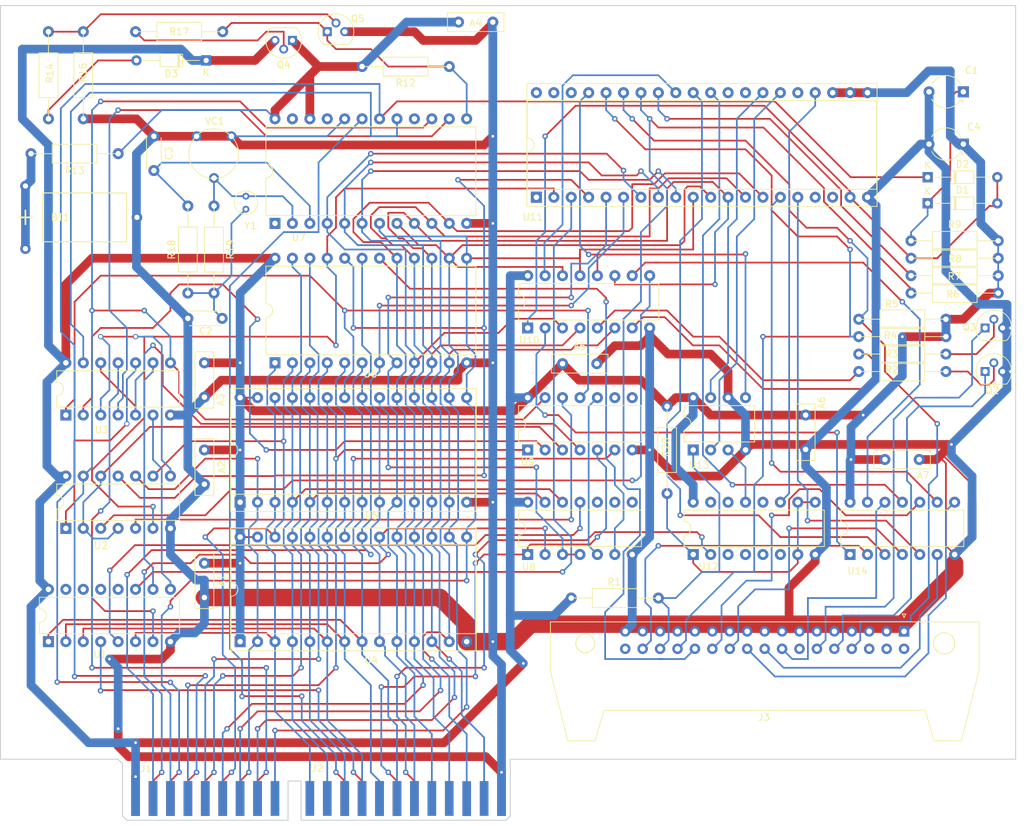
<source format=kicad_pcb>
(kicad_pcb (version 20211014) (generator pcbnew)
  (title_block (title "Acorn Electron - Cumana Disk Interface") (date "2023-09-05") (company "www.benningtons.net"))
  (layers (0 "F.Cu" signal) (31 "B.Cu" signal) (34 "B.Paste" user) (35 "F.Paste" user) (36 "B.SilkS" user "B.Silkscreen") (37 "F.SilkS" user "F.Silkscreen") (38 "B.Mask" user) (39 "F.Mask" user) (44 "Edge.Cuts" user))
  (net 0 "")
  (net 1 "+5V")
  (net 2 "GND")
  (net 3 "FDD-Read")
  (net 4 "Net-(Q2-Pad2)")
  (net 5 "Net-(R2-Pad2)")
  (net 6 "Net-(Q3-Pad2)")
  (net 7 "Net-(R3-Pad2)")
  (net 8 "FDD-WriteProtect")
  (net 9 "FDD-IndexPulse")
  (net 10 "FDD-TrackZero")
  (net 11 "Net-(R7-Pad1)")
  (net 12 "Reset")
  (net 13 "Net-(C1-Pad1)")
  (net 14 "Net-(Q5-Pad1)")
  (net 15 "Net-(Q5-Pad2)")
  (net 16 "Net-(D3-Pad2)")
  (net 17 "Net-(Q4-Pad2)")
  (net 18 "Net-(C2-Pad2)")
  (net 19 "Net-(C3-Pad2)")
  (net 20 "Net-(R19-Pad1)")
  (net 21 "Net-(R20-Pad2)")
  (net 22 "Elk-Reset")
  (net 23 "/D4")
  (net 24 "Elk-CPUClock")
  (net 25 "/D5")
  (net 26 "/A12")
  (net 27 "/D6")
  (net 28 "/A13")
  (net 29 "/D7")
  (net 30 "/A8")
  (net 31 "/A9")
  (net 32 "Elk-ReadWrite")
  (net 33 "/A11")
  (net 34 "/A10")
  (net 35 "Elk-OE")
  (net 36 "/A0")
  (net 37 "/D0")
  (net 38 "/A1")
  (net 39 "Elk-16MHz")
  (net 40 "/A2")
  (net 41 "Elk-ROMQa")
  (net 42 "/A3")
  (net 43 "Net-(J2-Pad5)")
  (net 44 "/A4")
  (net 45 "Elk-Select")
  (net 46 "/A5")
  (net 47 "Elk-IRQ")
  (net 48 "/A6")
  (net 49 "/A7")
  (net 50 "/D1")
  (net 51 "/D2")
  (net 52 "Net-(J3-Pad2)")
  (net 53 "Net-(J3-Pad4)")
  (net 54 "Net-(J3-Pad6)")
  (net 55 "FDD-Select0")
  (net 56 "FDD-Select1")
  (net 57 "Net-(J3-Pad14)")
  (net 58 "FDD-MotorOn")
  (net 59 "FDD-Direction")
  (net 60 "FDD-Step")
  (net 61 "FDD-Write")
  (net 62 "FDD-WriteGate")
  (net 63 "FDD-Side")
  (net 64 "Net-(J3-Pad34)")
  (net 65 "Net-(U1-Pad9)")
  (net 66 "Net-(U1-Pad10)")
  (net 67 "Net-(U1-Pad11)")
  (net 68 "Net-(U1-Pad12)")
  (net 69 "Net-(U1-Pad5)")
  (net 70 "Net-(U1-Pad13)")
  (net 71 "Net-(U1-Pad14)")
  (net 72 "Net-(U1-Pad7)")
  (net 73 "Net-(U1-Pad15)")
  (net 74 "Net-(U2-Pad1)")
  (net 75 "Net-(U2-Pad8)")
  (net 76 "Net-(U10-Pad9)")
  (net 77 "Read")
  (net 78 "Net-(U2-Pad5)")
  (net 79 "Write")
  (net 80 "Net-(U3-Pad13)")
  (net 81 "Net-(U3-Pad12)")
  (net 82 "Net-(U3-Pad4)")
  (net 83 "Net-(U3-Pad2)")
  (net 84 "Net-(U3-Pad1)")
  (net 85 "/D3")
  (net 86 "Net-(U4-Pad22)")
  (net 87 "Net-(U5-Pad20)")
  (net 88 "Net-(U6-Pad18)")
  (net 89 "Net-(U7-Pad23)")
  (net 90 "Net-(U7-Pad21)")
  (net 91 "Net-(U7-Pad16)")
  (net 92 "Net-(U7-Pad1)")
  (net 93 "Net-(U8-Pad8)")
  (net 94 "Net-(U8-Pad9)")
  (net 95 "Net-(U8-Pad10)")
  (net 96 "Net-(U8-Pad5)")
  (net 97 "Net-(U9-Pad9)")
  (net 98 "Net-(U9-Pad8)")
  (net 99 "Ready")
  (net 100 "SD-DD")
  (net 101 "Net-(U10-Pad10)")
  (net 102 "Net-(U10-Pad2)")
  (net 103 "Net-(U11-Pad1)")
  (net 104 "1MHz")
  (net 105 "Net-(U11-Pad25)")
  (net 106 "Net-(U11-Pad26)")
  (net 107 "Net-(U11-Pad27)")
  (net 108 "Net-(U11-Pad28)")
  (net 109 "Net-(U11-Pad29)")
  (net 110 "Net-(U11-Pad30)")
  (net 111 "Net-(U11-Pad31)")
  (net 112 "Net-(U11-Pad15)")
  (net 113 "Net-(U11-Pad16)")
  (net 114 "Net-(U11-Pad17)")
  (net 115 "Net-(U11-Pad18)")
  (net 116 "Net-(U11-Pad38)")
  (net 117 "Net-(U11-Pad39)")
  (net 118 "Net-(U11-Pad40)")
  (net 119 "Net-(U12-Pad3)")
  (net 120 "Net-(U12-Pad4)")
  (net 121 "Net-(U12-Pad12)")
  (net 122 "Net-(U12-Pad5)")
  (net 123 "4MHz")
  (net 124 "Net-(U12-Pad6)")
  (net 125 "Net-(U12-Pad14)")
  (net 126 "Net-(U12-Pad15)")
  (net 127 "Net-(A4-Pad2)")
  (net 128 "Net-(BT1-Pad1)")
  (footprint "Cumana-Disk-Interface:TO-92" (layer "F.Cu") (at 173.355 88.9)
    (fp_text reference "Q3")
    (fp_text value "Q_NPN_CBE")
  )
  (footprint "Cumana-Disk-Interface:C_Disc_D8.0mm_W2.5mm_P5.00mm" (layer "F.Cu") (at 59.69 96.52 -90)
    (fp_text reference "A3")
    (fp_text value "C")
  )
  (footprint "Cumana-Disk-Interface:C_Disc_D8.0mm_W2.5mm_P5.00mm" (layer "F.Cu") (at 59.69 125.73 -90)
    (fp_text reference "A1")
    (fp_text value "C")
  )
  (footprint "Cumana-Disk-Interface:C_Disc_D8.0mm_W2.5mm_P5.00mm" (layer "F.Cu") (at 59.69 109.22 -90)
    (fp_text reference "A2")
    (fp_text value "C")
  )
  (footprint "Cumana-Disk-Interface:C_Disc_D8.0mm_W2.5mm_P5.00mm" (layer "F.Cu") (at 114.3 93.98)
    (fp_text reference "A5")
    (fp_text value "C")
  )
  (footprint "Cumana-Disk-Interface:C_Disc_D8.0mm_W2.5mm_P5.00mm" (layer "F.Cu") (at 147.32 104.14 -90)
    (fp_text reference "A6")
    (fp_text value "C")
  )
  (footprint "Cumana-Disk-Interface:C_Disc_D8.0mm_W2.5mm_P5.00mm" (layer "F.Cu") (at 161.29 107.95)
    (fp_text reference "A7")
    (fp_text value "C")
  )
  (footprint "Cumana-Disk-Interface:R_Axial_DIN0212_L12.5mm_D2.5mm_Horizontal" (layer "F.Cu") (at 119.38 128.27 180)
    (fp_text reference "R1")
    (fp_text value "R")
  )
  (footprint "Cumana-Disk-Interface:R_Axial_DIN0212_L12.5mm_D2.5mm_Horizontal" (layer "F.Cu") (at 161.29 95.25 180)
    (fp_text reference "R2")
    (fp_text value "R")
  )
  (footprint "Cumana-Disk-Interface:R_Axial_DIN0212_L12.5mm_D2.5mm_Horizontal" (layer "F.Cu") (at 161.29 92.71 180)
    (fp_text reference "R3")
    (fp_text value "R")
  )
  (footprint "Cumana-Disk-Interface:R_Axial_DIN0212_L12.5mm_D2.5mm_Horizontal" (layer "F.Cu") (at 161.29 90.17)
    (fp_text reference "R4")
    (fp_text value "R")
  )
  (footprint "Cumana-Disk-Interface:R_Axial_DIN0212_L12.5mm_D2.5mm_Horizontal" (layer "F.Cu") (at 161.29 87.63)
    (fp_text reference "R5")
    (fp_text value "R")
  )
  (footprint "Cumana-Disk-Interface:R_Axial_DIN0212_L12.5mm_D2.5mm_Horizontal" (layer "F.Cu") (at 168.91 83.82)
    (fp_text reference "R6")
    (fp_text value "R")
  )
  (footprint "Cumana-Disk-Interface:R_Axial_DIN0212_L12.5mm_D2.5mm_Horizontal" (layer "F.Cu") (at 168.91 81.28)
    (fp_text reference "R7")
    (fp_text value "R")
  )
  (footprint "Cumana-Disk-Interface:R_Axial_DIN0212_L12.5mm_D2.5mm_Horizontal" (layer "F.Cu") (at 168.91 78.74)
    (fp_text reference "R8")
    (fp_text value "R")
  )
  (footprint "Cumana-Disk-Interface:R_Axial_DIN0212_L12.5mm_D2.5mm_Horizontal" (layer "F.Cu") (at 168.91 76.2)
    (fp_text reference "R9")
    (fp_text value "R")
  )
  (footprint "Cumana-Disk-Interface:R_Axial_DIN0212_L12.5mm_D2.5mm_Horizontal" (layer "F.Cu") (at 88.9 50.8 180)
    (fp_text reference "R12")
    (fp_text value "R")
  )
  (footprint "Cumana-Disk-Interface:R_Axial_DIN0212_L12.5mm_D2.5mm_Horizontal" (layer "F.Cu") (at 40.64 63.5)
    (fp_text reference "R13")
    (fp_text value "R")
  )
  (footprint "Cumana-Disk-Interface:R_Axial_DIN0212_L12.5mm_D2.5mm_Horizontal" (layer "F.Cu") (at 36.83 52.07 -90)
    (fp_text reference "R14")
    (fp_text value "R")
  )
  (footprint "Cumana-Disk-Interface:R_Axial_DIN0212_L12.5mm_D2.5mm_Horizontal" (layer "F.Cu") (at 41.91 52.07 90)
    (fp_text reference "R15")
    (fp_text value "R")
  )
  (footprint "Cumana-Disk-Interface:R_Axial_DIN0212_L12.5mm_D2.5mm_Horizontal" (layer "F.Cu") (at 55.88 45.72)
    (fp_text reference "R17")
    (fp_text value "R")
  )
  (footprint "Cumana-Disk-Interface:R_Axial_DIN0212_L12.5mm_D2.5mm_Horizontal" (layer "F.Cu") (at 57.15 77.47 90)
    (fp_text reference "R18")
    (fp_text value "R")
  )
  (footprint "Cumana-Disk-Interface:R_Axial_DIN0212_L12.5mm_D2.5mm_Horizontal" (layer "F.Cu") (at 60.96 77.47 -90)
    (fp_text reference "R19")
    (fp_text value "R")
  )
  (footprint "Cumana-Disk-Interface:R_Axial_DIN0212_L12.5mm_D2.5mm_Horizontal" (layer "F.Cu") (at 127 106.68 -90)
    (fp_text reference "R20")
    (fp_text value "R")
  )
  (footprint "Cumana-Disk-Interface:DIP-14_W7.62mm" (layer "F.Cu") (at 39.37 101.6 90)
    (fp_text reference "U3")
    (fp_text value "74LS02")
  )
  (footprint "Cumana-Disk-Interface:DIP-24_W15.24mm" (layer "F.Cu") (at 69.85 93.98 90)
    (fp_text reference "U6")
    (fp_text value "CDM6116")
  )
  (footprint "Cumana-Disk-Interface:C_Disc_D8.0mm_W2.5mm_P5.00mm" (layer "F.Cu") (at 99.06 44.45 180)
    (fp_text reference "A4")
    (fp_text value "C")
  )
  (footprint "Cumana-Disk-Interface:C_Trimmer" (layer "F.Cu") (at 60.96 66.04)
    (fp_text reference "VC1")
    (fp_text value "C_Trimmer")
  )
  (footprint "Cumana-Disk-Interface:CP_Radial_Tantal_D4.5mm_P5.00mm" (layer "F.Cu") (at 167.64 54.61 180)
    (fp_text reference "C1")
    (fp_text value "CP1")
  )
  (footprint "Cumana-Disk-Interface:C_Disc_D4.3mm_W1.9mm_P5.00mm" (layer "F.Cu") (at 59.69 87.63)
    (fp_text reference "C2")
    (fp_text value "C")
  )
  (footprint "Cumana-Disk-Interface:C_Disc_D4.3mm_W1.9mm_P5.00mm" (layer "F.Cu") (at 52.07 63.5 -90)
    (fp_text reference "C3")
    (fp_text value "C")
  )
  (footprint "Cumana-Disk-Interface:CP_Radial_Tantal_D4.5mm_P5.00mm" (layer "F.Cu") (at 167.64 62.23 180)
    (fp_text reference "C4")
    (fp_text value "CP1")
  )
  (footprint "Cumana-Disk-Interface:D_DO-34_SOD68_P10.16mm_Horizontal" (layer "F.Cu") (at 170.18 71.12)
    (fp_text reference "D1")
    (fp_text value "Diode")
  )
  (footprint "Cumana-Disk-Interface:D_DO-34_SOD68_P10.16mm_Horizontal" (layer "F.Cu") (at 170.18 67.31)
    (fp_text reference "D2")
    (fp_text value "Diode")
  )
  (footprint "Cumana-Disk-Interface:D_DO-34_SOD68_P10.16mm_Horizontal" (layer "F.Cu") (at 54.61 49.53 180)
    (fp_text reference "D3")
    (fp_text value "D_Zener")
  )
  (footprint "Cumana-Disk-Interface:Connector_2x9_P1.27mm_Polarized_Edge" (layer "F.Cu") (at 59.69 154.94)
    (fp_text reference "J1")
    (fp_text value "Bottom    Top")
  )
  (footprint "Cumana-Disk-Interface:Connector_2x12_P1.27mm_Polarized_Edge" (layer "F.Cu") (at 88.9 154.94)
    (fp_text reference "J2")
    (fp_text value "CONN_12X2")
  )
  (footprint "Cumana-Disk-Interface:TO-92" (layer "F.Cu") (at 173.355 95.25)
    (fp_text reference "Q2")
    (fp_text value "Q_NPN_CBE")
  )
  (footprint "Cumana-Disk-Interface:TO-92" (layer "F.Cu") (at 72.39 46.99 180)
    (fp_text reference "Q4")
    (fp_text value "Q_PNP_CBE")
  )
  (footprint "Cumana-Disk-Interface:TO-92" (layer "F.Cu") (at 77.47 45.72)
    (fp_text reference "Q5")
    (fp_text value "Q_NPN_CBE")
  )
  (footprint "Cumana-Disk-Interface:DIP-16_W7.62mm" (layer "F.Cu") (at 36.83 134.62 90)
    (fp_text reference "U1")
    (fp_text value "74LS138")
  )
  (footprint "Cumana-Disk-Interface:DIP-14_W7.62mm" (layer "F.Cu") (at 39.37 118.11 90)
    (fp_text reference "U2")
    (fp_text value "74LS00")
  )
  (footprint "Cumana-Disk-Interface:DIP-28_W15.24mm_Socket" (layer "F.Cu") (at 64.77 134.62 90)
    (fp_text reference "U4")
    (fp_text value "27128")
  )
  (footprint "Cumana-Disk-Interface:DIP-28_W15.24mm_Socket" (layer "F.Cu") (at 64.77 114.3 90)
    (fp_text reference "U5")
    (fp_text value "27128")
  )
  (footprint "Cumana-Disk-Interface:DIP-24_W15.24mm" (layer "F.Cu") (at 69.85 73.66 90)
    (fp_text reference "U7")
    (fp_text value "HD146818")
  )
  (footprint "Cumana-Disk-Interface:DIP-14_W7.62mm" (layer "F.Cu") (at 106.68 121.92 90)
    (fp_text reference "U8")
    (fp_text value "74LS32")
  )
  (footprint "Cumana-Disk-Interface:DIP-14_W7.62mm" (layer "F.Cu") (at 106.68 106.68 90)
    (fp_text reference "U9")
    (fp_text value "74LS04")
  )
  (footprint "Cumana-Disk-Interface:DIP-16_W7.62mm" (layer "F.Cu") (at 106.68 88.9 90)
    (fp_text reference "U10")
    (fp_text value "74LS174")
  )
  (footprint "Cumana-Disk-Interface:DIP-40_W15.24mm_Socket" (layer "F.Cu") (at 107.95 69.85 90)
    (fp_text reference "U11")
    (fp_text value "M5W1793-02P")
  )
  (footprint "Cumana-Disk-Interface:DIP-16_W7.62mm" (layer "F.Cu") (at 130.81 121.92 90)
    (fp_text reference "U12")
    (fp_text value "74LS161")
  )
  (footprint "Cumana-Disk-Interface:DIP-8_W7.62mm" (layer "F.Cu") (at 130.81 106.68 90)
    (fp_text reference "U13")
    (fp_text value "FDC9216B")
  )
  (footprint "Cumana-Disk-Interface:DIP-14_W7.62mm" (layer "F.Cu") (at 153.67 121.92 90)
    (fp_text reference "U14")
    (fp_text value "7406")
  )
  (footprint "Cumana-Disk-Interface:Crystal_D3.0mm_Vertical" (layer "F.Cu") (at 65.6082 69.6976 -90)
    (fp_text reference "Y1")
    (fp_text value "Crystal_Small")
  )
  (footprint "Cumana-Disk-Interface:IDC-Header_2x17_P2.54mm_Horizontal_Lock" (layer "F.Cu") (at 140.97 137.16 -90)
    (fp_text reference "J3")
    (fp_text value "Conn_01x34_Female")
  )
  (footprint "Cumana-Disk-Interface:Battery_Cell" (layer "F.Cu") (at 42.1132 72.7837)
    (fp_text reference "BT1")
    (fp_text value "Battery_Cell")
  )
  (gr_line (start 46.99 151.765) (end 29.845 151.765) (layer "Edge.Cuts") (width 0.15))
  (gr_line (start 73.66 154.94) (end 73.66 160.655) (layer "Edge.Cuts") (width 0.15))
  (gr_line (start 47.625 160.02) (end 48.26 160.655) (layer "Edge.Cuts") (width 0.15))
  (gr_line (start 48.26 160.655) (end 71.755 160.655) (layer "Edge.Cuts") (width 0.15))
  (gr_line (start 29.845 151.765) (end 29.845 41.91) (layer "Edge.Cuts") (width 0.15))
  (gr_line (start 104.14 151.765) (end 177.8 151.765) (layer "Edge.Cuts") (width 0.15))
  (gr_line (start 47.625 152.4) (end 46.99 151.765) (layer "Edge.Cuts") (width 0.15))
  (gr_line (start 73.66 160.655) (end 103.505 160.655) (layer "Edge.Cuts") (width 0.15))
  (gr_line (start 29.845 41.91) (end 177.8 41.91) (layer "Edge.Cuts") (width 0.15))
  (gr_line (start 104.14 160.02) (end 103.505 160.655) (layer "Edge.Cuts") (width 0.15))
  (gr_line (start 71.755 154.94) (end 73.66 154.94) (layer "Edge.Cuts") (width 0.15))
  (gr_line (start 47.625 160.02) (end 47.625 152.4) (layer "Edge.Cuts") (width 0.15))
  (gr_line (start 104.14 160.02) (end 104.14 151.765) (layer "Edge.Cuts") (width 0.15))
  (gr_line (start 177.8 41.91) (end 177.8 151.765) (layer "Edge.Cuts") (width 0.15))
  (gr_line (start 71.755 160.655) (end 71.755 154.94) (layer "Edge.Cuts") (width 0.15))
  (segment (start 130.81 99.06) (end 128.27 99.06) (width 1.27) (layer "F.Cu") (net 1))
  (segment (start 167.64 87.63) (end 170.18 87.63) (width 1.27) (layer "F.Cu") (net 1))
  (segment (start 173.99 83.82) (end 175.26 83.82) (width 1.27) (layer "F.Cu") (net 1))
  (segment (start 114.173 96.52) (end 123.19 96.52) (width 1.27) (layer "F.Cu") (net 1))
  (segment (start 39.37 93.98) (end 39.37 82.55) (width 1.27) (layer "F.Cu") (net 1))
  (segment (start 170.18 87.63) (end 173.99 83.82) (width 1.27) (layer "F.Cu") (net 1))
  (segment (start 106.807 99.06) (end 111.76 94.107) (width 1.27) (layer "F.Cu") (net 1))
  (segment (start 153.67 54.61) (end 151.13 54.61) (width 1.27) (layer "F.Cu") (net 1))
  (segment (start 66.675 100.965) (end 64.77 99.06) (width 1.27) (layer "F.Cu") (net 1))
  (segment (start 123.19 96.52) (end 127 100.33) (width 1.27) (layer "F.Cu") (net 1))
  (segment (start 104.775 100.965) (end 66.675 100.965) (width 1.27) (layer "F.Cu") (net 1))
  (segment (start 156.21 54.61) (end 153.67 54.61) (width 1.27) (layer "F.Cu") (net 1))
  (segment (start 64.77 119.38) (end 67.31 119.38) (width 0.25) (layer "F.Cu") (net 1))
  (segment (start 111.76 94.107) (end 114.173 96.52) (width 1.27) (layer "F.Cu") (net 1))
  (segment (start 59.563 123.19) (end 64.77 123.19) (width 1.27) (layer "F.Cu") (net 1))
  (segment (start 128.27 99.06) (end 127 100.33) (width 1.27) (layer "F.Cu") (net 1))
  (segment (start 66.929 49.911) (end 69.85 46.99) (width 1.27) (layer "F.Cu") (net 1))
  (segment (start 147.193 101.6) (end 155.575 101.6) (width 1.27) (layer "F.Cu") (net 1))
  (segment (start 39.37 82.55) (end 43.18 78.74) (width 1.27) (layer "F.Cu") (net 1))
  (segment (start 49.53 154.94) (end 49.53 154.305) (width 1.27) (layer "F.Cu") (net 1))
  (segment (start 59.563 93.98) (end 64.77 93.98) (width 1.27) (layer "F.Cu") (net 1))
  (segment (start 59.563 106.68) (end 64.77 106.68) (width 1.27) (layer "F.Cu") (net 1))
  (segment (start 133.35 101.6) (end 130.81 99.06) (width 1.27) (layer "F.Cu") (net 1))
  (segment (start 59.817 49.911) (end 66.929 49.911) (width 1.27) (layer "F.Cu") (net 1))
  (segment (start 147.193 101.6) (end 133.35 101.6) (width 1.27) (layer "F.Cu") (net 1))
  (segment (start 167.64 90.17) (end 161.29 90.17) (width 1.27) (layer "F.Cu") (net 1))
  (segment (start 94.488004 149.351996) (end 49.53 149.351996) (width 1.27) (layer "F.Cu") (net 1))
  (segment (start 43.18 78.74) (end 69.85 78.74) (width 1.27) (layer "F.Cu") (net 1))
  (segment (start 106.68 99.06) (end 104.775 100.965) (width 1.27) (layer "F.Cu") (net 1))
  (segment (start 106.68 99.06) (end 106.807 99.06) (width 1.27) (layer "F.Cu") (net 1))
  (segment (start 158.75 108.077) (end 153.797 108.077) (width 1.27) (layer "F.Cu") (net 1))
  (segment (start 106.045 137.795) (end 94.488004 149.351996) (width 1.27) (layer "F.Cu") (net 1))
  (segment (start 64.77 99.06) (end 67.31 99.06) (width 0.25) (layer "F.Cu") (net 1))
  (via (at 106.045 137.795) (size 0.8) (drill 0.4) (layers "F.Cu" "B.Cu") (net 1))
  (via (at 64.77 123.19) (size 0.8) (drill 0.4) (layers "F.Cu" "B.Cu") (net 1))
  (via (at 64.77 106.68) (size 0.8) (drill 0.4) (layers "F.Cu" "B.Cu") (net 1))
  (via (at 49.53 154.305) (size 0.8) (drill 0.4) (layers "F.Cu" "B.Cu") (net 1))
  (via (at 161.29 90.17) (size 0.8) (drill 0.4) (layers "F.Cu" "B.Cu") (net 1))
  (via (at 155.575 101.6) (size 0.8) (drill 0.4) (layers "F.Cu" "B.Cu") (net 1))
  (via (at 49.53 149.351996) (size 0.8) (drill 0.4) (layers "F.Cu" "B.Cu") (net 1))
  (via (at 153.797 108.077) (size 0.8) (drill 0.4) (layers "F.Cu" "B.Cu") (net 1))
  (via (at 64.77 93.98) (size 0.8) (drill 0.4) (layers "F.Cu" "B.Cu") (net 1))
  (segment (start 64.77 106.68) (end 64.77 99.06) (width 1.27) (layer "B.Cu") (net 1))
  (segment (start 64.77 123.19) (end 64.77 119.38) (width 1.27) (layer "B.Cu") (net 1))
  (segment (start 175.26 81.28) (end 175.26 83.82) (width 0.25) (layer "B.Cu") (net 1))
  (segment (start 36.83 91.44) (end 36.83 62.23) (width 1.27) (layer "B.Cu") (net 1))
  (segment (start 156.21 54.61) (end 161.925 54.61) (width 1.27) (layer "B.Cu") (net 1))
  (segment (start 38.1 110.49) (end 36.6 108.99) (width 1.27) (layer "B.Cu") (net 1))
  (segment (start 49.53 149.351996) (end 42.672004 149.351996) (width 1.27) (layer "B.Cu") (net 1))
  (segment (start 36.6 108.99) (end 36.6 96.8) (width 1.27) (layer "B.Cu") (net 1))
  (segment (start 64.77 114.3) (end 64.77 106.68) (width 1.27) (layer "B.Cu") (net 1))
  (segment (start 175.26 76.2) (end 175.26 78.74) (width 0.25) (layer "B.Cu") (net 1))
  (segment (start 104.14 114.3) (end 104.14 130.81) (width 1.27) (layer "B.Cu") (net 1))
  (segment (start 39.37 93.98) (end 36.83 91.44) (width 1.27) (layer "B.Cu") (net 1))
  (segment (start 69.85 78.74) (end 64.77 83.82) (width 1.27) (layer "B.Cu") (net 1))
  (segment (start 128.27 104.14) (end 128.27 109.22) (width 1.27) (layer "B.Cu") (net 1))
  (segment (start 161.925 54.61) (end 165.1 51.435) (width 1.27) (layer "B.Cu") (net 1))
  (segment (start 34.29 140.97) (end 42.672 149.352) (width 1.27) (layer "B.Cu") (net 1))
  (segment (start 106.68 99.06) (end 104.14 99.06) (width 1.27) (layer "B.Cu") (net 1))
  (segment (start 36.83 62.23) (end 33.02 58.42) (width 1.27) (layer "B.Cu") (net 1))
  (segment (start 104.14 135.89) (end 106.045 137.795) (width 1.27) (layer "B.Cu") (net 1))
  (segment (start 172.72 64.77) (end 172.72 73.66) (width 1.27) (layer "B.Cu") (net 1))
  (segment (start 130.81 101.6) (end 128.27 104.14) (width 1.27) (layer "B.Cu") (net 1))
  (segment (start 33.02 48.26) (end 56.146 48.26) (width 1.27) (layer "B.Cu") (net 1))
  (segment (start 172.72 73.66) (end 175.26 76.2) (width 1.27) (layer "B.Cu") (net 1))
  (segment (start 168.275 60.96) (end 169.418 62.103) (width 1.27) (layer "B.Cu") (net 1))
  (segment (start 165.1 51.435) (end 168.275 51.435) (width 1.27) (layer "B.Cu") (net 1))
  (segment (start 161.29 95.885) (end 155.575 101.6) (width 1.27) (layer "B.Cu") (net 1))
  (segment (start 168.275 51.435) (end 168.275 60.96) (width 1.27) (layer "B.Cu") (net 1))
  (segment (start 104.14 114.3) (end 104.14 99.06) (width 1.27) (layer "B.Cu") (net 1))
  (segment (start 170.18 62.23) (end 172.72 64.77) (width 1.27) (layer "B.Cu") (net 1))
  (segment (start 153.67 108.204) (end 153.797 108.077) (width 1.27) (layer "B.Cu") (net 1))
  (segment (start 39.37 110.49) (end 38.1 110.49) (width 1.27) (layer "B.Cu") (net 1))
  (segment (start 104.14 81.28) (end 106.68 81.28) (width 1.27) (layer "B.Cu") (net 1))
  (segment (start 113.03 128.27) (end 110.49 130.81) (width 1.27) (layer "B.Cu") (net 1))
  (segment (start 49.53 154.305) (end 49.53 149.351996) (width 1.27) (layer "B.Cu") (net 1))
  (segment (start 161.29 90.17) (end 161.29 95.885) (width 1.27) (layer "B.Cu") (net 1))
  (segment (start 167.64 87.63) (end 167.64 90.17) (width 1.27) (layer "B.Cu") (net 1))
  (segment (start 130.81 99.06) (end 130.81 101.6) (width 1.27) (layer "B.Cu") (net 1))
  (segment (start 64.77 119.38) (end 64.77 114.3) (width 1.27) (layer "B.Cu") (net 1))
  (segment (start 36.6 96.8) (end 39.37 94.03) (width 1.27) (layer "B.Cu") (net 1))
  (segment (start 128.27 109.22) (end 130.81 111.76) (width 1.27) (layer "B.Cu") (net 1))
  (segment (start 130.81 111.76) (end 130.81 114.3) (width 1.27) (layer "B.Cu") (net 1))
  (segment (start 42.672004 149.351996) (end 42.672 149.352) (width 1.27) (layer "B.Cu") (net 1))
  (segment (start 110.49 130.81) (end 104.14 130.81) (width 1.27) (layer "B.Cu") (net 1))
  (segment (start 34.29 129.54) (end 34.29 140.97) (width 1.27) (layer "B.Cu") (net 1))
  (segment (start 39.37 94.03) (end 39.37 93.98) (width 1.5) (layer "B.Cu") (net 1))
  (segment (start 49.53 154.94) (end 49.53 154.305) (width 1.27) (layer "B.Cu") (net 1))
  (segment (start 39.37 110.49) (end 35.56 114.3) (width 1.27) (layer "B.Cu") (net 1))
  (segment (start 64.77 99.06) (end 64.77 93.98) (width 1.27) (layer "B.Cu") (net 1))
  (segment (start 153.67 114.3) (end 153.67 108.204) (width 1.27) (layer "B.Cu") (net 1))
  (segment (start 64.77 134.62) (end 64.77 123.19) (width 1.27) (layer "B.Cu") (net 1))
  (segment (start 104.14 130.81) (end 104.14 135.89) (width 1.27) (layer "B.Cu") (net 1))
  (segment (start 106.68 114.3) (end 104.14 114.3) (width 1.27) (layer "B.Cu") (net 1))
  (segment (start 104.14 99.06) (end 104.14 81.28) (width 1.27) (layer "B.Cu") (net 1))
  (segment (start 64.77 93.98) (end 64.77 83.82) (width 1.27) (layer "B.Cu") (net 1))
  (segment (start 153.797 108.077) (end 153.797 103.378) (width 1.27) (layer "B.Cu") (net 1))
  (segment (start 33.02 58.42) (end 33.02 48.26) (width 1.27) (layer "B.Cu") (net 1))
  (segment (start 169.418 62.103) (end 170.18 62.103) (width 1.27) (layer "B.Cu") (net 1))
  (segment (start 35.56 114.3) (end 35.56 125.73) (width 1.27) (layer "B.Cu") (net 1))
  (segment (start 57.797 49.911) (end 59.817 49.911) (width 1.27) (layer "B.Cu") (net 1))
  (segment (start 153.797 103.378) (end 155.575 101.6) (width 1.27) (layer "B.Cu") (net 1))
  (segment (start 175.26 78.74) (end 175.26 81.28) (width 0.25) (layer "B.Cu") (net 1))
  (segment (start 35.56 125.73) (end 36.83 127) (width 1.27) (layer "B.Cu") (net 1))
  (segment (start 170.18 62.103) (end 170.18 62.23) (width 1.27) (layer "B.Cu") (net 1))
  (segment (start 36.83 127) (end 34.29 129.54) (width 1.27) (layer "B.Cu") (net 1))
  (segment (start 56.146 48.26) (end 57.797 49.911) (width 1.27) (layer "B.Cu") (net 1))
  (segment (start 148.59 122.9614) (end 144.78 126.7714) (width 1.27) (layer "F.Cu") (net 2))
  (segment (start 59.563 98.98) (end 62.023 96.52) (width 1.27) (layer "F.Cu") (net 2))
  (segment (start 134.62 110.49) (end 138.43 106.68) (width 1.27) (layer "F.Cu") (net 2))
  (segment (start 101.52 44.577) (end 99.107 46.99) (width 1.27) (layer "F.Cu") (net 2))
  (segment (start 167.3479 107.5944) (end 171.4627 111.7092) (width 0.25) (layer "F.Cu") (net 2))
  (segment (start 139.229999 105.880001) (end 168.439999 105.880001) (width 1.27) (layer "F.Cu") (net 2))
  (segment (start 54.61 134.62) (end 54.61 135.89) (width 1.27) (layer "F.Cu") (net 2))
  (segment (start 166.243 108.077) (end 167.3479 106.9721) (width 1.27) (layer "F.Cu") (net 2))
  (segment (start 123.143 91.487) (end 119.38 91.487) (width 1.27) (layer "F.Cu") (net 2))
  (segment (start 102.87 154.94) (end 102.87 153.67) (width 1.27) (layer "F.Cu") (net 2))
  (segment (start 49.657 58.42) (end 52.197 60.96) (width 1.27) (layer "F.Cu") (net 2))
  (segment (start 53.34 137.16) (end 45.72 137.16) (width 1.27) (layer "F.Cu") (net 2))
  (segment (start 54.61 135.89) (end 53.34 137.16) (width 1.27) (layer "F.Cu") (net 2))
  (segment (start 121.92 132.08) (end 144.78 132.08) (width 2.54) (layer "F.Cu") (net 2))
  (segment (start 58.42 60.96) (end 63.5 60.96) (width 1.27) (layer "F.Cu") (net 2))
  (segment (start 166.243 108.077) (end 167.0812 108.077) (width 0.25) (layer "F.Cu") (net 2))
  (segment (start 124.46 90.03137) (end 127.13863 92.71) (width 1.27) (layer "F.Cu") (net 2))
  (segment (start 148.59 121.92) (end 148.59 122.9614) (width 1.27) (layer "F.Cu") (net 2))
  (segment (start 171.4627 114.5286) (end 171.4627 119.3673) (width 1.27) (layer "F.Cu") (net 2))
  (segment (start 167.3479 106.9721) (end 167.3479 107.5944) (width 0.25) (layer "F.Cu") (net 2))
  (segment (start 163.75 108.077) (end 166.243 108.077) (width 1.27) (layer "F.Cu") (net 2))
  (segment (start 171.4627 119.3673) (end 168.91 121.92) (width 1.27) (layer "F.Cu") (net 2))
  (segment (start 64.77 62.23) (end 100.33 62.23) (width 1.27) (layer "F.Cu") (net 2))
  (segment (start 96.52 95.25) (end 97.79 93.98) (width 1.27) (layer "F.Cu") (net 2))
  (segment (start 138.43 106.68) (end 139.229999 105.880001) (width 1.27) (layer "F.Cu") (net 2))
  (segment (start 107.116934 132.08) (end 121.92 132.08) (width 2.54) (layer "F.Cu") (net 2))
  (segment (start 48.530948 151.384) (end 46.99 149.843052) (width 1.27) (layer "F.Cu") (net 2))
  (segment (start 52.197 60.96) (end 58.42 60.96) (width 1.27) (layer "F.Cu") (net 2))
  (segment (start 101.6 134.62) (end 97.79 134.62) (width 2.54) (layer "F.Cu") (net 2))
  (segment (start 168.91 124.46) (end 168.91 123.19) (width 2.54) (layer "F.Cu") (net 2))
  (segment (start 99.107 46.99) (end 91.44 46.99) (width 1.27) (layer "F.Cu") (net 2))
  (segment (start 96.52 96.52) (end 96.52 95.25) (width 1.27) (layer "F.Cu") (net 2))
  (segment (start 128.27 110.49) (end 134.62 110.49) (width 1.27) (layer "F.Cu") (net 2))
  (segment (start 144.78 132.08) (end 161.29 132.08) (width 2.54) (layer "F.Cu") (net 2))
  (segment (start 101.6 114.3) (end 97.79 114.3) (width 1.27) (layer "F.Cu") (net 2))
  (segment (start 63.5 60.96) (end 64.77 62.23) (width 1.27) (layer "F.Cu") (net 2))
  (segment (start 133.35 92.71) (end 135.89 95.25) (width 1.27) (layer "F.Cu") (net 2))
  (segment (start 167.64 108.6358) (end 167.64 120.65) (width 0.25) (layer "F.Cu") (net 2))
  (segment (start 91.44 46.99) (end 90.17 45.72) (width 1.27) (layer "F.Cu") (net 2))
  (segment (start 167.0812 108.077) (end 167.64 108.6358) (width 0.25) (layer "F.Cu") (net 2))
  (segment (start 144.78 126.7714) (end 144.78 132.08) (width 1.27) (layer "F.Cu") (net 2))
  (segment (start 119.38 91.487) (end 116.76 94.107) (width 1.27) (layer "F.Cu") (net 2))
  (segment (start 124.46 106.68) (end 121.92 106.68) (width 1.27) (layer "F.Cu") (net 2))
  (segment (start 135.89 95.25) (end 135.89 99.06) (width 1.27) (layer "F.Cu") (net 2))
  (segment (start 97.79 134.62) (end 97.79 132.08) (width 2.54) (layer "F.Cu") (net 2))
  (segment (start 127.13863 92.71) (end 133.35 92.71) (width 1.27) (layer "F.Cu") (net 2))
  (segment (start 124.46 88.9) (end 124.46 90.03137) (width 1.27) (layer "F.Cu") (net 2))
  (segment (start 97.79 93.98) (end 101.6 93.98) (width 1.27) (layer "F.Cu") (net 2))
  (segment (start 171.4627 111.7092) (end 171.4627 114.5286) (width 0.25) (layer "F.Cu") (net 2))
  (segment (start 97.79 73.66) (end 101.6 73.66) (width 1.27) (layer "F.Cu") (net 2))
  (segment (start 121.92 121.92) (end 121.92 132.08) (width 1.27) (layer "F.Cu") (net 2))
  (segment (start 62.023 96.52) (end 96.52 96.52) (width 1.27) (layer "F.Cu") (net 2))
  (segment (start 124.46 90.17) (end 123.143 91.487) (width 1.27) (layer "F.Cu") (net 2))
  (segment (start 167.3479 106.9721) (end 168.439999 105.880001) (width 1.27) (layer "F.Cu") (net 2))
  (segment (start 102.87 153.67) (end 100.584 151.384) (width 1.27) (layer "F.Cu") (net 2))
  (segment (start 161.29 132.08) (end 168.91 124.46) (width 2.54) (layer "F.Cu") (net 2))
  (segment (start 104.576934 134.62) (end 107.116934 132.08) (width 2.54) (layer "F.Cu") (net 2))
  (segment (start 46.99 149.843052) (end 46.99 147.319996) (width 1.27) (layer "F.Cu") (net 2))
  (segment (start 97.79 132.08) (end 93.9 128.19) (width 2.54) (layer "F.Cu") (net 2))
  (segment (start 100.584 151.384) (end 48.530948 151.384) (width 1.27) (layer "F.Cu") (net 2))
  (segment (start 124.46 106.68) (end 128.27 110.49) (width 1.27) (layer "F.Cu") (net 2))
  (segment (start 100.33 62.23) (end 101.6 60.96) (width 1.27) (layer "F.Cu") (net 2))
  (segment (start 167.64 120.65) (end 168.91 121.92) (width 0.25) (layer "F.Cu") (net 2))
  (segment (start 41.91 58.42) (end 49.657 58.42) (width 1.27) (layer "F.Cu") (net 2))
  (segment (start 93.9 128.19) (end 59.563 128.19) (width 2.54) (layer "F.Cu") (net 2))
  (segment (start 101.6 134.62) (end 104.576934 134.62) (width 2.54) (layer "F.Cu") (net 2))
  (segment (start 124.46 88.9) (end 124.46 90.17) (width 1.27) (layer "F.Cu") (net 2))
  (segment (start 90.17 45.72) (end 80.01 45.72) (width 1.27) (layer "F.Cu") (net 2))
  (via (at 124.46 106.68) (size 0.8) (drill 0.4) (layers "F.Cu" "B.Cu") (net 2))
  (via (at 101.6 93.98) (size 0.8) (drill 0.4) (layers "F.Cu" "B.Cu") (net 2))
  (via (at 101.6 114.3) (size 0.8) (drill 0.4) (layers "F.Cu" "B.Cu") (net 2))
  (via (at 101.6 73.66) (size 0.8) (drill 0.4) (layers "F.Cu" "B.Cu") (net 2))
  (via (at 101.6 60.96) (size 0.8) (drill 0.4) (layers "F.Cu" "B.Cu") (net 2))
  (via (at 101.6 134.62) (size 0.8) (drill 0.4) (layers "F.Cu" "B.Cu") (net 2))
  (via (at 102.87 153.67) (size 0.8) (drill 0.4) (layers "F.Cu" "B.Cu") (net 2))
  (via (at 168.439999 105.880001) (size 0.8) (drill 0.4) (layers "F.Cu" "B.Cu") (net 2))
  (via (at 45.72 137.16) (size 0.8) (drill 0.4) (layers "F.Cu" "B.Cu") (net 2))
  (via (at 46.99 147.319996) (size 0.8) (drill 0.4) (layers "F.Cu" "B.Cu") (net 2))
  (segment (start 101.6 114.3) (end 101.6 93.98) (width 1.27) (layer "B.Cu") (net 2))
  (segment (start 101.6 60.96) (end 101.6 73.66) (width 1.27) (layer "B.Cu") (net 2))
  (segment (start 124.46 106.68) (end 124.46 119.38) (width 1.27) (layer "B.Cu") (net 2))
  (segment (start 147.193 106.6) (end 147.193 109.093) (width 1.27) (layer "B.Cu") (net 2))
  (segment (start 59.563 131.953) (end 59.563 125.65) (width 1.27) (layer "B.Cu") (net 2))
  (segment (start 55.88 133.35) (end 58.166 133.35) (width 1.27) (layer "B.Cu") (net 2))
  (segment (start 59.563 125.65) (end 58.34 125.65) (width 1.27) (layer "B.Cu") (net 2))
  (segment (start 176.544999 94.600001) (end 175.895 95.25) (width 1.27) (layer "B.Cu") (net 2))
  (segment (start 147.193 109.093) (end 150.225001 112.125001) (width 1.27) (layer "B.Cu") (net 2))
  (segment (start 175.895 88.9) (end 176.53 89.535) (width 1.27) (layer "B.Cu") (net 2))
  (segment (start 157.467342 81.28) (end 157.467342 88.265) (width 1.27) (layer "B.Cu") (net 2))
  (segment (start 101.6 93.98) (end 101.6 73.66) (width 1.27) (layer "B.Cu") (net 2))
  (segment (start 165.18 63.23437) (end 167.64 65.69437) (width 1.27) (layer "B.Cu") (net 2))
  (segment (start 172.450001 85.455001) (end 176.164999 85.455001) (width 1.27) (layer "B.Cu") (net 2))
  (segment (start 175.895 88.9) (end 176.544999 88.250001) (width 1.27) (layer "B.Cu") (net 2))
  (segment (start 58.34 125.65) (end 54.61 121.92) (width 1.27) (layer "B.Cu") (net 2))
  (segment (start 46.99 138.43) (end 46.99 147.319996) (width 1.27) (layer "B.Cu") (net 2))
  (segment (start 101.6 134.62) (end 101.6 114.3) (width 1.27) (layer "B.Cu") (net 2))
  (segment (start 163.957 62.103) (end 156.21 69.85) (width 1.27) (layer "B.Cu") (net 2))
  (segment (start 124.46 88.9) (end 124.46 95.885) (width 1.27) (layer "B.Cu") (net 2))
  (segment (start 58.166 133.35) (end 59.563 131.953) (width 1.27) (layer "B.Cu") (net 2))
  (segment (start 171.45 119.38) (end 168.91 121.92) (width 1.27) (layer "B.Cu") (net 2))
  (segment (start 176.173156 85.463158) (end 176.53 85.463158) (width 1.27) (layer "B.Cu") (net 2))
  (segment (start 57.15 87.503) (end 49.657 80.01) (width 1.27) (layer "B.Cu") (net 2))
  (segment (start 101.6 45.78837) (end 101.6 60.96) (width 1.27) (layer "B.Cu") (net 2))
  (segment (start 120.89892 133.12902) (end 121.92 132.10794) (width 1.27) (layer "B.Cu") (net 2))
  (segment (start 57.15 87.503) (end 57.15 101.393) (width 1.27) (layer "B.Cu") (net 2))
  (segment (start 157.467342 81.28) (end 157.467342 84.901977) (width 1.27) (layer "B.Cu") (net 2))
  (segment (start 57.15 101.6) (end 54.61 101.6) (width 1.27) (layer "B.Cu") (net 2))
  (segment (start 59.563 111.68) (end 57.15 109.267) (width 1.27) (layer "B.Cu") (net 2))
  (segment (start 163.957 62.103) (end 165.18 62.103) (width 1.27) (layer "B.Cu") (net 2))
  (segment (start 57.15 109.267) (end 57.15 101.6) (width 1.27) (layer "B.Cu") (net 2))
  (segment (start 59.563 111.887) (end 59.563 111.68) (width 1.5) (layer "B.Cu") (net 2))
  (segment (start 138.43 106.68) (end 138.43 101.6) (width 1.27) (layer "B.Cu") (net 2))
  (segment (start 101.6 136.698908) (end 101.6 134.62) (width 1.27) (layer "B.Cu") (net 2))
  (segment (start 168.439999 105.880001) (end 168.439999 107.479999) (width 1.27) (layer "B.Cu") (net 2))
  (segment (start 168.439999 107.479999) (end 171.45 110.49) (width 1.27) (layer "B.Cu") (net 2))
  (segment (start 56.943 101.6) (end 57.15 101.393) (width 1.27) (layer "B.Cu") (net 2))
  (segment (start 149.389999 121.120001) (end 148.59 121.92) (width 1.27) (layer "B.Cu") (net 2))
  (segment (start 49.657 63.5) (end 49.657 80.01) (width 1.27) (layer "B.Cu") (net 2))
  (segment (start 57.15 101.393) (end 59.563 98.98) (width 1.27) (layer "B.Cu") (net 2))
  (segment (start 124.46 95.25) (end 124.46 95.885) (width 1.27) (layer "B.Cu") (net 2))
  (segment (start 150.225001 112.125001) (end 150.225001 120.284999) (width 1.27) (layer "B.Cu") (net 2))
  (segment (start 157.467342 71.107342) (end 157.467342 81.28) (width 1.27) (layer "B.Cu") (net 2))
  (segment (start 54.61 121.92) (end 54.61 116.84) (width 1.27) (layer "B.Cu") (net 2))
  (segment (start 147.193 106.6) (end 157.467342 96.325658) (width 1.27) (layer "B.Cu") (net 2))
  (segment (start 156.21 69.85) (end 157.467342 71.107342) (width 1.27) (layer "B.Cu") (net 2))
  (segment (start 165.18 62.103) (end 165.18 63.23437) (width 1.27) (layer "B.Cu") (net 2))
  (segment (start 176.53 97.79) (end 168.439999 105.880001) (width 1.27) (layer "B.Cu") (net 2))
  (segment (start 165.18 54.483) (end 165.18 62.103) (width 1.27) (layer "B.Cu") (net 2))
  (segment (start 124.46 119.38) (end 121.92 121.92) (width 1.27) (layer "B.Cu") (net 2))
  (segment (start 54.61 134.62) (end 55.88 133.35) (width 1.27) (layer "B.Cu") (net 2))
  (segment (start 167.64 80.645) (end 172.450001 85.455001) (width 1.27) (layer "B.Cu") (net 2))
  (segment (start 157.467342 88.265) (end 157.467342 85.467662) (width 1.27) (layer "B.Cu") (net 2))
  (segment (start 124.46 95.885) (end 124.46 106.68) (width 1.27) (layer "B.Cu") (net 2))
  (segment (start 176.544999 94.30499) (end 176.544999 94.600001) (width 1.27) (layer "B.Cu") (net 2))
  (segment (start 176.544999 88.250001) (end 176.544999 85.478157) (width 1.27) (layer "B.Cu") (net 2))
  (segment (start 167.64 65.69437) (end 167.64 80.645) (width 1.27) (layer "B.Cu") (net 2))
  (segment (start 176.53 95.885) (end 176.53 97.79) (width 1.27) (layer "B.Cu") (net 2))
  (segment (start 52.197 60.96) (end 49.657 63.5) (width 1.27) (layer "B.Cu") (net 2))
  (segment (start 102.87 154.94) (end 102.87 137.968908) (width 1.27) (layer "B.Cu") (net 2))
  (segment (start 101.52 44.577) (end 101.52 45.70837) (width 1.27) (layer "B.Cu") (net 2))
  (segment (start 138.43 101.6) (end 135.89 99.06) (width 1.27) (layer "B.Cu") (net 2))
  (segment (start 176.53 94.289991) (end 176.544999 94.30499) (width 1.27) (layer "B.Cu") (net 2))
  (segment (start 54.61 116.84) (end 59.563 111.887) (width 1.27) (layer "B.Cu") (net 2))
  (segment (start 54.61 101.6) (end 56.943 101.6) (width 1.27) (layer "B.Cu") (net 2))
  (segment (start 176.53 89.535) (end 176.53 94.289991) (width 1.27) (layer "B.Cu") (net 2))
  (segment (start 102.87 137.968908) (end 101.6 136.698908) (width 1.27) (layer "B.Cu") (net 2))
  (segment (start 171.45 110.49) (end 171.45 119.38) (width 1.27) (layer "B.Cu") (net 2))
  (segment (start 45.72 137.16) (end 46.99 138.43) (width 1.27) (layer "B.Cu") (net 2))
  (segment (start 157.467342 96.325658) (end 157.467342 88.265) (width 1.27) (layer "B.Cu") (net 2))
  (segment (start 175.895 95.25) (end 176.53 95.885) (width 1.27) (layer "B.Cu") (net 2))
  (segment (start 63.5 60.96) (end 77.47 60.96) (width 0.25) (layer "B.Cu") (net 2))
  (segment (start 150.225001 120.284999) (end 149.389999 121.120001) (width 1.27) (layer "B.Cu") (net 2))
  (segment (start 121.92 132.10794) (end 121.92 121.92) (width 1.27) (layer "B.Cu") (net 2))
  (segment (start 101.52 45.70837) (end 101.6 45.78837) (width 1.27) (layer "B.Cu") (net 2))
  (segment (start 176.164999 85.455001) (end 176.173156 85.463158) (width 1.27) (layer "B.Cu") (net 2))
  (segment (start 77.47 60.96) (end 80.01 58.42) (width 0.25) (layer "B.Cu") (net 2))
  (segment (start 176.544999 85.478157) (end 176.53 85.463158) (width 1.27) (layer "B.Cu") (net 2))
  (segment (start 125.73 128.27) (end 127.2286 129.7686) (width 0.25) (layer "B.Cu") (net 3))
  (segment (start 134.62 124.46) (end 132.08 124.46) (width 0.25) (layer "B.Cu") (net 3))
  (segment (start 128.27 128.27) (end 125.73 128.27) (width 0.25) (layer "B.Cu") (net 3))
  (segment (start 132.08 124.46) (end 128.27 128.27) (width 0.25) (layer "B.Cu") (net 3))
  (segment (start 127.2286 134.41934) (end 125.97892 135.66902) (width 0.25) (layer "B.Cu") (net 3))
  (segment (start 127.2286 129.7686) (end 127.2286 134.41934) (width 0.25) (layer "B.Cu") (net 3))
  (segment (start 134.62 113.03) (end 134.62 124.46) (width 0.25) (layer "B.Cu") (net 3))
  (segment (start 130.81 106.68) (end 130.81 109.22) (width 0.25) (layer "B.Cu") (net 3))
  (segment (start 130.81 109.22) (end 134.62 113.03) (width 0.25) (layer "B.Cu") (net 3))
  (segment (start 170.815 95.25) (end 167.64 95.25) (width 0.25) (layer "F.Cu") (net 4))
  (segment (start 172.72 97.155) (end 173.99 97.155) (width 0.25) (layer "F.Cu") (net 4))
  (segment (start 174.625 96.52) (end 173.99 97.155) (width 0.25) (layer "F.Cu") (net 4))
  (segment (start 174.625 93.98) (end 174.625 96.52) (width 0.25) (layer "F.Cu") (net 4))
  (segment (start 172.72 97.155) (end 170.815 95.25) (width 0.25) (layer "F.Cu") (net 4))
  (segment (start 134.62 90.17) (end 130.81 90.17) (width 0.25) (layer "F.Cu") (net 5))
  (segment (start 121.285 86.36) (end 120.65 86.36) (width 0.25) (layer "F.Cu") (net 5))
  (segment (start 130.81 90.17) (end 127 86.36) (width 0.25) (layer "F.Cu") (net 5))
  (segment (start 116.84 88.9) (end 119.38 86.36) (width 0.25) (layer "F.Cu") (net 5))
  (segment (start 153.67 96.52) (end 140.97 96.52) (width 0.25) (layer "F.Cu") (net 5))
  (segment (start 127 86.36) (end 121.285 86.36) (width 0.25) (layer "F.Cu") (net 5))
  (segment (start 140.97 96.52) (end 134.62 90.17) (width 0.25) (layer "F.Cu") (net 5))
  (segment (start 154.94 95.25) (end 153.67 96.52) (width 0.25) (layer "F.Cu") (net 5))
  (segment (start 119.38 86.36) (end 121.285 86.36) (width 0.25) (layer "F.Cu") (net 5))
  (segment (start 174.625 90.17) (end 174.625 87.63) (width 0.25) (layer "F.Cu") (net 6))
  (segment (start 167.64 92.71) (end 172.085 92.71) (width 0.25) (layer "F.Cu") (net 6))
  (segment (start 172.085 92.71) (end 174.625 90.17) (width 0.25) (layer "F.Cu") (net 6))
  (segment (start 157.48 96.52) (end 156.21 97.79) (width 0.25) (layer "F.Cu") (net 7))
  (segment (start 154.94 92.71) (end 156.21 92.71) (width 0.25) (layer "F.Cu") (net 7))
  (segment (start 123.4821 87.3379) (end 126.6571 87.3379) (width 0.25) (layer "F.Cu") (net 7))
  (segment (start 157.48 93.98) (end 157.48 96.52) (width 0.25) (layer "F.Cu") (net 7))
  (segment (start 156.21 92.71) (end 157.48 93.98) (width 0.25) (layer "F.Cu") (net 7))
  (segment (start 140.97 97.79) (end 134.62 91.44) (width 0.25) (layer "F.Cu") (net 7))
  (segment (start 156.21 97.79) (end 140.97 97.79) (width 0.25) (layer "F.Cu") (net 7))
  (segment (start 121.92 88.9) (end 123.4821 87.3379) (width 0.25) (layer "F.Cu") (net 7))
  (segment (start 134.62 91.44) (end 130.7719 91.44) (width 0.25) (layer "F.Cu") (net 7))
  (segment (start 130.7719 91.44) (end 126.6825 87.3506) (width 0.25) (layer "F.Cu") (net 7))
  (segment (start 123.825 62.865) (end 138.43 62.865) (width 0.25) (layer "F.Cu") (net 8))
  (segment (start 146.05 75.565) (end 151.765 75.565) (width 0.25) (layer "F.Cu") (net 8))
  (segment (start 138.43 62.865) (end 142.24 66.675) (width 0.25) (layer "F.Cu") (net 8))
  (segment (start 142.24 71.755) (end 146.05 75.565) (width 0.25) (layer "F.Cu") (net 8))
  (segment (start 151.765 75.565) (end 153.67 77.47) (width 0.25) (layer "F.Cu") (net 8))
  (segment (start 142.24 66.675) (end 142.24 71.755) (width 0.25) (layer "F.Cu") (net 8))
  (segment (start 119.38 58.42) (end 123.825 62.865) (width 0.25) (layer "F.Cu") (net 8))
  (segment (start 154.94 90.17) (end 140.97 90.17) (width 0.25) (layer "F.Cu") (net 8))
  (via (at 153.67 77.47) (size 0.8) (drill 0.4) (layers "F.Cu" "B.Cu") (net 8))
  (via (at 119.38 58.42) (size 0.8) (drill 0.4) (layers "F.Cu" "B.Cu") (net 8))
  (via (at 140.97 90.17) (size 0.8) (drill 0.4) (layers "F.Cu" "B.Cu") (net 8))
  (segment (start 139.7 111.76) (end 140.97 110.49) (width 0.25) (layer "B.Cu") (net 8))
  (segment (start 153.67 90.17) (end 153.67 77.47) (width 0.25) (layer "B.Cu") (net 8))
  (segment (start 118.11 54.61) (end 118.11 57.15) (width 0.25) (layer "B.Cu") (net 8))
  (segment (start 139.7 124.46) (end 139.7 111.76) (width 0.25) (layer "B.Cu") (net 8))
  (segment (start 129.7559 134.43204) (end 129.7559 131.461938) (width 0.25) (layer "B.Cu") (net 8))
  (segment (start 154.94 90.17) (end 153.67 90.17) (width 0.25) (layer "B.Cu") (net 8))
  (segment (start 118.11 57.15) (end 119.38 58.42) (width 0.25) (layer "B.Cu") (net 8))
  (segment (start 140.97 110.49) (end 140.97 90.17) (width 0.25) (layer "B.Cu") (net 8))
  (segment (start 129.7559 131.461938) (end 136.757838 124.46) (width 0.25) (layer "B.Cu") (net 8))
  (segment (start 128.51892 135.66902) (end 129.7559 134.43204) (width 0.25) (layer "B.Cu") (net 8))
  (segment (start 136.757838 124.46) (end 139.7 124.46) (width 0.25) (layer "B.Cu") (net 8))
  (segment (start 158.75 95.25) (end 166.37 102.87) (width 0.25) (layer "F.Cu") (net 9))
  (segment (start 121.92 58.42) (end 125.095 61.595) (width 0.25) (layer "F.Cu") (net 9))
  (segment (start 158.75 95.25) (end 158.75 91.44) (width 0.25) (layer "F.Cu") (net 9))
  (segment (start 154.94 87.63) (end 158.75 91.44) (width 0.25) (layer "F.Cu") (net 9))
  (segment (start 144.8181 71.7931) (end 147.32 74.295) (width 0.25) (layer "F.Cu") (net 9))
  (segment (start 144.8181 67.9831) (end 144.8181 71.7931) (width 0.25) (layer "F.Cu") (net 9))
  (segment (start 147.32 74.295) (end 151.765 74.295) (width 0.25) (layer "F.Cu") (net 9))
  (segment (start 151.765 74.295) (end 153.67 76.2) (width 0.25) (layer "F.Cu") (net 9))
  (segment (start 125.095 61.595) (end 138.43 61.595) (width 0.25) (layer "F.Cu") (net 9))
  (segment (start 138.43 61.595) (end 144.8181 67.9831) (width 0.25) (layer "F.Cu") (net 9))
  (via (at 153.67 76.2) (size 0.8) (drill 0.4) (layers "F.Cu" "B.Cu") (net 9))
  (via (at 121.92 58.42) (size 0.8) (drill 0.4) (layers "F.Cu" "B.Cu") (net 9))
  (via (at 166.37 102.87) (size 0.8) (drill 0.4) (layers "F.Cu" "B.Cu") (net 9))
  (segment (start 156.21 78.74) (end 153.67 76.2) (width 0.25) (layer "B.Cu") (net 9))
  (segment (start 162.524019 131.6736) (end 162.524019 130.845981) (width 0.25) (layer "B.Cu") (net 9))
  (segment (start 156.21 86.36) (end 156.21 78.74) (width 0.25) (layer "B.Cu") (net 9))
  (segment (start 162.524019 130.845981) (end 165.1381 128.2319) (width 0.25) (layer "B.Cu") (net 9))
  (segment (start 153.91892 135.66902) (end 155.1559 134.43204) (width 0.25) (layer "B.Cu") (net 9))
  (segment (start 120.65 54.61) (end 120.65 57.15) (width 0.25) (layer "B.Cu") (net 9))
  (segment (start 155.1559 134.43204) (end 155.1559 131.6736) (width 0.25) (layer "B.Cu") (net 9))
  (segment (start 166.37 110.49) (end 166.37 102.87) (width 0.25) (layer "B.Cu") (net 9))
  (segment (start 120.65 57.15) (end 121.92 58.42) (width 0.25) (layer "B.Cu") (net 9))
  (segment (start 165.1381 111.7219) (end 166.37 110.49) (width 0.25) (layer "B.Cu") (net 9))
  (segment (start 165.1381 128.2319) (end 165.1381 111.7219) (width 0.25) (layer "B.Cu") (net 9))
  (segment (start 154.94 87.63) (end 156.21 86.36) (width 0.25) (layer "B.Cu") (net 9))
  (segment (start 155.1559 131.6736) (end 162.524019 131.6736) (width 0.25) (layer "B.Cu") (net 9))
  (segment (start 149.86 68.5038) (end 141.0462 59.69) (width 0.25) (layer "F.Cu") (net 10))
  (segment (start 149.86 70.48641) (end 149.86 68.5038) (width 0.25) (layer "F.Cu") (net 10))
  (segment (start 163.19359 83.82) (end 149.86 70.48641) (width 0.25) (layer "F.Cu") (net 10))
  (segment (start 141.0462 59.69) (end 125.73 59.69) (width 0.25) (layer "F.Cu") (net 10))
  (segment (start 125.73 59.69) (end 124.46 58.42) (width 0.25) (layer "F.Cu") (net 10))
  (via (at 124.46 58.42) (size 0.8) (drill 0.4) (layers "F.Cu" "B.Cu") (net 10))
  (segment (start 123.19 54.61) (end 123.19 57.15) (width 0.25) (layer "B.Cu") (net 10))
  (segment (start 129.56794 137.16) (end 125.73 137.16) (width 0.25) (layer "B.Cu") (net 10))
  (segment (start 121.285 112.395) (end 120.65 111.76) (width 0.25) (layer "B.Cu") (net 10))
  (segment (start 123.19 85.0519) (end 123.19 74.93) (width 0.25) (layer "B.Cu") (net 10))
  (segment (start 123.045001 119.129997) (end 123.045001 112.395) (width 0.25) (layer "B.Cu") (net 10))
  (segment (start 127 68.58) (end 124.46 66.04) (width 0.25) (layer "B.Cu") (net 10))
  (segment (start 124.46 66.04) (end 124.46 58.42) (width 0.25) (layer "B.Cu") (net 10))
  (segment (start 126.39294 137.16) (end 117.9703 137.16) (width 0.25) (layer "B.Cu") (net 10))
  (segment (start 120.65 111.76) (end 120.65 87.5792) (width 0.25) (layer "B.Cu") (net 10))
  (segment (start 123.045001 112.395) (end 121.285 112.395) (width 0.25) (layer "B.Cu") (net 10))
  (segment (start 117.9703 130.3147) (end 120.65 127.635) (width 0.25) (layer "B.Cu") (net 10))
  (segment (start 120.65 127.635) (end 120.65 121.524998) (width 0.25) (layer "B.Cu") (net 10))
  (segment (start 123.19 57.15) (end 124.46 58.42) (width 0.25) (layer "B.Cu") (net 10))
  (segment (start 123.19 74.93) (end 127 71.12) (width 0.25) (layer "B.Cu") (net 10))
  (segment (start 120.6627 87.5792) (end 123.19 85.0519) (width 0.25) (layer "B.Cu") (net 10))
  (segment (start 127 71.12) (end 127 68.58) (width 0.25) (layer "B.Cu") (net 10))
  (segment (start 120.65 121.524998) (end 123.045001 119.129997) (width 0.25) (layer "B.Cu") (net 10))
  (segment (start 131.05892 135.66902) (end 129.56794 137.16) (width 0.25) (layer "B.Cu") (net 10))
  (segment (start 120.65 87.5792) (end 120.6627 87.5792) (width 0.25) (layer "B.Cu") (net 10))
  (segment (start 117.9703 137.16) (end 117.9703 130.3147) (width 0.25) (layer "B.Cu") (net 10))
  (segment (start 152.3619 68.7959) (end 141.986 58.42) (width 0.25) (layer "F.Cu") (net 11))
  (segment (start 162.56 81.28) (end 152.3619 71.0819) (width 0.25) (layer "F.Cu") (net 11))
  (segment (start 141.986 58.42) (end 127 58.42) (width 0.25) (layer "F.Cu") (net 11))
  (segment (start 152.3619 71.0819) (end 152.3619 68.7959) (width 0.25) (layer "F.Cu") (net 11))
  (via (at 127 58.42) (size 0.8) (drill 0.4) (layers "F.Cu" "B.Cu") (net 11))
  (segment (start 125.73 57.15) (end 127 58.42) (width 0.25) (layer "B.Cu") (net 11))
  (segment (start 125.73 54.61) (end 125.73 57.15) (width 0.25) (layer "B.Cu") (net 11))
  (segment (start 175.133 66.929) (end 175.133 70.739) (width 0.25) (layer "F.Cu") (net 12))
  (segment (start 166.37 78.74) (end 162.56 78.74) (width 0.25) (layer "F.Cu") (net 12))
  (segment (start 113.665 56.515) (end 141.1859 56.515) (width 0.25) (layer "F.Cu") (net 12))
  (segment (start 175.133 70.739) (end 174.752 71.12) (width 0.25) (layer "F.Cu") (net 12))
  (segment (start 141.1859 56.515) (end 153.67 68.9991) (width 0.25) (layer "F.Cu") (net 12))
  (segment (start 162.56 78.74) (end 153.67 69.85) (width 0.25) (layer "F.Cu") (net 12))
  (segment (start 153.67 68.9991) (end 153.67 69.85) (width 0.25) (layer "F.Cu") (net 12))
  (segment (start 109.22 60.96) (end 113.665 56.515) (width 0.25) (layer "F.Cu") (net 12))
  (segment (start 174.752 71.12) (end 173.99 71.12) (width 0.25) (layer "F.Cu") (net 12))
  (segment (start 173.99 71.12) (end 166.37 78.74) (width 0.25) (layer "F.Cu") (net 12))
  (via (at 109.22 60.96) (size 0.8) (drill 0.4) (layers "F.Cu" "B.Cu") (net 12))
  (segment (start 106.68 87.63) (end 106.68 88.9) (width 0.25) (layer "B.Cu") (net 12))
  (segment (start 107.95 76.2) (end 107.95 86.36) (width 0.25) (layer "B.Cu") (net 12))
  (segment (start 107.95 86.36) (end 106.68 87.63) (width 0.25) (layer "B.Cu") (net 12))
  (segment (start 109.22 60.96) (end 109.22 74.93) (width 0.25) (layer "B.Cu") (net 12))
  (segment (start 109.22 74.93) (end 107.95 76.2) (width 0.25) (layer "B.Cu") (net 12))
  (segment (start 164.973 70.739) (end 164.973 70.612) (width 0.25) (layer "F.Cu") (net 13))
  (segment (start 164.973 70.612) (end 168.275 67.31) (width 0.25) (layer "F.Cu") (net 13))
  (segment (start 168.275 55.338) (end 169.13 54.483) (width 0.25) (layer "F.Cu") (net 13))
  (segment (start 169.13 54.483) (end 170.18 54.483) (width 0.25) (layer "F.Cu") (net 13))
  (segment (start 168.275 67.31) (end 168.275 55.338) (width 0.25) (layer "F.Cu") (net 13))
  (segment (start 162.56 74.93) (end 164.973 72.517) (width 0.25) (layer "B.Cu") (net 13))
  (segment (start 164.973 72.517) (end 164.973 70.739) (width 0.25) (layer "B.Cu") (net 13))
  (segment (start 162.56 76.2) (end 162.56 74.93) (width 0.25) (layer "B.Cu") (net 13))
  (segment (start 86.36 50.8) (end 83.82 48.26) (width 0.25) (layer "F.Cu") (net 14))
  (segment (start 77.47 46.99) (end 77.47 45.72) (width 0.25) (layer "F.Cu") (net 14))
  (segment (start 78.74 48.26) (end 77.47 46.99) (width 0.25) (layer "F.Cu") (net 14))
  (segment (start 95.25 50.8) (end 86.36 50.8) (width 0.25) (layer "F.Cu") (net 14))
  (segment (start 76.2 44.45) (end 77.47 45.72) (width 0.25) (layer "F.Cu") (net 14))
  (segment (start 63.5 44.45) (end 76.2 44.45) (width 0.25) (layer "F.Cu") (net 14))
  (segment (start 83.82 48.26) (end 78.74 48.26) (width 0.25) (layer "F.Cu") (net 14))
  (segment (start 62.23 45.72) (end 63.5 44.45) (width 0.25) (layer "F.Cu") (net 14))
  (segment (start 97.79 53.34) (end 97.79 58.42) (width 0.25) (layer "B.Cu") (net 14))
  (segment (start 95.25 50.8) (end 97.79 53.34) (width 0.25) (layer "B.Cu") (net 14))
  (segment (start 44.45 43.18) (end 77.47 43.18) (width 0.25) (layer "F.Cu") (net 15))
  (segment (start 36.83 45.72) (end 41.91 45.72) (width 0.25) (layer "F.Cu") (net 15))
  (segment (start 41.91 45.72) (end 44.45 43.18) (width 0.25) (layer "F.Cu") (net 15))
  (segment (start 77.47 43.18) (end 78.74 44.45) (width 0.25) (layer "F.Cu") (net 15))
  (segment (start 36.83 58.42) (end 36.83 57.15) (width 0.25) (layer "F.Cu") (net 16))
  (segment (start 36.83 57.15) (end 44.069 49.911) (width 0.25) (layer "F.Cu") (net 16))
  (segment (start 44.069 49.911) (end 49.657 49.911) (width 0.25) (layer "F.Cu") (net 16))
  (segment (start 68.58 45.72) (end 71.12 45.72) (width 0.25) (layer "F.Cu") (net 17))
  (segment (start 67.31 46.99) (end 68.58 45.72) (width 0.25) (layer "F.Cu") (net 17))
  (segment (start 50.8 46.99) (end 67.31 46.99) (width 0.25) (layer "F.Cu") (net 17))
  (segment (start 49.53 45.72) (end 50.8 46.99) (width 0.25) (layer "F.Cu") (net 17))
  (segment (start 71.12 45.72) (end 71.12 48.26) (width 0.25) (layer "F.Cu") (net 17))
  (segment (start 65.6082 71.5976) (end 65.108201 72.097599) (width 0.25) (layer "B.Cu") (net 18))
  (segment (start 57.15 83.82) (end 60.96 83.82) (width 0.25) (layer "B.Cu") (net 18))
  (segment (start 65.087801 72.097599) (end 63.5 73.6854) (width 0.25) (layer "B.Cu") (net 18))
  (segment (start 60.96 83.82) (end 63.5 81.28) (width 0.25) (layer "B.Cu") (net 18))
  (segment (start 63.5 81.28) (end 63.5 73.6854) (width 0.25) (layer "B.Cu") (net 18))
  (segment (start 60.96 86.313) (end 62.15 87.503) (width 0.25) (layer "B.Cu") (net 18))
  (segment (start 65.108201 72.097599) (end 65.087801 72.097599) (width 0.25) (layer "B.Cu") (net 18))
  (segment (start 60.96 83.82) (end 60.96 86.313) (width 0.25) (layer "B.Cu") (net 18))
  (segment (start 52.197 65.96) (end 57.15 70.913) (width 0.25) (layer "B.Cu") (net 19))
  (segment (start 74.93 71.12) (end 74.93 73.66) (width 0.25) (layer "B.Cu") (net 19))
  (segment (start 68.6181 64.8081) (end 74.93 71.12) (width 0.25) (layer "B.Cu") (net 19))
  (segment (start 52.197 65.96) (end 53.3489 64.8081) (width 0.25) (layer "B.Cu") (net 19))
  (segment (start 53.3489 64.8081) (end 68.6181 64.8081) (width 0.25) (layer "B.Cu") (net 19))
  (segment (start 57.15 70.913) (end 57.15 71.12) (width 0.25) (layer "B.Cu") (net 19))
  (segment (start 72.39 71.12) (end 72.39 73.66) (width 0.25) (layer "B.Cu") (net 20))
  (segment (start 63.6016 69.6976) (end 70.9676 69.6976) (width 0.25) (layer "B.Cu") (net 20))
  (segment (start 60.96 67.056) (end 63.6016 69.6976) (width 0.25) (layer "B.Cu") (net 20))
  (segment (start 60.96 71.12) (end 60.96 67.056) (width 0.25) (layer "B.Cu") (net 20))
  (segment (start 70.9676 69.6976) (end 72.39 71.12) (width 0.25) (layer "B.Cu") (net 20))
  (segment (start 130.81 121.92) (end 130.81 123.19) (width 0.25) (layer "F.Cu") (net 21))
  (segment (start 144.78 124.46) (end 146.05 123.19) (width 0.25) (layer "F.Cu") (net 21))
  (segment (start 130.81 123.19) (end 132.08 124.46) (width 0.25) (layer "F.Cu") (net 21))
  (segment (start 146.05 123.19) (end 146.05 121.92) (width 0.25) (layer "F.Cu") (net 21))
  (segment (start 148.59 114.3) (end 146.05 114.3) (width 0.25) (layer "F.Cu") (net 21))
  (segment (start 132.08 124.46) (end 144.78 124.46) (width 0.25) (layer "F.Cu") (net 21))
  (segment (start 130.81 121.92) (end 127 118.11) (width 0.25) (layer "B.Cu") (net 21))
  (segment (start 127 118.11) (end 127 113.03) (width 0.25) (layer "B.Cu") (net 21))
  (segment (start 146.05 121.92) (end 146.05 114.3) (width 0.25) (layer "B.Cu") (net 21))
  (segment (start 54.61 154.94) (end 55.88 153.67) (width 0.25) (layer "F.Cu") (net 22))
  (segment (start 87.63 55.88) (end 142.7099 55.88) (width 0.25) (layer "F.Cu") (net 22))
  (segment (start 153.7589 66.929) (end 164.973 66.929) (width 0.25) (layer "F.Cu") (net 22))
  (segment (start 54.5592 140.5128) (end 54.61 140.5636) (width 0.25) (layer "F.Cu") (net 22))
  (segment (start 142.7099 55.88) (end 153.7589 66.929) (width 0.25) (layer "F.Cu") (net 22))
  (segment (start 85.09 58.42) (end 87.63 55.88) (width 0.25) (layer "F.Cu") (net 22))
  (segment (start 38.1127 140.5128) (end 54.5592 140.5128) (width 0.25) (layer "F.Cu") (net 22))
  (via (at 55.88 153.67) (size 0.8) (drill 0.4) (layers "F.Cu" "B.Cu") (net 22))
  (via (at 54.61 140.5636) (size 0.8) (drill 0.4) (layers "F.Cu" "B.Cu") (net 22))
  (via (at 38.1127 140.5128) (size 0.8) (drill 0.4) (layers "F.Cu" "B.Cu") (net 22))
  (segment (start 55.88 153.67) (end 55.88 141.8336) (width 0.25) (layer "B.Cu") (net 22))
  (segment (start 42.1894 53.34) (end 85.0773 53.34) (width 0.25) (layer "B.Cu") (net 22))
  (segment (start 38.6334 89.4334) (end 38.6334 56.896) (width 0.25) (layer "B.Cu") (net 22))
  (segment (start 85.09 53.3527) (end 85.09 58.42) (width 0.25) (layer "B.Cu") (net 22))
  (segment (start 38.1127 114.2873) (end 40.64 111.76) (width 0.25) (layer "B.Cu") (net 22))
  (segment (start 55.88 141.8336) (end 54.61 140.5636) (width 0.25) (layer "B.Cu") (net 22))
  (segment (start 38.6334 56.896) (end 42.1894 53.34) (width 0.25) (layer "B.Cu") (net 22))
  (segment (start 40.64 91.44) (end 38.6334 89.4334) (width 0.25) (layer "B.Cu") (net 22))
  (segment (start 40.64 111.76) (end 40.64 91.44) (width 0.25) (layer "B.Cu") (net 22))
  (segment (start 38.1127 140.5128) (end 38.1127 114.2873) (width 0.25) (layer "B.Cu") (net 22))
  (segment (start 85.0773 53.34) (end 85.09 53.3527) (width 0.25) (layer "B.Cu") (net 22))
  (segment (start 128.905 76.835) (end 129.54 76.2) (width 0.25) (layer "F.Cu") (net 23))
  (segment (start 111.76 80.01) (end 96.52 80.01) (width 0.25) (layer "F.Cu") (net 23))
  (segment (start 90.805 76.835) (end 93.345 76.835) (width 0.25) (layer "F.Cu") (net 23))
  (segment (start 129.54 76.2) (end 129.54 68.7197) (width 0.25) (layer "F.Cu") (net 23))
  (segment (start 131.7752 68.2752) (end 132.550001 69.050001) (width 0.25) (layer "F.Cu") (net 23))
  (segment (start 111.76 81.28) (end 111.76 80.01) (width 0.25) (layer "F.Cu") (net 23))
  (segment (start 94.361001 147.573999) (end 69.850001 147.573999) (width 0.25) (layer "F.Cu") (net 23))
  (segment (start 97.79 144.145) (end 94.361001 147.573999) (width 0.25) (layer "F.Cu") (net 23))
  (segment (start 93.345 76.835) (end 95.25 78.74) (width 0.25) (layer "F.Cu") (net 23))
  (segment (start 97.155 76.835) (end 128.905 76.835) (width 0.25) (layer "F.Cu") (net 23))
  (segment (start 95.25 78.74) (end 97.155 76.835) (width 0.25) (layer "F.Cu") (net 23))
  (segment (start 129.9845 68.2752) (end 131.7752 68.2752) (width 0.25) (layer "F.Cu") (net 23))
  (segment (start 87.63 73.66) (end 90.805 76.835) (width 0.25) (layer "F.Cu") (net 23))
  (segment (start 132.550001 69.050001) (end 133.35 69.85) (width 0.25) (layer "F.Cu") (net 23))
  (segment (start 129.54 68.7197) (end 129.9845 68.2752) (width 0.25) (layer "F.Cu") (net 23))
  (segment (start 96.52 80.01) (end 95.25 78.74) (width 0.25) (layer "F.Cu") (net 23))
  (via (at 69.850001 147.573999) (size 0.8) (drill 0.4) (layers "F.Cu" "B.Cu") (net 23))
  (via (at 97.79 144.145) (size 0.8) (drill 0.4) (layers "F.Cu" "B.Cu") (net 23))
  (segment (start 97.79 137.16) (end 97.79 144.145) (width 0.25) (layer "B.Cu") (net 23))
  (segment (start 95.25 91.44) (end 96.52 92.71) (width 0.25) (layer "B.Cu") (net 23))
  (segment (start 95.25 96.52) (end 95.25 99.06) (width 0.25) (layer "B.Cu") (net 23))
  (segment (start 96.375001 120.505001) (end 96.375001 135.745001) (width 0.25) (layer "B.Cu") (net 23))
  (segment (start 96.52 92.71) (end 96.52 95.25) (width 0.25) (layer "B.Cu") (net 23))
  (segment (start 95.25 78.74) (end 95.25 91.44) (width 0.25) (layer "B.Cu") (net 23))
  (segment (start 69.85 154.94) (end 69.850001 148.139684) (width 0.25) (layer "B.Cu") (net 23))
  (segment (start 95.25 99.8093) (end 95.25 99.06) (width 0.25) (layer "B.Cu") (net 23))
  (segment (start 96.375001 135.745001) (end 97.79 137.16) (width 0.25) (layer "B.Cu") (net 23))
  (segment (start 96.5454 101.1047) (end 95.25 99.8093) (width 0.25) (layer "B.Cu") (net 23))
  (segment (start 69.850001 148.139684) (end 69.850001 147.573999) (width 0.25) (layer "B.Cu") (net 23))
  (segment (start 95.25 119.38) (end 96.375001 120.505001) (width 0.25) (layer "B.Cu") (net 23))
  (segment (start 96.52 95.25) (end 95.25 96.52) (width 0.25) (layer "B.Cu") (net 23))
  (segment (start 95.25 119.38) (end 95.25 118.11) (width 0.25) (layer "B.Cu") (net 23))
  (segment (start 95.25 118.11) (end 96.5454 116.8146) (width 0.25) (layer "B.Cu") (net 23))
  (segment (start 96.5454 116.8146) (end 96.5454 101.1047) (width 0.25) (layer "B.Cu") (net 23))
  (segment (start 108.400011 103.320011) (end 110.960001 105.880001) (width 0.25) (layer "F.Cu") (net 24))
  (segment (start 44.45 110.49) (end 51.619989 103.320011) (width 0.25) (layer "F.Cu") (net 24))
  (segment (start 51.619989 103.320011) (end 108.400011 103.320011) (width 0.25) (layer "F.Cu") (net 24))
  (segment (start 110.960001 105.880001) (end 111.76 106.68) (width 0.25) (layer "F.Cu") (net 24))
  (segment (start 67.31 154.94) (end 68.58 153.67) (width 0.25) (layer "F.Cu") (net 24))
  (segment (start 43.18 138.43) (end 68.58 138.43) (width 0.25) (layer "F.Cu") (net 24))
  (via (at 68.58 138.43) (size 0.8) (drill 0.4) (layers "F.Cu" "B.Cu") (net 24))
  (via (at 68.58 153.67) (size 0.8) (drill 0.4) (layers "F.Cu" "B.Cu") (net 24))
  (via (at 43.18 138.43) (size 0.8) (drill 0.4) (layers "F.Cu" "B.Cu") (net 24))
  (segment (start 68.58 138.43) (end 68.58 153.67) (width 0.25) (layer "B.Cu") (net 24))
  (segment (start 43.3959 119.5959) (end 45.5041 119.5959) (width 0.25) (layer "B.Cu") (net 24))
  (segment (start 45.5041 119.5959) (end 46.190001 118.909999) (width 0.25) (layer "B.Cu") (net 24))
  (segment (start 41.91 114.3) (end 44.45 111.76) (width 0.25) (layer "B.Cu") (net 24))
  (segment (start 41.91 118.11) (end 43.035001 119.235001) (width 0.25) (layer "B.Cu") (net 24))
  (segment (start 43.035001 119.235001) (end 43.18 119.38) (width 0.25) (layer "B.Cu") (net 24))
  (segment (start 43.035001 119.235001) (end 43.3959 119.5959) (width 0.25) (layer "B.Cu") (net 24))
  (segment (start 41.91 118.11) (end 41.91 114.3) (width 0.25) (layer "B.Cu") (net 24))
  (segment (start 43.18 119.38) (end 43.18 138.43) (width 0.25) (layer "B.Cu") (net 24))
  (segment (start 46.190001 118.909999) (end 46.99 118.11) (width 0.25) (layer "B.Cu") (net 24))
  (segment (start 44.45 111.76) (end 44.45 110.49) (width 0.25) (layer "B.Cu") (net 24))
  (segment (start 91.910001 77.940001) (end 92.71 78.74) (width 0.25) (layer "F.Cu") (net 25))
  (segment (start 88.5571 75.8571) (end 89.98501 77.28501) (width 0.25) (layer "F.Cu") (net 25))
  (segment (start 91.25501 77.28501) (end 91.910001 77.940001) (width 0.25) (layer "F.Cu") (net 25))
  (segment (start 87.92351 75.8571) (end 88.5571 75.8571) (width 0.25) (layer "F.Cu") (net 25))
  (segment (start 127.9525 67.6275) (end 133.6675 67.6275) (width 0.25) (layer "F.Cu") (net 25))
  (segment (start 88.6206 72.1106) (end 86.36 72.1106) (width 0.25) (layer "F.Cu") (net 25))
  (segment (start 119.38 82.55) (end 133.985 82.55) (width 0.25) (layer "F.Cu") (net 25))
  (segment (start 90.17 73.66) (end 88.6206 72.1106) (width 0.25) (layer "F.Cu") (net 25))
  (segment (start 68.57999 146.05) (end 67.31 147.31999) (width 0.25) (layer "F.Cu") (net 25))
  (segment (start 127 68.58) (end 127.9525 67.6275) (width 0.25) (layer "F.Cu") (net 25))
  (segment (start 96.011994 142.748) (end 92.709994 146.05) (width 0.25) (layer "F.Cu") (net 25))
  (segment (start 92.71 76.2) (end 127 76.2) (width 0.25) (layer "F.Cu") (net 25))
  (segment (start 86.36 72.1106) (end 86.36 74.29359) (width 0.25) (layer "F.Cu") (net 25))
  (segment (start 119.38 81.28) (end 119.38 82.55) (width 0.25) (layer "F.Cu") (net 25))
  (segment (start 133.6675 67.6275) (end 135.89 69.85) (width 0.25) (layer "F.Cu") (net 25))
  (segment (start 86.36 74.29359) (end 87.92351 75.8571) (width 0.25) (layer "F.Cu") (net 25))
  (segment (start 127 76.2) (end 127 68.58) (width 0.25) (layer "F.Cu") (net 25))
  (segment (start 89.98501 77.28501) (end 91.25501 77.28501) (width 0.25) (layer "F.Cu") (net 25))
  (segment (start 92.709994 146.05) (end 68.57999 146.05) (width 0.25) (layer "F.Cu") (net 25))
  (segment (start 90.17 73.66) (end 92.71 76.2) (width 0.25) (layer "F.Cu") (net 25))
  (via (at 96.011994 142.748) (size 0.8) (drill 0.4) (layers "F.Cu" "B.Cu") (net 25))
  (via (at 133.985 82.55) (size 0.8) (drill 0.4) (layers "F.Cu" "B.Cu") (net 25))
  (via (at 67.31 147.31999) (size 0.8) (drill 0.4) (layers "F.Cu" "B.Cu") (net 25))
  (segment (start 133.985 74.93) (end 135.89 73.025) (width 0.25) (layer "B.Cu") (net 25))
  (segment (start 96.011994 138.994996) (end 96.011994 142.748) (width 0.25) (layer "B.Cu") (net 25))
  (segment (start 92.71 120.51137) (end 93.835001 121.636371) (width 0.25) (layer "B.Cu") (net 25))
  (segment (start 67.31 154.94) (end 67.31 147.31999) (width 0.25) (layer "B.Cu") (net 25))
  (segment (start 93.98 92.71) (end 93.98 95.25) (width 0.25) (layer "B.Cu") (net 25))
  (segment (start 93.98 100.9904) (end 92.71 99.7204) (width 0.25) (layer "B.Cu") (net 25))
  (segment (start 133.985 82.55) (end 133.985 74.93) (width 0.25) (layer "B.Cu") (net 25))
  (segment (start 93.835001 136.818003) (end 96.011994 138.994996) (width 0.25) (layer "B.Cu") (net 25))
  (segment (start 92.71 78.74) (end 92.71 91.44) (width 0.25) (layer "B.Cu") (net 25))
  (segment (start 92.71 118.11) (end 93.98 116.84) (width 0.25) (layer "B.Cu") (net 25))
  (segment (start 135.89 73.025) (end 135.89 69.85) (width 0.25) (layer "B.Cu") (net 25))
  (segment (start 93.98 116.84) (end 93.98 100.9904) (width 0.25) (layer "B.Cu") (net 25))
  (segment (start 93.98 95.25) (end 92.71 96.52) (width 0.25) (layer "B.Cu") (net 25))
  (segment (start 92.71 119.38) (end 92.71 118.11) (width 0.25) (layer "B.Cu") (net 25))
  (segment (start 92.71 91.44) (end 93.98 92.71) (width 0.25) (layer "B.Cu") (net 25))
  (segment (start 92.71 99.7204) (end 92.71 99.06) (width 0.25) (layer "B.Cu") (net 25))
  (segment (start 92.71 119.38) (end 92.71 120.51137) (width 0.25) (layer "B.Cu") (net 25))
  (segment (start 93.835001 121.636371) (end 93.835001 136.818003) (width 0.25) (layer "B.Cu") (net 25))
  (segment (start 92.71 96.52) (end 92.71 99.06) (width 0.25) (layer "B.Cu") (net 25))
  (segment (start 59.69 107.95) (end 67.31 107.95) (width 0.25) (layer "F.Cu") (net 26))
  (segment (start 49.53 110.49) (end 51.435 112.395) (width 0.25) (layer "F.Cu") (net 26))
  (segment (start 51.435 112.395) (end 55.245 112.395) (width 0.25) (layer "F.Cu") (net 26))
  (segment (start 64.77 154.94) (end 66.04 153.67) (width 0.25) (layer "F.Cu") (net 26))
  (segment (start 55.245 112.395) (end 59.69 107.95) (width 0.25) (layer "F.Cu") (net 26))
  (via (at 67.31 107.95) (size 0.8) (drill 0.4) (layers "F.Cu" "B.Cu") (net 26))
  (via (at 66.04 153.67) (size 0.8) (drill 0.4) (layers "F.Cu" "B.Cu") (net 26))
  (segment (start 67.31 134.62) (end 67.31 121.92) (width 0.25) (layer "B.Cu") (net 26))
  (segment (start 66.060689 135.869311) (end 66.060689 153.649311) (width 0.25) (layer "B.Cu") (net 26))
  (segment (start 66.060689 153.649311) (end 66.04 153.67) (width 0.25) (layer "B.Cu") (net 26))
  (segment (start 67.31 116.84) (end 67.31 114.3) (width 0.25) (layer "B.Cu") (net 26))
  (segment (start 66.04 118.11) (end 67.31 116.84) (width 0.25) (layer "B.Cu") (net 26))
  (segment (start 67.31 121.92) (end 66.04 120.65) (width 0.25) (layer "B.Cu") (net 26))
  (segment (start 66.04 120.65) (end 66.04 118.11) (width 0.25) (layer "B.Cu") (net 26))
  (segment (start 67.31 134.62) (end 66.060689 135.869311) (width 0.25) (layer "B.Cu") (net 26))
  (segment (start 67.31 114.3) (end 67.31 107.95) (width 0.25) (layer "B.Cu") (net 26))
  (segment (start 83.82 74.295) (end 85.3567 75.8317) (width 0.25) (layer "F.Cu") (net 27))
  (segment (start 85.3567 75.8317) (end 85.9917 75.8317) (width 0.25) (layer "F.Cu") (net 27))
  (segment (start 67.31 144.78) (end 64.77 147.32) (width 0.25) (layer "F.Cu") (net 27))
  (segment (start 125.73 68.58) (end 127.2286 67.0814) (width 0.25) (layer "F.Cu") (net 27))
  (segment (start 93.98 141.731996) (end 90.931996 144.78) (width 0.25) (layer "F.Cu") (net 27))
  (segment (start 85.0392 71.2978) (end 83.82 72.517) (width 0.25) (layer "F.Cu") (net 27))
  (segment (start 135.6614 67.0814) (end 138.43 69.85) (width 0.25) (layer "F.Cu") (net 27))
  (segment (start 94.615 75.565) (end 124.46 75.565) (width 0.25) (layer "F.Cu") (net 27))
  (segment (start 86.995 76.835) (end 88.265 76.835) (width 0.25) (layer "F.Cu") (net 27))
  (segment (start 90.3478 71.2978) (end 85.0392 71.2978) (width 0.25) (layer "F.Cu") (net 27))
  (segment (start 92.71 73.66) (end 94.615 75.565) (width 0.25) (layer "F.Cu") (net 27))
  (segment (start 124.46 75.565) (end 124.46 68.58) (width 0.25) (layer "F.Cu") (net 27))
  (segment (start 124.46 68.58) (end 125.73 68.58) (width 0.25) (layer "F.Cu") (net 27))
  (segment (start 92.71 73.66) (end 90.3478 71.2978) (width 0.25) (layer "F.Cu") (net 27))
  (segment (start 83.82 72.517) (end 83.82 74.295) (width 0.25) (layer "F.Cu") (net 27))
  (segment (start 85.9917 75.8317) (end 86.995 76.835) (width 0.25) (layer "F.Cu") (net 27))
  (segment (start 88.265 76.835) (end 90.17 78.74) (width 0.25) (layer "F.Cu") (net 27))
  (segment (start 127.2286 67.0814) (end 135.6614 67.0814) (width 0.25) (layer "F.Cu") (net 27))
  (segment (start 90.931996 144.78) (end 67.31 144.78) (width 0.25) (layer "F.Cu") (net 27))
  (via (at 64.77 147.32) (size 0.8) (drill 0.4) (layers "F.Cu" "B.Cu") (net 27))
  (via (at 93.98 141.731996) (size 0.8) (drill 0.4) (layers "F.Cu" "B.Cu") (net 27))
  (segment (start 90.17 99.06) (end 90.17 99.949) (width 0.25) (layer "B.Cu") (net 27))
  (segment (start 91.4527 121.79407) (end 91.4527 137.1727) (width 0.25) (layer "B.Cu") (net 27))
  (segment (start 90.17 99.949) (end 91.44 101.219) (width 0.25) (layer "B.Cu") (net 27))
  (segment (start 91.44 95.25) (end 90.17 96.52) (width 0.25) (layer "B.Cu") (net 27))
  (segment (start 90.17 120.51137) (end 91.4527 121.79407) (width 0.25) (layer "B.Cu") (net 27))
  (segment (start 91.44 116.84) (end 90.17 118.11) (width 0.25) (layer "B.Cu") (net 27))
  (segment (start 93.98 139.7) (end 93.98 141.731996) (width 0.25) (layer "B.Cu") (net 27))
  (segment (start 90.17 78.74) (end 90.17 91.44) (width 0.25) (layer "B.Cu") (net 27))
  (segment (start 90.17 119.38) (end 90.17 120.51137) (width 0.25) (layer "B.Cu") (net 27))
  (segment (start 90.17 91.44) (end 91.44 92.71) (width 0.25) (layer "B.Cu") (net 27))
  (segment (start 91.4527 137.1727) (end 93.98 139.7) (width 0.25) (layer "B.Cu") (net 27))
  (segment (start 91.44 101.219) (end 91.44 116.84) (width 0.25) (layer "B.Cu") (net 27))
  (segment (start 90.17 96.52) (end 90.17 99.06) (width 0.25) (layer "B.Cu") (net 27))
  (segment (start 90.17 118.11) (end 90.17 119.38) (width 0.25) (layer "B.Cu") (net 27))
  (segment (start 91.44 92.71) (end 91.44 95.25) (width 0.25) (layer "B.Cu") (net 27))
  (segment (start 64.77 154.94) (end 64.77 147.32) (width 0.25) (layer "B.Cu") (net 27))
  (segment (start 52.07 110.49) (end 57.15 105.41) (width 0.25) (layer "F.Cu") (net 28))
  (segment (start 60.96 118.11) (end 68.58 118.11) (width 0.25) (layer "F.Cu") (net 28))
  (segment (start 62.23 154.94) (end 63.5 153.67) (width 0.25) (layer "F.Cu") (net 28))
  (segment (start 57.15 105.41) (end 71.12 105.41) (width 0.25) (layer "F.Cu") (net 28))
  (segment (start 59.69 119.38) (end 60.96 118.11) (width 0.25) (layer "F.Cu") (net 28))
  (segment (start 68.58 118.11) (end 69.85 119.38) (width 0.25) (layer "F.Cu") (net 28))
  (via (at 59.69 119.38) (size 0.8) (drill 0.4) (layers "F.Cu" "B.Cu") (net 28))
  (via (at 63.5 153.67) (size 0.8) (drill 0.4) (layers "F.Cu" "B.Cu") (net 28))
  (via (at 71.12 105.41) (size 0.8) (drill 0.4) (layers "F.Cu" "B.Cu") (net 28))
  (segment (start 64.044998 138.339998) (end 62.23 136.525) (width 0.25) (layer "B.Cu") (net 28))
  (segment (start 62.23 133.494999) (end 62.23 133.35) (width 0.25) (layer "B.Cu") (net 28))
  (segment (start 69.85 118.11) (end 71.12 116.84) (width 0.25) (layer "B.Cu") (net 28))
  (segment (start 71.0946 101.6) (end 71.0946 105.3846) (width 0.25) (layer "B.Cu") (net 28))
  (segment (start 63.5 153.67) (end 64.044998 153.125002) (width 0.25) (layer "B.Cu") (net 28))
  (segment (start 69.85 119.38) (end 69.85 118.11) (width 0.25) (layer "B.Cu") (net 28))
  (segment (start 64.044998 153.125002) (end 64.044998 138.339998) (width 0.25) (layer "B.Cu") (net 28))
  (segment (start 62.23 133.35) (end 62.23 121.92) (width 0.25) (layer "B.Cu") (net 28))
  (segment (start 71.12 116.84) (end 71.12 105.41) (width 0.25) (layer "B.Cu") (net 28))
  (segment (start 62.23 121.92) (end 59.69 119.38) (width 0.25) (layer "B.Cu") (net 28))
  (segment (start 62.23 136.525) (end 62.23 133.35) (width 0.25) (layer "B.Cu") (net 28))
  (segment (start 69.85 99.06) (end 69.85 100.3554) (width 0.25) (layer "B.Cu") (net 28))
  (segment (start 71.0946 105.3846) (end 71.12 105.41) (width 0.25) (layer "B.Cu") (net 28))
  (segment (start 69.85 100.3554) (end 71.0946 101.6) (width 0.25) (layer "B.Cu") (net 28))
  (segment (start 86.82859 77.940001) (end 86.830001 77.940001) (width 0.25) (layer "F.Cu") (net 29))
  (segment (start 88.719992 143.690012) (end 66.494988 143.690012) (width 0.25) (layer "F.Cu") (net 29))
  (segment (start 121.429999 74.785001) (end 121.92 74.295) (width 0.25) (layer "F.Cu") (net 29))
  (segment (start 95.25 73.66) (end 92.2401 70.6501) (width 0.25) (layer "F.Cu") (net 29))
  (segment (start 121.92 74.295) (end 121.92 67.945) (width 0.25) (layer "F.Cu") (net 29))
  (segment (start 87.63 78.73859) (end 87.63 78.74) (width 0.25) (layer "F.Cu") (net 29))
  (segment (start 83.6549 70.6501) (end 81.28 73.025) (width 0.25) (layer "F.Cu") (net 29))
  (segment (start 126.6698 66.3702) (end 137.4902 66.3702) (width 0.25) (layer "F.Cu") (net 29))
  (segment (start 137.4902 66.3702) (end 140.97 69.85) (width 0.25) (layer "F.Cu") (net 29))
  (segment (start 81.28 73.025) (end 81.28 74.93) (width 0.25) (layer "F.Cu") (net 29))
  (segment (start 85.273579 76.38499) (end 86.82859 77.940001) (width 0.25) (layer "F.Cu") (net 29))
  (segment (start 92.2401 70.6501) (end 83.6549 70.6501) (width 0.25) (layer "F.Cu") (net 29))
  (segment (start 96.375001 74.785001) (end 121.429999 74.785001) (width 0.25) (layer "F.Cu") (net 29))
  (segment (start 86.830001 77.940001) (end 87.63 78.74) (width 0.25) (layer "F.Cu") (net 29))
  (segment (start 95.25 73.66) (end 96.375001 74.785001) (width 0.25) (layer "F.Cu") (net 29))
  (segment (start 91.44 140.970004) (end 88.719992 143.690012) (width 0.25) (layer "F.Cu") (net 29))
  (segment (start 121.92 67.945) (end 125.095 67.945) (width 0.25) (layer "F.Cu") (net 29))
  (segment (start 82.73499 76.38499) (end 85.273579 76.38499) (width 0.25) (layer "F.Cu") (net 29))
  (segment (start 81.28 74.93) (end 82.73499 76.38499) (width 0.25) (layer "F.Cu") (net 29))
  (segment (start 125.095 67.945) (end 126.6698 66.3702) (width 0.25) (layer "F.Cu") (net 29))
  (segment (start 66.494988 143.690012) (end 62.865 147.32) (width 0.25) (layer "F.Cu") (net 29))
  (via (at 62.865 147.32) (size 0.8) (drill 0.4) (layers "F.Cu" "B.Cu") (net 29))
  (via (at 91.44 140.970004) (size 0.8) (drill 0.4) (layers "F.Cu" "B.Cu") (net 29))
  (segment (start 88.9 95.25) (end 87.63 96.52) (width 0.25) (layer "B.Cu") (net 29))
  (segment (start 88.9 92.71) (end 88.9 95.25) (width 0.25) (layer "B.Cu") (net 29))
  (segment (start 88.9 121.78137) (end 88.9 137.16) (width 0.25) (layer "B.Cu") (net 29))
  (segment (start 87.63 119.38) (end 87.63 120.51137) (width 0.25) (layer "B.Cu") (net 29))
  (segment (start 62.23 154.94) (end 62.23 147.955) (width 0.25) (layer "B.Cu") (net 29))
  (segment (start 87.63 120.51137) (end 88.9 121.78137) (width 0.25) (layer "B.Cu") (net 29))
  (segment (start 87.63 78.74) (end 87.63 91.44) (width 0.25) (layer "B.Cu") (net 29))
  (segment (start 88.755001 101.239101) (end 87.63 100.1141) (width 0.25) (layer "B.Cu") (net 29))
  (segment (start 62.23 147.955) (end 62.865 147.32) (width 0.25) (layer "B.Cu") (net 29))
  (segment (start 87.63 119.38) (end 87.63 118.11) (width 0.25) (layer "B.Cu") (net 29))
  (segment (start 88.755001 116.984999) (end 88.755001 101.239101) (width 0.25) (layer "B.Cu") (net 29))
  (segment (start 87.63 96.52) (end 87.63 99.06) (width 0.25) (layer "B.Cu") (net 29))
  (segment (start 87.63 118.11) (end 88.755001 116.984999) (width 0.25) (layer "B.Cu") (net 29))
  (segment (start 87.63 91.44) (end 88.9 92.71) (width 0.25) (layer "B.Cu") (net 29))
  (segment (start 88.9 137.16) (end 91.44 139.7) (width 0.25) (layer "B.Cu") (net 29))
  (segment (start 87.63 100.1141) (end 87.63 99.06) (width 0.25) (layer "B.Cu") (net 29))
  (segment (start 91.44 139.7) (end 91.44 140.970004) (width 0.25) (layer "B.Cu") (net 29))
  (segment (start 73.66 138.43) (end 72.48001 139.60999) (width 0.25) (layer "F.Cu") (net 30))
  (segment (start 59.69 154.94) (end 60.96 153.67) (width 0.25) (layer "F.Cu") (net 30))
  (segment (start 72.48001 139.60999) (end 62.23 139.60999) (width 0.25) (layer "F.Cu") (net 30))
  (via (at 73.66 138.43) (size 0.8) (drill 0.4) (layers "F.Cu" "B.Cu") (net 30))
  (via (at 60.96 153.67) (size 0.8) (drill 0.4) (layers "F.Cu" "B.Cu") (net 30))
  (via (at 62.23 139.60999) (size 0.8) (drill 0.4) (layers "F.Cu" "B.Cu") (net 30))
  (segment (start 73.515001 116.984999) (end 73.515001 101.658201) (width 0.25) (layer "B.Cu") (net 30))
  (segment (start 73.66 95.25) (end 72.39 96.52) (width 0.25) (layer "B.Cu") (net 30))
  (segment (start 72.39 119.38) (end 72.39 118.11) (width 0.25) (layer "B.Cu") (net 30))
  (segment (start 60.96 153.67) (end 60.96 140.97) (width 0.25) (layer "B.Cu") (net 30))
  (segment (start 62.23 139.7) (end 62.23 139.60999) (width 0.25) (layer "B.Cu") (net 30))
  (segment (start 72.39 100.5332) (end 72.39 99.06) (width 0.25) (layer "B.Cu") (net 30))
  (segment (start 60.96 140.97) (end 62.23 139.7) (width 0.25) (layer "B.Cu") (net 30))
  (segment (start 73.66 81.28) (end 73.66 95.25) (width 0.25) (layer "B.Cu") (net 30))
  (segment (start 72.39 120.65) (end 73.66 121.92) (width 0.25) (layer "B.Cu") (net 30))
  (segment (start 72.39 80.01) (end 73.66 81.28) (width 0.25) (layer "B.Cu") (net 30))
  (segment (start 72.39 119.38) (end 72.39 120.65) (width 0.25) (layer "B.Cu") (net 30))
  (segment (start 73.66 121.92) (end 73.66 138.43) (width 0.25) (layer "B.Cu") (net 30))
  (segment (start 72.39 78.74) (end 72.39 80.01) (width 0.25) (layer "B.Cu") (net 30))
  (segment (start 73.515001 101.658201) (end 72.39 100.5332) (width 0.25) (layer "B.Cu") (net 30))
  (segment (start 72.39 96.52) (end 72.39 99.06) (width 0.25) (layer "B.Cu") (net 30))
  (segment (start 72.39 118.11) (end 73.515001 116.984999) (width 0.25) (layer "B.Cu") (net 30))
  (segment (start 60.96 137.16) (end 76.2 137.16) (width 0.25) (layer "F.Cu") (net 31))
  (via (at 60.96 137.16) (size 0.8) (drill 0.4) (layers "F.Cu" "B.Cu") (net 31))
  (via (at 76.2 137.16) (size 0.8) (drill 0.4) (layers "F.Cu" "B.Cu") (net 31))
  (segment (start 59.69 154.94) (end 59.69 140.97) (width 0.25) (layer "B.Cu") (net 31))
  (segment (start 74.93 91.44) (end 76.2 92.71) (width 0.25) (layer "B.Cu") (net 31))
  (segment (start 74.93 120.65) (end 74.93 119.38) (width 0.25) (layer "B.Cu") (net 31))
  (segment (start 76.2 121.92) (end 74.93 120.65) (width 0.25) (layer "B.Cu") (net 31))
  (segment (start 76.055001 116.984999) (end 74.93 118.11) (width 0.25) (layer "B.Cu") (net 31))
  (segment (start 74.93 96.52) (end 74.93 99.06) (width 0.25) (layer "B.Cu") (net 31))
  (segment (start 59.69 140.97) (end 60.96 139.7) (width 0.25) (layer "B.Cu") (net 31))
  (segment (start 76.2 137.16) (end 76.2 121.92) (width 0.25) (layer "B.Cu") (net 31))
  (segment (start 76.055001 101.404201) (end 76.055001 116.984999) (width 0.25) (layer "B.Cu") (net 31))
  (segment (start 76.2 92.71) (end 76.2 95.25) (width 0.25) (layer "B.Cu") (net 31))
  (segment (start 60.96 139.7) (end 60.96 137.16) (width 0.25) (layer "B.Cu") (net 31))
  (segment (start 74.93 99.06) (end 74.93 100.2792) (width 0.25) (layer "B.Cu") (net 31))
  (segment (start 74.93 118.11) (end 74.93 119.38) (width 0.25) (layer "B.Cu") (net 31))
  (segment (start 76.2 95.25) (end 74.93 96.52) (width 0.25) (layer "B.Cu") (net 31))
  (segment (start 74.93 100.2792) (end 76.055001 101.404201) (width 0.25) (layer "B.Cu") (net 31))
  (segment (start 74.93 78.74) (end 74.93 91.44) (width 0.25) (layer "B.Cu") (net 31))
  (segment (start 68.58 59.69) (end 91.44 59.69) (width 0.25) (layer "F.Cu") (net 32))
  (segment (start 40.730014 139.60999) (end 40.64 139.700004) (width 0.25) (layer "F.Cu") (net 32))
  (segment (start 58.42 153.67) (end 57.15 154.94) (width 0.25) (layer "F.Cu") (net 32))
  (segment (start 109.22 99.06) (end 106.045 102.235) (width 0.25) (layer "F.Cu") (net 32))
  (segment (start 64.77 55.88) (end 68.58 59.69) (width 0.25) (layer "F.Cu") (net 32))
  (segment (start 55.88 98.42359) (end 55.88 95.25) (width 0.25) (layer "F.Cu") (net 32))
  (segment (start 50.8 86.36) (end 43.18 86.36) (width 0.25) (layer "F.Cu") (net 32))
  (segment (start 55.88 95.25) (end 54.61 93.98) (width 0.25) (layer "F.Cu") (net 32))
  (segment (start 91.44 59.69) (end 92.71 58.42) (width 0.25) (layer "F.Cu") (net 32))
  (segment (start 59.69141 102.235) (end 55.88 98.42359) (width 0.25) (layer "F.Cu") (net 32))
  (segment (start 59.69 139.60999) (end 40.730014 139.60999) (width 0.25) (layer "F.Cu") (net 32))
  (segment (start 106.045 102.235) (end 59.69141 102.235) (width 0.25) (layer "F.Cu") (net 32))
  (segment (start 44.45 55.88) (end 64.77 55.88) (width 0.25) (layer "F.Cu") (net 32))
  (via (at 43.18 86.36) (size 0.8) (drill 0.4) (layers "F.Cu" "B.Cu") (net 32))
  (via (at 50.8 86.36) (size 0.8) (drill 0.4) (layers "F.Cu" "B.Cu") (net 32))
  (via (at 44.45 55.88) (size 0.8) (drill 0.4) (layers "F.Cu" "B.Cu") (net 32))
  (via (at 58.42 153.67) (size 0.8) (drill 0.4) (layers "F.Cu" "B.Cu") (net 32))
  (via (at 59.69 139.60999) (size 0.8) (drill 0.4) (layers "F.Cu" "B.Cu") (net 32))
  (via (at 40.64 139.700004) (size 0.8) (drill 0.4) (layers "F.Cu" "B.Cu") (net 32))
  (segment (start 41.91 110.49) (end 43.18 109.22) (width 0.25) (layer "B.Cu") (net 32))
  (segment (start 54.61 93.98) (end 54.61 90.17) (width 0.25) (layer "B.Cu") (net 32))
  (segment (start 43.18 86.36) (end 43.18 57.15) (width 0.25) (layer "B.Cu") (net 32))
  (segment (start 58.42 153.67) (end 58.42 140.87999) (width 0.25) (layer "B.Cu") (net 32))
  (segment (start 43.18 57.15) (end 44.45 55.88) (width 0.25) (layer "B.Cu") (net 32))
  (segment (start 43.18 109.22) (end 43.18 86.36) (width 0.25) (layer "B.Cu") (net 32))
  (segment (start 40.64 114.3) (end 40.64 139.700004) (width 0.25) (layer "B.Cu") (net 32))
  (segment (start 41.91 113.03) (end 40.64 114.3) (width 0.25) (layer "B.Cu") (net 32))
  (segment (start 41.91 110.49) (end 41.91 113.03) (width 0.25) (layer "B.Cu") (net 32))
  (segment (start 54.61 90.17) (end 50.8 86.36) (width 0.25) (layer "B.Cu") (net 32))
  (segment (start 58.42 140.87999) (end 59.69 139.60999) (width 0.25) (layer "B.Cu") (net 32))
  (segment (start 78.74 138.43) (end 76.2 140.97) (width 0.25) (layer "F.Cu") (net 33))
  (segment (start 106.68 106.68) (end 80.01 106.68) (width 0.25) (layer "F.Cu") (net 33))
  (segment (start 80.01 106.68) (end 78.74 107.95) (width 0.25) (layer "F.Cu") (net 33))
  (segment (start 76.2 140.97) (end 57.15 140.97) (width 0.25) (layer "F.Cu") (net 33))
  (via (at 78.74 138.43) (size 0.8) (drill 0.4) (layers "F.Cu" "B.Cu") (net 33))
  (via (at 57.15 140.97) (size 0.8) (drill 0.4) (layers "F.Cu" "B.Cu") (net 33))
  (via (at 78.74 107.95) (size 0.8) (drill 0.4) (layers "F.Cu" "B.Cu") (net 33))
  (segment (start 78.74 101.4857) (end 78.74 107.95) (width 0.25) (layer "B.Cu") (net 33))
  (segment (start 77.47 120.65) (end 77.47 119.38) (width 0.25) (layer "B.Cu") (net 33))
  (segment (start 77.47 100.2157) (end 78.74 101.4857) (width 0.25) (layer "B.Cu") (net 33))
  (segment (start 77.47 118.11) (end 78.74 116.84) (width 0.25) (layer "B.Cu") (net 33))
  (segment (start 78.74 121.92) (end 77.47 120.65) (width 0.25) (layer "B.Cu") (net 33))
  (segment (start 77.47 119.38) (end 77.47 118.11) (width 0.25) (layer "B.Cu") (net 33))
  (segment (start 77.47 99.06) (end 77.47 100.2157) (width 0.25) (layer "B.Cu") (net 33))
  (segment (start 78.74 116.84) (end 78.74 107.95) (width 0.25) (layer "B.Cu") (net 33))
  (segment (start 57.15 154.94) (end 57.15 140.97) (width 0.25) (layer "B.Cu") (net 33))
  (segment (start 78.74 138.43) (end 78.74 121.92) (width 0.25) (layer "B.Cu") (net 33))
  (segment (start 51.8668 121.285) (end 48.698099 124.453701) (width 0.25) (layer "F.Cu") (net 34))
  (segment (start 83.185 121.285) (end 51.8668 121.285) (width 0.25) (layer "F.Cu") (net 34))
  (segment (start 83.82 121.92) (end 83.185 121.285) (width 0.25) (layer "F.Cu") (net 34))
  (segment (start 48.698099 124.453701) (end 48.2981 124.8537) (width 0.25) (layer "F.Cu") (net 34))
  (via (at 48.2981 124.8537) (size 0.8) (drill 0.4) (layers "F.Cu" "B.Cu") (net 34))
  (via (at 83.82 121.92) (size 0.8) (drill 0.4) (layers "F.Cu" "B.Cu") (net 34))
  (segment (start 82.55 78.74) (end 82.55 91.44) (width 0.25) (layer "B.Cu") (net 34))
  (segment (start 48.2981 138.4681) (end 48.2981 125.419385) (width 0.25) (layer "B.Cu") (net 34))
  (segment (start 83.82 101.219) (end 83.82 116.84) (width 0.25) (layer "B.Cu") (net 34))
  (segment (start 82.55 120.65) (end 83.82 121.92) (width 0.25) (layer "B.Cu") (net 34))
  (segment (start 48.2981 125.419385) (end 48.2981 124.8537) (width 0.25) (layer "B.Cu") (net 34))
  (segment (start 82.55 96.52) (end 82.55 99.06) (width 0.25) (layer "B.Cu") (net 34))
  (segment (start 82.55 91.44) (end 83.82 92.71) (width 0.25) (layer "B.Cu") (net 34))
  (segment (start 83.82 92.71) (end 83.82 95.25) (width 0.25) (layer "B.Cu") (net 34))
  (segment (start 82.55 99.06) (end 82.55 99.949) (width 0.25) (layer "B.Cu") (net 34))
  (segment (start 52.07 142.24) (end 48.2981 138.4681) (width 0.25) (layer "B.Cu") (net 34))
  (segment (start 82.55 119.38) (end 82.55 120.65) (width 0.25) (layer "B.Cu") (net 34))
  (segment (start 83.82 95.25) (end 82.55 96.52) (width 0.25) (layer "B.Cu") (net 34))
  (segment (start 52.07 154.94) (end 52.07 142.24) (width 0.25) (layer "B.Cu") (net 34))
  (segment (start 83.82 116.84) (end 82.55 118.11) (width 0.25) (layer "B.Cu") (net 34))
  (segment (start 82.55 99.949) (end 83.82 101.219) (width 0.25) (layer "B.Cu") (net 34))
  (segment (start 82.55 118.11) (end 82.55 119.38) (width 0.25) (layer "B.Cu") (net 34))
  (segment (start 86.36 118.11) (end 85.09 119.38) (width 0.25) (layer "F.Cu") (net 35))
  (segment (start 57.5691 123.19) (end 58.8137 121.9454) (width 0.25) (layer "F.Cu") (net 35))
  (segment (start 50.8 124.46) (end 52.07 123.19) (width 0.25) (layer "F.Cu") (net 35))
  (segment (start 109.22 118.11) (end 86.36 118.11) (width 0.25) (layer "F.Cu") (net 35))
  (segment (start 58.8137 121.9454) (end 65.0748 121.9454) (width 0.25) (layer "F.Cu") (net 35))
  (segment (start 52.07 123.19) (end 57.5691 123.19) (width 0.25) (layer "F.Cu") (net 35))
  (segment (start 66.3194 123.19) (end 85.089982 123.19) (width 0.25) (layer "F.Cu") (net 35))
  (segment (start 65.0748 121.9454) (end 66.3194 123.19) (width 0.25) (layer "F.Cu") (net 35))
  (segment (start 85.089982 123.19) (end 86.36 121.919982) (width 0.25) (layer "F.Cu") (net 35))
  (segment (start 53.34 153.67) (end 52.07 154.94) (width 0.25) (layer "F.Cu") (net 35))
  (via (at 53.34 153.67) (size 0.8) (drill 0.4) (layers "F.Cu" "B.Cu") (net 35))
  (via (at 86.36 121.919982) (size 0.8) (drill 0.4) (layers "F.Cu" "B.Cu") (net 35))
  (via (at 109.22 118.11) (size 0.8) (drill 0.4) (layers "F.Cu" "B.Cu") (net 35))
  (via (at 50.8 124.46) (size 0.8) (drill 0.4) (layers "F.Cu" "B.Cu") (net 35))
  (segment (start 109.22 121.92) (end 109.22 118.11) (width 0.25) (layer "B.Cu") (net 35))
  (segment (start 85.09 120.649982) (end 86.36 121.919982) (width 0.25) (layer "B.Cu") (net 35))
  (segment (start 53.34 142.24) (end 53.34 153.67) (width 0.25) (layer "B.Cu") (net 35))
  (segment (start 50.8 124.46) (end 50.8 139.7) (width 0.25) (layer "B.Cu") (net 35))
  (segment (start 50.8 139.7) (end 53.34 142.24) (width 0.25) (layer "B.Cu") (net 35))
  (segment (start 85.09 119.38) (end 85.09 120.649982) (width 0.25) (layer "B.Cu") (net 35))
  (segment (start 113.03 84.455) (end 86.36 84.455) (width 0.25) (layer "F.Cu") (net 36))
  (via (at 86.36 84.455) (size 0.8) (drill 0.4) (layers "F.Cu" "B.Cu") (net 36))
  (via (at 113.03 84.455) (size 0.8) (drill 0.4) (layers "F.Cu" "B.Cu") (net 36))
  (segment (start 86.36 120.846996) (end 86.36 115.57) (width 0.25) (layer "B.Cu") (net 36))
  (segment (start 86.36 100.076) (end 87.63 101.346) (width 0.25) (layer "B.Cu") (net 36))
  (segment (start 86.36 92.71) (end 86.36 84.455) (width 0.25) (layer "B.Cu") (net 36))
  (segment (start 87.63 136.720585) (end 90.17 139.260585) (width 0.25) (layer "B.Cu") (net 36))
  (segment (start 87.63 122.116996) (end 86.36 120.846996) (width 0.25) (layer "B.Cu") (net 36))
  (segment (start 87.63 93.98) (end 86.36 92.71) (width 0.25) (layer "B.Cu") (net 36))
  (segment (start 86.36 115.57) (end 86.830001 115.099999) (width 0.25) (layer "B.Cu") (net 36))
  (segment (start 86.36 95.25) (end 86.36 100.076) (width 0.25) (layer "B.Cu") (net 36))
  (segment (start 90.17 145.542) (end 92.71 148.082) (width 0.25) (layer "B.Cu") (net 36))
  (segment (start 90.17 139.260585) (end 90.17 145.542) (width 0.25) (layer "B.Cu") (net 36))
  (segment (start 86.830001 115.099999) (end 87.63 114.3) (width 0.25) (layer "B.Cu") (net 36))
  (segment (start 87.63 134.62) (end 87.63 136.720585) (width 0.25) (layer "B.Cu") (net 36))
  (segment (start 118.11 76.835) (end 115.425001 79.519999) (width 0.25) (layer "B.Cu") (net 36))
  (segment (start 113.03 79.519999) (end 113.03 84.455) (width 0.25) (layer "B.Cu") (net 36))
  (segment (start 87.63 93.98) (end 86.36 95.25) (width 0.25) (layer "B.Cu") (net 36))
  (segment (start 115.425001 79.519999) (end 113.03 79.519999) (width 0.25) (layer "B.Cu") (net 36))
  (segment (start 92.71 148.082) (end 92.71 154.94) (width 0.25) (layer "B.Cu") (net 36))
  (segment (start 118.11 69.85) (end 118.11 76.835) (width 0.25) (layer "B.Cu") (net 36))
  (segment (start 87.63 134.62) (end 87.63 122.116996) (width 0.25) (layer "B.Cu") (net 36))
  (segment (start 87.63 101.346) (end 87.63 114.3) (width 0.25) (layer "B.Cu") (net 36))
  (segment (start 90.969999 93.180001) (end 90.17 93.98) (width 0.25) (layer "F.Cu") (net 37))
  (segment (start 94.524999 89.625001) (end 90.969999 93.180001) (width 0.25) (layer "F.Cu") (net 37))
  (segment (start 118.20001 63.5) (end 120.65 65.94999) (width 0.25) (layer "F.Cu") (net 37))
  (segment (start 102.434997 89.625001) (end 94.524999 89.625001) (width 0.25) (layer "F.Cu") (net 37))
  (segment (start 83.82 63.5) (end 118.20001 63.5) (width 0.25) (layer "F.Cu") (net 37))
  (segment (start 104.493498 87.5665) (end 102.434997 89.625001) (width 0.25) (layer "F.Cu") (net 37))
  (segment (start 111.76 88.9) (end 110.4265 87.5665) (width 0.25) (layer "F.Cu") (net 37))
  (segment (start 110.4265 87.5665) (end 104.493498 87.5665) (width 0.25) (layer "F.Cu") (net 37))
  (via (at 120.65 65.94999) (size 0.8) (drill 0.4) (layers "F.Cu" "B.Cu") (net 37))
  (via (at 83.82 63.5) (size 0.8) (drill 0.4) (layers "F.Cu" "B.Cu") (net 37))
  (segment (start 88.9 100.0506) (end 90.17 101.3206) (width 0.25) (layer "B.Cu") (net 37))
  (segment (start 90.17 95.25) (end 88.9 96.52) (width 0.25) (layer "B.Cu") (net 37))
  (segment (start 83.82 63.5) (end 77.47 69.85) (width 0.25) (layer "B.Cu") (net 37))
  (segment (start 77.47 74.93) (end 80.01 77.47) (width 0.25) (layer "B.Cu") (net 37))
  (segment (start 88.9 120.65) (end 88.9 118.11) (width 0.25) (layer "B.Cu") (net 37))
  (segment (start 90.17 134.62) (end 90.17 121.92) (width 0.25) (layer "B.Cu") (net 37))
  (segment (start 90.17 101.3206) (end 90.17 114.3) (width 0.25) (layer "B.Cu") (net 37))
  (segment (start 90.17 137.16) (end 92.964 139.954) (width 0.25) (layer "B.Cu") (net 37))
  (segment (start 88.9 118.11) (end 90.17 116.84) (width 0.25) (layer "B.Cu") (net 37))
  (segment (start 90.17 134.62) (end 90.17 137.16) (width 0.25) (layer "B.Cu") (net 37))
  (segment (start 90.17 116.84) (end 90.17 114.3) (width 0.25) (layer "B.Cu") (net 37))
  (segment (start 90.17 121.92) (end 88.9 120.65) (width 0.25) (layer "B.Cu") (net 37))
  (segment (start 77.47 73.66) (end 77.47 74.93) (width 0.25) (layer "B.Cu") (net 37))
  (segment (start 88.9 91.44) (end 90.17 92.71) (width 0.25) (layer "B.Cu") (net 37))
  (segment (start 80.01 77.47) (end 88.9 77.47) (width 0.25) (layer "B.Cu") (net 37))
  (segment (start 120.65 67.31) (end 120.65 65.94999) (width 0.25) (layer "B.Cu") (net 37))
  (segment (start 90.17 93.98) (end 90.17 95.25) (width 0.25) (layer "B.Cu") (net 37))
  (segment (start 88.9 96.52) (end 88.9 100.0506) (width 0.25) (layer "B.Cu") (net 37))
  (segment (start 123.19 69.85) (end 120.65 67.31) (width 0.25) (layer "B.Cu") (net 37))
  (segment (start 90.17 92.71) (end 90.17 93.98) (width 0.25) (layer "B.Cu") (net 37))
  (segment (start 92.964 139.954) (end 92.964 145.542) (width 0.25) (layer "B.Cu") (net 37))
  (segment (start 77.47 69.85) (end 77.47 73.66) (width 0.25) (layer "B.Cu") (net 37))
  (segment (start 95.25 147.828) (end 95.25 154.94) (width 0.25) (layer "B.Cu") (net 37))
  (segment (start 92.964 145.542) (end 95.25 147.828) (width 0.25) (layer "B.Cu") (net 37))
  (segment (start 88.9 77.47) (end 88.9 91.44) (width 0.25) (layer "B.Cu") (net 37))
  (segment (start 113.03 85.63499) (end 85.09 85.63499) (width 0.25) (layer "F.Cu") (net 38))
  (via (at 85.09 85.63499) (size 0.8) (drill 0.4) (layers "F.Cu" "B.Cu") (net 38))
  (via (at 113.03 85.63499) (size 0.8) (drill 0.4) (layers "F.Cu" "B.Cu") (net 38))
  (segment (start 85.09 93.98) (end 85.09 85.63499) (width 0.25) (layer "B.Cu") (net 38))
  (segment (start 83.82 96.52) (end 83.82 100.0125) (width 0.25) (layer "B.Cu") (net 38))
  (segment (start 115.57 80.154999) (end 115.57 83.09499) (width 0.25) (layer "B.Cu") (net 38))
  (segment (start 85.09 121.92) (end 83.82 120.65) (width 0.25) (layer "B.Cu") (net 38))
  (segment (start 85.09 101.2825) (end 85.09 114.3) (width 0.25) (layer "B.Cu") (net 38))
  (segment (start 85.09 116.84) (end 85.09 114.3) (width 0.25) (layer "B.Cu") (net 38))
  (segment (start 83.82 118.11) (end 85.09 116.84) (width 0.25) (layer "B.Cu") (net 38))
  (segment (start 120.65 75.074999) (end 115.57 80.154999) (width 0.25) (layer "B.Cu") (net 38))
  (segment (start 85.09 93.98) (end 85.09 95.25) (width 0.25) (layer "B.Cu") (net 38))
  (segment (start 88.9 139.7) (end 88.9 145.542) (width 0.25) (layer "B.Cu") (net 38))
  (segment (start 85.09 95.25) (end 83.82 96.52) (width 0.25) (layer "B.Cu") (net 38))
  (segment (start 83.82 100.0125) (end 85.09 101.2825) (width 0.25) (layer "B.Cu") (net 38))
  (segment (start 115.57 83.09499) (end 113.03 85.63499) (width 0.25) (layer "B.Cu") (net 38))
  (segment (start 85.889999 136.689999) (end 88.9 139.7) (width 0.25) (layer "B.Cu") (net 38))
  (segment (start 120.65 69.85) (end 120.65 75.074999) (width 0.25) (layer "B.Cu") (net 38))
  (segment (start 85.889999 135.419999) (end 85.889999 136.689999) (width 0.25) (layer "B.Cu") (net 38))
  (segment (start 85.09 134.62) (end 85.09 121.92) (width 0.25) (layer "B.Cu") (net 38))
  (segment (start 83.82 120.65) (end 83.82 118.11) (width 0.25) (layer "B.Cu") (net 38))
  (segment (start 90.17 146.812) (end 90.17 154.94) (width 0.25) (layer "B.Cu") (net 38))
  (segment (start 88.9 145.542) (end 90.17 146.812) (width 0.25) (layer "B.Cu") (net 38))
  (segment (start 85.09 134.62) (end 85.889999 135.419999) (width 0.25) (layer "B.Cu") (net 38))
  (segment (start 99.06 138.43) (end 99.256996 138.43) (width 0.25) (layer "F.Cu") (net 39))
  (segment (start 131.354999 118.654999) (end 132.08 119.38) (width 0.25) (layer "F.Cu") (net 39))
  (segment (start 99.06 138.43) (end 100.33 138.43) (width 0.25) (layer "F.Cu") (net 39))
  (segment (start 115.316988 119.83001) (end 116.491999 118.654999) (width 0.25) (layer "F.Cu") (net 39))
  (segment (start 101.14999 119.83001) (end 115.316988 119.83001) (width 0.25) (layer "F.Cu") (net 39))
  (segment (start 90.17 154.94) (end 88.9 153.67) (width 0.25) (layer "F.Cu") (net 39))
  (segment (start 87.63 139.699992) (end 88.899992 138.43) (width 0.25) (layer "F.Cu") (net 39))
  (segment (start 99.06 121.92) (end 101.14999 119.83001) (width 0.25) (layer "F.Cu") (net 39))
  (segment (start 116.491999 118.654999) (end 131.354999 118.654999) (width 0.25) (layer "F.Cu") (net 39))
  (segment (start 88.899992 138.43) (end 99.06 138.43) (width 0.25) (layer "F.Cu") (net 39))
  (via (at 87.63 139.699992) (size 0.8) (drill 0.4) (layers "F.Cu" "B.Cu") (net 39))
  (via (at 99.06 121.92) (size 0.8) (drill 0.4) (layers "F.Cu" "B.Cu") (net 39))
  (via (at 100.33 138.43) (size 0.8) (drill 0.4) (layers "F.Cu" "B.Cu") (net 39))
  (via (at 132.08 119.38) (size 0.8) (drill 0.4) (layers "F.Cu" "B.Cu") (net 39))
  (via (at 88.9 153.67) (size 0.8) (drill 0.4) (layers "F.Cu" "B.Cu") (net 39))
  (segment (start 88.9 153.67) (end 88.9 146.812) (width 0.25) (layer "B.Cu") (net 39))
  (segment (start 100.33 123.19) (end 99.06 121.92) (width 0.25) (layer "B.Cu") (net 39))
  (segment (start 132.08 120.65) (end 132.08 119.38) (width 0.25) (layer "B.Cu") (net 39))
  (segment (start 133.35 121.92) (end 132.08 120.65) (width 0.25) (layer "B.Cu") (net 39))
  (segment (start 88.9 146.812) (end 87.63 145.542) (width 0.25) (layer "B.Cu") (net 39))
  (segment (start 100.33 138.43) (end 100.33 123.19) (width 0.25) (layer "B.Cu") (net 39))
  (segment (start 87.63 145.542) (end 87.63 139.699992) (width 0.25) (layer "B.Cu") (net 39))
  (segment (start 36.83 133.57) (end 38.955 131.445) (width 0.25) (layer "F.Cu") (net 40))
  (segment (start 81.750001 133.820001) (end 82.55 134.62) (width 0.25) (layer "F.Cu") (net 40))
  (segment (start 36.83 134.62) (end 36.83 133.57) (width 0.25) (layer "F.Cu") (net 40))
  (segment (start 79.375 131.445) (end 81.750001 133.820001) (width 0.25) (layer "F.Cu") (net 40))
  (segment (start 38.955 131.445) (end 79.375 131.445) (width 0.25) (layer "F.Cu") (net 40))
  (segment (start 81.28 118.11) (end 82.55 116.84) (width 0.25) (layer "B.Cu") (net 40))
  (segment (start 82.55 116.84) (end 82.55 114.3) (width 0.25) (layer "B.Cu") (net 40))
  (segment (start 86.36 140.335) (end 82.55 136.525) (width 0.25) (layer "B.Cu") (net 40))
  (segment (start 82.55 121.92) (end 81.28 120.65) (width 0.25) (layer "B.Cu") (net 40))
  (segment (start 82.55 93.98) (end 82.55 95.25) (width 0.25) (layer "B.Cu") (net 40))
  (segment (start 82.55 136.525) (end 82.55 134.62) (width 0.25) (layer "B.Cu") (net 40))
  (segment (start 81.28 100.1268) (end 82.55 101.3968) (width 0.25) (layer "B.Cu") (net 40))
  (segment (start 86.36 145.542) (end 86.36 140.335) (width 0.25) (layer "B.Cu") (net 40))
  (segment (start 87.63 146.812) (end 86.36 145.542) (width 0.25) (layer "B.Cu") (net 40))
  (segment (start 82.55 134.62) (end 82.55 121.92) (width 0.25) (layer "B.Cu") (net 40))
  (segment (start 81.28 120.65) (end 81.28 118.11) (width 0.25) (layer "B.Cu") (net 40))
  (segment (start 82.55 95.25) (end 81.28 96.52) (width 0.25) (layer "B.Cu") (net 40))
  (segment (start 87.63 154.94) (end 87.63 146.812) (width 0.25) (layer "B.Cu") (net 40))
  (segment (start 81.28 96.52) (end 81.28 100.1268) (width 0.25) (layer "B.Cu") (net 40))
  (segment (start 82.55 101.3968) (end 82.55 114.3) (width 0.25) (layer "B.Cu") (net 40))
  (segment (start 87.63 154.94) (end 86.36 153.67) (width 0.25) (layer "F.Cu") (net 41))
  (segment (start 106.68 121.92) (end 106.68 120.87) (width 0.25) (layer "F.Cu") (net 41))
  (segment (start 99.06 139.7) (end 90.1573 139.7) (width 0.25) (layer "F.Cu") (net 41))
  (segment (start 88.6333 141.224) (end 85.344 141.224) (width 0.25) (layer "F.Cu") (net 41))
  (segment (start 107.0905 120.4595) (end 115.7605 120.4595) (width 0.25) (layer "F.Cu") (net 41))
  (segment (start 106.68 121.92) (end 100.33 121.92) (width 0.25) (layer "F.Cu") (net 41))
  (segment (start 90.1573 139.7) (end 88.6333 141.224) (width 0.25) (layer "F.Cu") (net 41))
  (segment (start 115.7605 120.4595) (end 116.84 119.38) (width 0.25) (layer "F.Cu") (net 41))
  (segment (start 106.68 120.87) (end 107.0905 120.4595) (width 0.25) (layer "F.Cu") (net 41))
  (segment (start 100.33 121.92) (end 99.06 123.19) (width 0.25) (layer "F.Cu") (net 41))
  (via (at 116.84 119.38) (size 0.8) (drill 0.4) (layers "F.Cu" "B.Cu") (net 41))
  (via (at 86.36 153.67) (size 0.8) (drill 0.4) (layers "F.Cu" "B.Cu") (net 41))
  (via (at 99.06 123.19) (size 0.8) (drill 0.4) (layers "F.Cu" "B.Cu") (net 41))
  (via (at 99.06 139.7) (size 0.8) (drill 0.4) (layers "F.Cu" "B.Cu") (net 41))
  (via (at 85.344 141.224) (size 0.8) (drill 0.4) (layers "F.Cu" "B.Cu") (net 41))
  (segment (start 99.06 139.7) (end 99.06 123.19) (width 0.25) (layer "B.Cu") (net 41))
  (segment (start 118.11 118.11) (end 116.84 119.38) (width 0.25) (layer "B.Cu") (net 41))
  (segment (start 116.84 106.68) (end 116.84 107.95) (width 0.25) (layer "B.Cu") (net 41))
  (segment (start 116.84 107.95) (end 118.11 109.22) (width 0.25) (layer "B.Cu") (net 41))
  (segment (start 118.11 109.22) (end 118.11 118.11) (width 0.25) (layer "B.Cu") (net 41))
  (segment (start 85.344 152.654) (end 85.344 141.224) (width 0.25) (layer "B.Cu") (net 41))
  (segment (start 86.36 153.67) (end 85.344 152.654) (width 0.25) (layer "B.Cu") (net 41))
  (segment (start 39.37 132.08) (end 77.47 132.08) (width 0.25) (layer "F.Cu") (net 42))
  (segment (start 39.37 134.62) (end 39.37 132.08) (width 0.25) (layer "F.Cu") (net 42))
  (segment (start 77.47 132.08) (end 80.01 134.62) (width 0.25) (layer "F.Cu") (net 42))
  (segment (start 80.01 121.92) (end 78.74 120.65) (width 0.25) (layer "B.Cu") (net 42))
  (segment (start 80.01 93.98) (end 80.01 95.25) (width 0.25) (layer "B.Cu") (net 42))
  (segment (start 80.01 134.62) (end 80.01 121.92) (width 0.25) (layer "B.Cu") (net 42))
  (segment (start 80.01 116.84) (end 80.01 114.3) (width 0.25) (layer "B.Cu") (net 42))
  (segment (start 80.01 95.25) (end 78.74 96.52) (width 0.25) (layer "B.Cu") (net 42))
  (segment (start 78.74 118.11) (end 80.01 116.84) (width 0.25) (layer "B.Cu") (net 42))
  (segment (start 83.82 153.67) (end 83.82 140.97) (width 0.25) (layer "B.Cu") (net 42))
  (segment (start 83.82 140.97) (end 80.01 137.16) (width 0.25) (layer "B.Cu") (net 42))
  (segment (start 78.74 100.0633) (end 80.01 101.3333) (width 0.25) (layer "B.Cu") (net 42))
  (segment (start 85.09 154.94) (end 83.82 153.67) (width 0.25) (layer "B.Cu") (net 42))
  (segment (start 78.74 120.65) (end 78.74 118.11) (width 0.25) (layer "B.Cu") (net 42))
  (segment (start 78.74 96.52) (end 78.74 100.0633) (width 0.25) (layer "B.Cu") (net 42))
  (segment (start 80.01 101.3333) (end 80.01 114.3) (width 0.25) (layer "B.Cu") (net 42))
  (segment (start 80.01 134.62) (end 80.01 137.16) (width 0.25) (layer "B.Cu") (net 42))
  (segment (start 41.91 132.715) (end 75.565 132.715) (width 0.25) (layer "F.Cu") (net 44))
  (segment (start 41.91 134.62) (end 41.91 132.715) (width 0.25) (layer "F.Cu") (net 44))
  (segment (start 75.565 132.715) (end 77.47 134.62) (width 0.25) (layer "F.Cu") (net 44))
  (segment (start 82.55 154.94) (end 82.55 151.13) (width 0.25) (layer "B.Cu") (net 44))
  (segment (start 77.47 121.92) (end 77.47 134.62) (width 0.25) (layer "B.Cu") (net 44))
  (segment (start 76.2 118.11) (end 76.2 120.65) (width 0.25) (layer "B.Cu") (net 44))
  (segment (start 77.47 93.98) (end 77.47 95.25) (width 0.25) (layer "B.Cu") (net 44))
  (segment (start 77.47 114.3) (end 77.47 116.84) (width 0.25) (layer "B.Cu") (net 44))
  (segment (start 77.47 101.3714) (end 77.47 114.3) (width 0.25) (layer "B.Cu") (net 44))
  (segment (start 77.47 116.84) (end 76.2 118.11) (width 0.25) (layer "B.Cu") (net 44))
  (segment (start 77.47 146.05) (end 77.47 134.62) (width 0.25) (layer "B.Cu") (net 44))
  (segment (start 76.2 120.65) (end 77.47 121.92) (width 0.25) (layer "B.Cu") (net 44))
  (segment (start 76.2 100.1014) (end 77.47 101.3714) (width 0.25) (layer "B.Cu") (net 44))
  (segment (start 77.47 95.25) (end 76.2 96.52) (width 0.25) (layer "B.Cu") (net 44))
  (segment (start 82.55 151.13) (end 77.47 146.05) (width 0.25) (layer "B.Cu") (net 44))
  (segment (start 76.2 96.52) (end 76.2 100.1014) (width 0.25) (layer "B.Cu") (net 44))
  (segment (start 82.55 154.94) (end 81.28 153.67) (width 0.25) (layer "F.Cu") (net 45))
  (segment (start 76.2 141.695006) (end 44.512394 141.695006) (width 0.25) (layer "F.Cu") (net 45))
  (segment (start 44.512394 141.695006) (end 44.4246 141.7828) (width 0.25) (layer "F.Cu") (net 45))
  (via (at 81.28 153.67) (size 0.8) (drill 0.4) (layers "F.Cu" "B.Cu") (net 45))
  (via (at 44.4246 141.7828) (size 0.8) (drill 0.4) (layers "F.Cu" "B.Cu") (net 45))
  (via (at 76.2 141.695006) (size 0.8) (drill 0.4) (layers "F.Cu" "B.Cu") (net 45))
  (segment (start 81.28 151.13) (end 76.2 146.05) (width 0.25) (layer "B.Cu") (net 45))
  (segment (start 76.2 146.05) (end 76.2 141.605) (width 0.25) (layer "B.Cu") (net 45))
  (segment (start 44.45 141.7574) (end 44.4246 141.7828) (width 0.25) (layer "B.Cu") (net 45))
  (segment (start 81.28 153.67) (end 81.28 151.13) (width 0.25) (layer "B.Cu") (net 45))
  (segment (start 44.45 134.62) (end 44.45 141.7574) (width 0.25) (layer "B.Cu") (net 45))
  (segment (start 109.22 114.3) (end 107.95 113.03) (width 0.25) (layer "F.Cu") (net 46))
  (segment (start 76.2 113.03) (end 74.93 114.3) (width 0.25) (layer "F.Cu") (net 46))
  (segment (start 107.95 113.03) (end 76.2 113.03) (width 0.25) (layer "F.Cu") (net 46))
  (segment (start 73.66 100.3173) (end 74.93 101.5873) (width 0.25) (layer "B.Cu") (net 46))
  (segment (start 73.66 96.52) (end 73.66 100.3173) (width 0.25) (layer "B.Cu") (net 46))
  (segment (start 74.93 116.84) (end 74.93 114.3) (width 0.25) (layer "B.Cu") (net 46))
  (segment (start 74.93 134.62) (end 74.93 146.05) (width 0.25) (layer "B.Cu") (net 46))
  (segment (start 74.93 95.25) (end 73.66 96.52) (width 0.25) (layer "B.Cu") (net 46))
  (segment (start 73.66 118.11) (end 74.93 116.84) (width 0.25) (layer "B.Cu") (net 46))
  (segment (start 74.93 134.62) (end 74.93 121.92) (width 0.25) (layer "B.Cu") (net 46))
  (segment (start 74.93 146.05) (end 80.01 151.13) (width 0.25) (layer "B.Cu") (net 46))
  (segment (start 73.66 120.65) (end 73.66 118.11) (width 0.25) (layer "B.Cu") (net 46))
  (segment (start 74.93 101.5873) (end 74.93 114.3) (width 0.25) (layer "B.Cu") (net 46))
  (segment (start 74.93 93.98) (end 74.93 95.25) (width 0.25) (layer "B.Cu") (net 46))
  (segment (start 80.01 151.13) (end 80.01 154.94) (width 0.25) (layer "B.Cu") (net 46))
  (segment (start 74.93 121.92) (end 73.66 120.65) (width 0.25) (layer "B.Cu") (net 46))
  (segment (start 80.01 154.94) (end 78.74 153.67) (width 0.25) (layer "F.Cu") (net 47))
  (segment (start 65.0875 142.5702) (end 65.0494 142.6083) (width 0.25) (layer "F.Cu") (net 47))
  (segment (start 73.7489 142.5702) (end 65.0875 142.5702) (width 0.25) (layer "F.Cu") (net 47))
  (via (at 78.74 153.67) (size 0.8) (drill 0.4) (layers "F.Cu" "B.Cu") (net 47))
  (via (at 65.0494 142.6083) (size 0.8) (drill 0.4) (layers "F.Cu" "B.Cu") (net 47))
  (via (at 73.7489 142.5702) (size 0.8) (drill 0.4) (layers "F.Cu" "B.Cu") (net 47))
  (segment (start 63.275001 135.665001) (end 65.0494 137.4394) (width 0.25) (layer "B.Cu") (net 47))
  (segment (start 76.2 64.77) (end 76.2 74.93) (width 0.25) (layer "B.Cu") (net 47))
  (segment (start 82.55 58.42) (end 76.2 64.77) (width 0.25) (layer "B.Cu") (net 47))
  (segment (start 65.0494 137.4394) (end 65.0494 142.6083) (width 0.25) (layer "B.Cu") (net 47))
  (segment (start 78.74 151.13) (end 73.7489 146.1389) (width 0.25) (layer "B.Cu") (net 47))
  (segment (start 76.2 74.93) (end 71.12 74.93) (width 0.25) (layer "B.Cu") (net 47))
  (segment (start 71.12 74.93) (end 63.275001 82.774999) (width 0.25) (layer "B.Cu") (net 47))
  (segment (start 78.74 153.67) (end 78.74 151.13) (width 0.25) (layer "B.Cu") (net 47))
  (segment (start 73.7489 146.1389) (end 73.7489 142.5702) (width 0.25) (layer "B.Cu") (net 47))
  (segment (start 63.275001 82.774999) (end 63.275001 135.665001) (width 0.25) (layer "B.Cu") (net 47))
  (segment (start 111.76 114.3) (end 109.855 112.395) (width 0.25) (layer "F.Cu") (net 48))
  (segment (start 74.295 112.395) (end 72.39 114.3) (width 0.25) (layer "F.Cu") (net 48))
  (segment (start 109.855 112.395) (end 74.295 112.395) (width 0.25) (layer "F.Cu") (net 48))
  (segment (start 71.12 96.52) (end 71.12 100.33) (width 0.25) (layer "B.Cu") (net 48))
  (segment (start 72.39 93.98) (end 72.39 95.25) (width 0.25) (layer "B.Cu") (net 48))
  (segment (start 72.39 95.25) (end 71.12 96.52) (width 0.25) (layer "B.Cu") (net 48))
  (segment (start 72.39 134.62) (end 72.39 146.05) (width 0.25) (layer "B.Cu") (net 48))
  (segment (start 72.39 121.92) (end 71.12 120.65) (width 0.25) (layer "B.Cu") (net 48))
  (segment (start 72.39 101.6) (end 72.39 114.3) (width 0.25) (layer "B.Cu") (net 48))
  (segment (start 77.47 151.13) (end 77.47 154.94) (width 0.25) (layer "B.Cu") (net 48))
  (segment (start 71.12 120.65) (end 71.12 118.11) (width 0.25) (layer "B.Cu") (net 48))
  (segment (start 72.39 116.84) (end 72.39 114.3) (width 0.25) (layer "B.Cu") (net 48))
  (segment (start 72.39 134.62) (end 72.39 121.92) (width 0.25) (layer "B.Cu") (net 48))
  (segment (start 72.39 146.05) (end 77.47 151.13) (width 0.25) (layer "B.Cu") (net 48))
  (segment (start 71.12 100.33) (end 72.39 101.6) (width 0.25) (layer "B.Cu") (net 48))
  (segment (start 71.12 118.11) (end 72.39 116.84) (width 0.25) (layer "B.Cu") (net 48))
  (segment (start 49.53 134.62) (end 49.53 133.35) (width 0.25) (layer "F.Cu") (net 49))
  (segment (start 49.53 133.35) (end 68.58 133.35) (width 0.25) (layer "F.Cu") (net 49))
  (segment (start 68.58 133.35) (end 69.85 134.62) (width 0.25) (layer "F.Cu") (net 49))
  (segment (start 68.724999 96.155001) (end 68.724999 100.474999) (width 0.25) (layer "B.Cu") (net 49))
  (segment (start 69.85 134.62) (end 69.85 121.92) (width 0.25) (layer "B.Cu") (net 49))
  (segment (start 69.85 93.98) (end 69.85 95.03) (width 0.25) (layer "B.Cu") (net 49))
  (segment (start 69.85 144.78) (end 74.93 149.86) (width 0.25) (layer "B.Cu") (net 49))
  (segment (start 69.85 101.6) (end 68.724999 100.474999) (width 0.25) (layer "B.Cu") (net 49))
  (segment (start 68.58 118.11) (end 69.85 116.84) (width 0.25) (layer "B.Cu") (net 49))
  (segment (start 69.85 101.6) (end 69.85 114.3) (width 0.25) (layer "B.Cu") (net 49))
  (segment (start 69.85 95.03) (end 68.724999 96.155001) (width 0.25) (layer "B.Cu") (net 49))
  (segment (start 69.85 121.92) (end 68.58 120.65) (width 0.25) (layer "B.Cu") (net 49))
  (segment (start 69.85 134.62) (end 69.85 144.78) (width 0.25) (layer "B.Cu") (net 49))
  (segment (start 74.93 149.86) (end 74.93 154.94) (width 0.25) (layer "B.Cu") (net 49))
  (segment (start 68.58 120.65) (end 68.58 118.11) (width 0.25) (layer "B.Cu") (net 49))
  (segment (start 69.85 116.84) (end 69.85 114.3) (width 0.25) (layer "B.Cu") (net 49))
  (segment (start 92.71 134.62) (end 93.509999 135.419999) (width 0.25) (layer "F.Cu") (net 50))
  (segment (start 122.555 66.675) (end 117.475 66.675) (width 0.25) (layer "F.Cu") (net 50))
  (segment (start 117.475 66.675) (end 115.57 64.77) (width 0.25) (layer "F.Cu") (net 50))
  (segment (start 123.19 66.04) (end 122.555 66.675) (width 0.25) (layer "F.Cu") (net 50))
  (segment (start 93.509999 135.419999) (end 95.25 137.16) (width 0.25) (layer "F.Cu") (net 50))
  (segment (start 115.57 64.77) (end 83.82 64.77) (width 0.25) (layer "F.Cu") (net 50))
  (segment (start 92.71 92.71) (end 92.71 93.98) (width 0.25) (layer "F.Cu") (net 50))
  (segment (start 114.3 88.9) (end 111.76 91.44) (width 0.25) (layer "F.Cu") (net 50))
  (segment (start 93.98 91.44) (end 92.71 92.71) (width 0.25) (layer "F.Cu") (net 50))
  (segment (start 111.76 91.44) (end 93.98 91.44) (width 0.25) (layer "F.Cu") (net 50))
  (via (at 123.19 66.04) (size 0.8) (drill 0.4) (layers "F.Cu" "B.Cu") (net 50))
  (via (at 83.82 64.77) (size 0.8) (drill 0.4) (layers "F.Cu" "B.Cu") (net 50))
  (via (at 95.25 137.16) (size 0.8) (drill 0.4) (layers "F.Cu" "B.Cu") (net 50))
  (segment (start 80.01 74.93) (end 81.915 76.835) (width 0.25) (layer "B.Cu") (net 50))
  (segment (start 92.71 121.92) (end 91.44 120.65) (width 0.25) (layer "B.Cu") (net 50))
  (segment (start 100.33 148.59) (end 97.064999 145.324999) (width 0.25) (layer "B.Cu") (net 50))
  (segment (start 91.44 76.835) (end 91.44 91.44) (width 0.25) (layer "B.Cu") (net 50))
  (segment (start 81.915 76.835) (end 91.44 76.835) (width 0.25) (layer "B.Cu") (net 50))
  (segment (start 97.064999 138.974999) (end 95.25 137.16) (width 0.25) (layer "B.Cu") (net 50))
  (segment (start 92.71 134.62) (end 92.71 121.92) (width 0.25) (layer "B.Cu") (net 50))
  (segment (start 125.73 69.85) (end 125.73 68.58) (width 0.25) (layer "B.Cu") (net 50))
  (segment (start 100.33 154.94) (end 100.33 148.59) (width 0.25) (layer "B.Cu") (net 50))
  (segment (start 92.71 101.1174) (end 92.71 114.3) (width 0.25) (layer "B.Cu") (net 50))
  (segment (start 92.71 93.98) (end 92.71 95.25) (width 0.25) (layer "B.Cu") (net 50))
  (segment (start 92.71 95.25) (end 91.44 96.52) (width 0.25) (layer "B.Cu") (net 50))
  (segment (start 91.44 120.65) (end 91.44 118.11) (width 0.25) (layer "B.Cu") (net 50))
  (segment (start 92.71 116.84) (end 92.71 114.3) (width 0.25) (layer "B.Cu") (net 50))
  (segment (start 80.01 68.58) (end 80.01 73.66) (width 0.25) (layer "B.Cu") (net 50))
  (segment (start 91.44 118.11) (end 92.71 116.84) (width 0.25) (layer "B.Cu") (net 50))
  (segment (start 91.44 96.52) (end 91.44 99.8474) (width 0.25) (layer "B.Cu") (net 50))
  (segment (start 97.064999 145.324999) (end 97.064999 138.974999) (width 0.25) (layer "B.Cu") (net 50))
  (segment (start 80.01 73.66) (end 80.01 74.93) (width 0.25) (layer "B.Cu") (net 50))
  (segment (start 125.73 68.58) (end 123.19 66.04) (width 0.25) (layer "B.Cu") (net 50))
  (segment (start 91.44 99.8474) (end 92.71 101.1174) (width 0.25) (layer "B.Cu") (net 50))
  (segment (start 91.44 91.44) (end 92.71 92.71) (width 0.25) (layer "B.Cu") (net 50))
  (segment (start 92.71 92.71) (end 92.71 93.98) (width 0.25) (layer "B.Cu") (net 50))
  (segment (start 83.82 64.77) (end 80.01 68.58) (width 0.25) (layer "B.Cu") (net 50))
  (segment (start 113.03 92.075) (end 95.885 92.075) (width 0.25) (layer "F.Cu") (net 51))
  (segment (start 116.84 91.44) (end 113.665 91.44) (width 0.25) (layer "F.Cu") (net 51))
  (segment (start 95.25 134.62) (end 93.8784 133.2484) (width 0.25) (layer "F.Cu") (net 51))
  (segment (start 124.46 67.31) (end 115.57 67.31) (width 0.25) (layer "F.Cu") (net 51))
  (segment (start 115.57 67.31) (end 114.3 66.04) (width 0.25) (layer "F.Cu") (net 51))
  (segment (start 95.25 92.71) (end 95.25 93.98) (width 0.25) (layer "F.Cu") (net 51))
  (segment (start 113.665 91.44) (end 113.03 92.075) (width 0.25) (layer "F.Cu") (net 51))
  (segment (start 119.38 88.9) (end 116.84 91.44) (width 0.25) (layer "F.Cu") (net 51))
  (segment (start 92.0369 133.2484) (end 91.44 133.8453) (width 0.25) (layer "F.Cu") (net 51))
  (segment (start 91.44 133.8453) (end 91.44 135.89) (width 0.25) (layer "F.Cu") (net 51))
  (segment (start 93.8784 133.2484) (end 92.0369 133.2484) (width 0.25) (layer "F.Cu") (net 51))
  (segment (start 91.44 135.89) (end 92.71 137.16) (width 0.25) (layer "F.Cu") (net 51))
  (segment (start 114.3 66.04) (end 83.82 66.04) (width 0.25) (layer "F.Cu") (net 51))
  (segment (start 95.885 92.075) (end 95.25 92.71) (width 0.25) (layer "F.Cu") (net 51))
  (segment (start 125.73 66.04) (end 124.46 67.31) (width 0.25) (layer "F.Cu") (net 51))
  (via (at 92.71 137.16) (size 0.8) (drill 0.4) (layers "F.Cu" "B.Cu") (net 51))
  (via (at 125.73 66.04) (size 0.8) (drill 0.4) (layers "F.Cu" "B.Cu") (net 51))
  (via (at 83.82 66.04) (size 0.8) (drill 0.4) (layers "F.Cu" "B.Cu") (net 51))
  (segment (start 93.98 76.2) (end 93.98 91.44) (width 0.25) (layer "B.Cu") (net 51))
  (segment (start 95.25 101.2063) (end 95.25 114.3) (width 0.25) (layer "B.Cu") (net 51))
  (segment (start 97.79 154.96032) (end 97.79 148.082) (width 0.25) (layer "B.Cu") (net 51))
  (segment (start 82.55 73.66) (end 82.55 74.93) (width 0.25) (layer "B.Cu") (net 51))
  (segment (start 93.98 91.44) (end 95.25 92.71) (width 0.25) (layer "B.Cu") (net 51))
  (segment (start 95.25 134.62) (end 95.25 121.92) (width 0.25) (layer "B.Cu") (net 51))
  (segment (start 95.25 116.84) (end 95.25 114.3) (width 0.25) (layer "B.Cu") (net 51))
  (segment (start 128.27 68.58) (end 125.73 66.04) (width 0.25) (layer "B.Cu") (net 51))
  (segment (start 97.79 148.082) (end 95.25 145.542) (width 0.25) (layer "B.Cu") (net 51))
  (segment (start 93.98 118.11) (end 95.25 116.84) (width 0.25) (layer "B.Cu") (net 51))
  (segment (start 93.98 120.65) (end 93.98 118.11) (width 0.25) (layer "B.Cu") (net 51))
  (segment (start 128.27 69.85) (end 128.27 68.58) (width 0.25) (layer "B.Cu") (net 51))
  (segment (start 95.25 92.71) (end 95.25 93.98) (width 0.25) (layer "B.Cu") (net 51))
  (segment (start 95.25 95.25) (end 93.98 96.52) (width 0.25) (layer "B.Cu") (net 51))
  (segment (start 82.55 67.31) (end 82.55 73.66) (width 0.25) (layer "B.Cu") (net 51))
  (segment (start 93.98 99.9363) (end 95.25 101.2063) (width 0.25) (layer "B.Cu") (net 51))
  (segment (start 95.25 121.92) (end 93.98 120.65) (width 0.25) (layer "B.Cu") (net 51))
  (segment (start 82.55 74.93) (end 83.82 76.2) (width 0.25) (layer "B.Cu") (net 51))
  (segment (start 95.25 145.542) (end 95.25 139.7) (width 0.25) (layer "B.Cu") (net 51))
  (segment (start 83.82 66.04) (end 82.55 67.31) (width 0.25) (layer "B.Cu") (net 51))
  (segment (start 83.82 76.2) (end 93.98 76.2) (width 0.25) (layer "B.Cu") (net 51))
  (segment (start 95.25 93.98) (end 95.25 95.25) (width 0.25) (layer "B.Cu") (net 51))
  (segment (start 93.98 96.52) (end 93.98 99.9363) (width 0.25) (layer "B.Cu") (net 51))
  (segment (start 95.25 139.7) (end 92.71 137.16) (width 0.25) (layer "B.Cu") (net 51))
  (segment (start 171.45 100.33) (end 163.685001 100.33) (width 0.25) (layer "B.Cu") (net 55))
  (segment (start 162.56 111.76) (end 162.56 128.27) (width 0.25) (layer "B.Cu") (net 55))
  (segment (start 152.6159 130.81) (end 152.6159 134.43204) (width 0.25) (layer "B.Cu") (net 55))
  (segment (start 173.355 95.25) (end 173.355 98.425) (width 0.25) (layer "B.Cu") (net 55))
  (segment (start 152.6159 134.43204) (end 151.37892 135.66902) (width 0.25) (layer "B.Cu") (net 55))
  (segment (start 161.9631 102.051901) (end 161.9631 111.1631) (width 0.25) (layer "B.Cu") (net 55))
  (segment (start 162.56 128.27) (end 160.02 130.81) (width 0.25) (layer "B.Cu") (net 55))
  (segment (start 163.685001 100.33) (end 161.9631 102.051901) (width 0.25) (layer "B.Cu") (net 55))
  (segment (start 160.02 130.81) (end 152.6159 130.81) (width 0.25) (layer "B.Cu") (net 55))
  (segment (start 161.9631 111.1631) (end 162.56 111.76) (width 0.25) (layer "B.Cu") (net 55))
  (segment (start 173.355 98.425) (end 171.45 100.33) (width 0.25) (layer "B.Cu") (net 55))
  (segment (start 167.64 99.06) (end 167.005 99.06) (width 0.25) (layer "B.Cu") (net 56))
  (segment (start 150.114 129.54) (end 150.1013 129.5273) (width 0.25) (layer "B.Cu") (net 56))
  (segment (start 160.02 128.27) (end 158.75 129.54) (width 0.25) (layer "B.Cu") (net 56))
  (segment (start 171.45 97.155) (end 169.545 99.06) (width 0.25) (layer "B.Cu") (net 56))
  (segment (start 160.02 102.235) (end 160.02 128.27) (width 0.25) (layer "B.Cu") (net 56))
  (segment (start 167.005 99.06) (end 163.195 99.06) (width 0.25) (layer "B.Cu") (net 56))
  (segment (start 150.1013 134.40664) (end 148.83892 135.66902) (width 0.25) (layer "B.Cu") (net 56))
  (segment (start 171.45 90.805) (end 171.45 97.155) (width 0.25) (layer "B.Cu") (net 56))
  (segment (start 158.75 129.54) (end 150.114 129.54) (width 0.25) (layer "B.Cu") (net 56))
  (segment (start 173.355 88.9) (end 171.45 90.805) (width 0.25) (layer "B.Cu") (net 56))
  (segment (start 150.1013 129.5273) (end 150.1013 134.40664) (width 0.25) (layer "B.Cu") (net 56))
  (segment (start 163.195 99.06) (end 160.02 102.235) (width 0.25) (layer "B.Cu") (net 56))
  (segment (start 169.545 99.06) (end 167.005 99.06) (width 0.25) (layer "B.Cu") (net 56))
  (segment (start 145.2499 137.16) (end 147.5232 137.16) (width 0.25) (layer "B.Cu") (net 58))
  (segment (start 157.48 115.57) (end 158.75 114.3) (width 0.25) (layer "B.Cu") (net 58))
  (segment (start 157.48 128.27) (end 157.48 115.57) (width 0.25) (layer "B.Cu") (net 58))
  (segment (start 147.5232 137.16) (end 147.5232 128.2573) (width 0.25) (layer "B.Cu") (net 58))
  (segment (start 147.5359 128.27) (end 157.48 128.27) (width 0.25) (layer "B.Cu") (net 58))
  (segment (start 143.75892 135.66902) (end 145.2499 137.16) (width 0.25) (layer "B.Cu") (net 58))
  (segment (start 147.5232 128.2573) (end 147.5359 128.27) (width 0.25) (layer "B.Cu") (net 58))
  (segment (start 166.37 121.92) (end 166.37 128.27) (width 0.25) (layer "B.Cu") (net 59))
  (segment (start 166.37 128.27) (end 163.83 130.81) (width 0.25) (layer "B.Cu") (net 59))
  (segment (start 163.83 135.636) (end 161.036 138.43) (width 0.25) (layer "B.Cu") (net 59))
  (segment (start 161.036 138.43) (end 143.9799 138.43) (width 0.25) (layer "B.Cu") (net 59))
  (segment (start 143.9799 138.43) (end 141.21892 135.66902) (width 0.25) (layer "B.Cu") (net 59))
  (segment (start 163.83 130.81) (end 163.83 135.636) (width 0.25) (layer "B.Cu") (net 59))
  (segment (start 167.64 128.27) (end 167.64 115.57) (width 0.25) (layer "B.Cu") (net 60))
  (segment (start 161.6837 139.7) (end 165.1 136.2837) (width 0.25) (layer "B.Cu") (net 60))
  (segment (start 167.64 115.57) (end 168.91 114.3) (width 0.25) (layer "B.Cu") (net 60))
  (segment (start 138.67892 135.66902) (end 142.7099 139.7) (width 0.25) (layer "B.Cu") (net 60))
  (segment (start 165.1 130.81) (end 167.64 128.27) (width 0.25) (layer "B.Cu") (net 60))
  (segment (start 165.1 136.2837) (end 165.1 130.81) (width 0.25) (layer "B.Cu") (net 60))
  (segment (start 142.7099 139.7) (end 161.6837 139.7) (width 0.25) (layer "B.Cu") (net 60))
  (segment (start 157.48 118.11) (end 161.29 121.92) (width 0.25) (layer "F.Cu") (net 61))
  (segment (start 144.78 118.11) (end 157.48 118.11) (width 0.25) (layer "F.Cu") (net 61))
  (via (at 144.78 118.11) (size 0.8) (drill 0.4) (layers "F.Cu" "B.Cu") (net 61))
  (segment (start 139.827842 127) (end 144.78 127) (width 0.25) (layer "B.Cu") (net 61))
  (segment (start 144.78 127) (end 144.78 118.11) (width 0.25) (layer "B.Cu") (net 61))
  (segment (start 137.3632 134.44474) (end 137.3632 129.464642) (width 0.25) (layer "B.Cu") (net 61))
  (segment (start 136.13892 135.66902) (end 137.3632 134.44474) (width 0.25) (layer "B.Cu") (net 61))
  (segment (start 137.3632 129.464642) (end 139.827842 127) (width 0.25) (layer "B.Cu") (net 61))
  (segment (start 149.225 112.395) (end 153.035 116.205) (width 0.25) (layer "F.Cu") (net 62))
  (segment (start 146.289998 112.395) (end 149.225 112.395) (width 0.25) (layer "F.Cu") (net 62))
  (segment (start 144.78 116.205) (end 144.78 113.904998) (width 0.25) (layer "F.Cu") (net 62))
  (segment (start 153.035 116.205) (end 161.925 116.205) (width 0.25) (layer "F.Cu") (net 62))
  (segment (start 142.24 116.205) (end 144.78 116.205) (width 0.25) (layer "F.Cu") (net 62))
  (segment (start 144.78 113.904998) (end 146.289998 112.395) (width 0.25) (layer "F.Cu") (net 62))
  (segment (start 161.925 116.205) (end 163.83 114.3) (width 0.25) (layer "F.Cu") (net 62))
  (via (at 142.24 116.205) (size 0.8) (drill 0.4) (layers "F.Cu" "B.Cu") (net 62))
  (segment (start 142.24 125.73) (end 142.24 116.205) (width 0.25) (layer "B.Cu") (net 62))
  (segment (start 138.557842 125.73) (end 142.24 125.73) (width 0.25) (layer "B.Cu") (net 62))
  (segment (start 134.9375 134.33044) (end 134.9375 129.350342) (width 0.25) (layer "B.Cu") (net 62))
  (segment (start 134.9375 129.350342) (end 138.557842 125.73) (width 0.25) (layer "B.Cu") (net 62))
  (segment (start 133.59892 135.66902) (end 134.9375 134.33044) (width 0.25) (layer "B.Cu") (net 62))
  (segment (start 154.94 120.65) (end 156.21 121.92) (width 0.25) (layer "F.Cu") (net 63))
  (segment (start 125.73 120.65) (end 154.94 120.65) (width 0.25) (layer "F.Cu") (net 63))
  (via (at 125.73 120.65) (size 0.8) (drill 0.4) (layers "F.Cu" "B.Cu") (net 63))
  (segment (start 123.825 122.555) (end 125.73 120.65) (width 0.25) (layer "B.Cu") (net 63))
  (segment (start 123.43892 135.66902) (end 124.6505 134.45744) (width 0.25) (layer "B.Cu") (net 63))
  (segment (start 124.6505 134.45744) (end 124.6505 129.7305) (width 0.25) (layer "B.Cu") (net 63))
  (segment (start 123.825 128.905) (end 123.825 122.555) (width 0.25) (layer "B.Cu") (net 63))
  (segment (start 124.6505 129.7305) (end 123.825 128.905) (width 0.25) (layer "B.Cu") (net 63))
  (segment (start 54.61 125.86863) (end 53.34 124.59863) (width 0.25) (layer "B.Cu") (net 65))
  (segment (start 53.34 109.3851) (end 52.07 108.1151) (width 0.25) (layer "B.Cu") (net 65))
  (segment (start 52.07 108.1151) (end 52.07 101.6) (width 0.25) (layer "B.Cu") (net 65))
  (segment (start 53.34 124.59863) (end 53.34 109.3851) (width 0.25) (layer "B.Cu") (net 65))
  (segment (start 54.61 127) (end 54.61 125.86863) (width 0.25) (layer "B.Cu") (net 65))
  (segment (start 52.07 123.825) (end 50.8 122.555) (width 0.25) (layer "B.Cu") (net 66))
  (segment (start 52.07 95.25) (end 52.07 93.98) (width 0.25) (layer "B.Cu") (net 66))
  (segment (start 52.07 127) (end 52.07 123.825) (width 0.25) (layer "B.Cu") (net 66))
  (segment (start 50.8 96.52) (end 52.07 95.25) (width 0.25) (layer "B.Cu") (net 66))
  (segment (start 50.8 122.555) (end 50.8 96.52) (width 0.25) (layer "B.Cu") (net 66))
  (segment (start 96.52 124.46) (end 100.33 124.46) (width 0.25) (layer "F.Cu") (net 67))
  (segment (start 96.52 124.46) (end 96.897 124.46) (width 0.25) (layer "F.Cu") (net 67))
  (segment (start 98.683 124.46) (end 100.33 124.46) (width 0.25) (layer "F.Cu") (net 67))
  (segment (start 49.53 127) (end 52.07 124.46) (width 0.25) (layer "F.Cu") (net 67))
  (segment (start 52.07 124.46) (end 96.52 124.46) (width 0.25) (layer "F.Cu") (net 67))
  (segment (start 100.33 124.46) (end 111.76 124.46) (width 0.25) (layer "F.Cu") (net 67))
  (via (at 111.76 124.46) (size 0.8) (drill 0.4) (layers "F.Cu" "B.Cu") (net 67))
  (segment (start 110.49 116.84) (end 113.03 119.38) (width 0.25) (layer "B.Cu") (net 67))
  (segment (start 113.03 123.19) (end 111.76 124.46) (width 0.25) (layer "B.Cu") (net 67))
  (segment (start 113.03 74.422) (end 110.49 76.962) (width 0.25) (layer "B.Cu") (net 67))
  (segment (start 110.49 76.962) (end 110.49 116.84) (width 0.25) (layer "B.Cu") (net 67))
  (segment (start 113.03 119.38) (end 113.03 123.19) (width 0.25) (layer "B.Cu") (net 67))
  (segment (start 113.03 69.85) (end 113.03 74.422) (width 0.25) (layer "B.Cu") (net 67))
  (segment (start 100.532099 119.0879) (end 99.06 120.559999) (width 0.25) (layer "F.Cu") (net 69))
  (segment (start 114.3 118.11) (end 113.3221 119.0879) (width 0.25) (layer "F.Cu") (net 69))
  (segment (start 113.3221 119.0879) (end 100.532099 119.0879) (width 0.25) (layer "F.Cu") (net 69))
  (segment (start 49.429501 120.559999) (end 46.158099 123.831401) (width 0.25) (layer "F.Cu") (net 69))
  (segment (start 99.06 120.559999) (end 49.429501 120.559999) (width 0.25) (layer "F.Cu") (net 69))
  (segment (start 46.158099 123.831401) (end 45.7581 124.2314) (width 0.25) (layer "F.Cu") (net 69))
  (via (at 45.7581 124.2314) (size 0.8) (drill 0.4) (layers "F.Cu" "B.Cu") (net 69))
  (via (at 114.3 118.11) (size 0.8) (drill 0.4) (layers "F.Cu" "B.Cu") (net 69))
  (segment (start 45.7581 133.3881) (end 45.7581 124.797085) (width 0.25) (layer "B.Cu") (net 69))
  (segment (start 114.3 114.3) (end 114.3 118.11) (width 0.25) (layer "B.Cu") (net 69))
  (segment (start 45.7581 124.797085) (end 45.7581 124.2314) (width 0.25) (layer "B.Cu") (net 69))
  (segment (start 46.99 134.62) (end 45.7581 133.3881) (width 0.25) (layer "B.Cu") (net 69))
  (segment (start 43.18 128.27) (end 43.18 116.840002) (width 0.25) (layer "F.Cu") (net 72))
  (segment (start 45.085 130.175) (end 43.18 128.27) (width 0.25) (layer "F.Cu") (net 72))
  (segment (start 52.07 130.175) (end 45.085 130.175) (width 0.25) (layer "F.Cu") (net 72))
  (segment (start 43.18 116.840002) (end 44.45 115.570002) (width 0.25) (layer "F.Cu") (net 72))
  (via (at 44.45 115.570002) (size 0.8) (drill 0.4) (layers "F.Cu" "B.Cu") (net 72))
  (via (at 52.07 130.175) (size 0.8) (drill 0.4) (layers "F.Cu" "B.Cu") (net 72))
  (segment (start 46.99 93.98) (end 46.99 98.42641) (width 0.25) (layer "B.Cu") (net 72))
  (segment (start 46.99 98.42641) (end 45.7327 99.68371) (width 0.25) (layer "B.Cu") (net 72))
  (segment (start 45.7327 114.287302) (end 44.45 115.570002) (width 0.25) (layer "B.Cu") (net 72))
  (segment (start 52.07 134.62) (end 52.07 130.175) (width 0.25) (layer "B.Cu") (net 72))
  (segment (start 45.7327 99.68371) (end 45.7327 114.287302) (width 0.25) (layer "B.Cu") (net 72))
  (segment (start 40.6 114.4) (end 40.6 105.3) (width 0.25) (layer "F.Cu") (net 74))
  (segment (start 39.37 118.11) (end 39.37 115.63) (width 0.25) (layer "F.Cu") (net 74))
  (segment (start 45.83 105.3) (end 48.26 102.87) (width 0.25) (layer "F.Cu") (net 74))
  (segment (start 40.6 105.3) (end 45.83 105.3) (width 0.25) (layer "F.Cu") (net 74))
  (segment (start 39.37 115.63) (end 40.6 114.4) (width 0.25) (layer "F.Cu") (net 74))
  (via (at 48.26 102.87) (size 0.75) (drill 0.5) (layers "F.Cu" "B.Cu") (net 74))
  (segment (start 49.53 95.123) (end 48.26 96.393) (width 0.25) (layer "B.Cu") (net 74))
  (segment (start 49.53 93.98) (end 49.53 95.123) (width 0.25) (layer "B.Cu") (net 74))
  (segment (start 48.26 96.393) (end 48.26 102.997) (width 0.25) (layer "B.Cu") (net 74))
  (segment (start 44.45 90.17) (end 49.53 90.17) (width 0.25) (layer "F.Cu") (net 75))
  (via (at 49.53 90.17) (size 0.75) (drill 0.5) (layers "F.Cu" "B.Cu") (net 75))
  (via (at 44.45 90.17) (size 0.75) (drill 0.5) (layers "F.Cu" "B.Cu") (net 75))
  (segment (start 54.61 109.4105) (end 54.61 110.49) (width 0.25) (layer "B.Cu") (net 75))
  (segment (start 45.72 97.9551) (end 45.72 91.44) (width 0.25) (layer "B.Cu") (net 75))
  (segment (start 53.34 108.1405) (end 54.61 109.4105) (width 0.25) (layer "B.Cu") (net 75))
  (segment (start 44.45 99.2251) (end 45.72 97.9551) (width 0.25) (layer "B.Cu") (net 75))
  (segment (start 45.72 91.44) (end 44.45 90.17) (width 0.25) (layer "B.Cu") (net 75))
  (segment (start 52.07 90.17) (end 53.34 91.44) (width 0.25) (layer "B.Cu") (net 75))
  (segment (start 53.34 91.44) (end 53.34 108.1405) (width 0.25) (layer "B.Cu") (net 75))
  (segment (start 44.45 101.6) (end 44.45 99.2251) (width 0.25) (layer "B.Cu") (net 75))
  (segment (start 49.53 90.17) (end 52.07 90.17) (width 0.25) (layer "B.Cu") (net 75))
  (segment (start 63.5 112.395) (end 59.69 116.205) (width 0.25) (layer "F.Cu") (net 76))
  (segment (start 121.92 111.125) (end 72.39 111.125) (width 0.25) (layer "F.Cu") (net 76))
  (segment (start 71.12 112.395) (end 63.5 112.395) (width 0.25) (layer "F.Cu") (net 76))
  (segment (start 72.39 111.125) (end 71.12 112.395) (width 0.25) (layer "F.Cu") (net 76))
  (segment (start 46.355 116.205) (end 45.249999 117.310001) (width 0.25) (layer "F.Cu") (net 76))
  (segment (start 45.249999 117.310001) (end 44.45 118.11) (width 0.25) (layer "F.Cu") (net 76))
  (segment (start 59.69 116.205) (end 46.355 116.205) (width 0.25) (layer "F.Cu") (net 76))
  (via (at 121.92 111.125) (size 0.8) (drill 0.4) (layers "F.Cu" "B.Cu") (net 76))
  (segment (start 124.46 85.725) (end 123.19 86.995) (width 0.25) (layer "B.Cu") (net 76))
  (segment (start 123.19 110.49) (end 122.555 111.125) (width 0.25) (layer "B.Cu") (net 76))
  (segment (start 124.46 81.28) (end 124.46 85.725) (width 0.25) (layer "B.Cu") (net 76))
  (segment (start 123.19 86.995) (end 123.19 110.49) (width 0.25) (layer "B.Cu") (net 76))
  (segment (start 122.555 111.125) (end 121.92 111.125) (width 0.25) (layer "B.Cu") (net 76))
  (segment (start 113.03 67.31) (end 96.52 67.31) (width 0.25) (layer "F.Cu") (net 77))
  (segment (start 81.28 88.9) (end 100.33 88.9) (width 0.25) (layer "F.Cu") (net 77))
  (segment (start 55.245 113.665) (end 50.165 113.665) (width 0.25) (layer "F.Cu") (net 77))
  (segment (start 69.94001 110.39999) (end 69.85 110.49) (width 0.25) (layer "F.Cu") (net 77))
  (segment (start 69.85 110.49) (end 58.42 110.49) (width 0.25) (layer "F.Cu") (net 77))
  (segment (start 100.33 110.39999) (end 69.94001 110.39999) (width 0.25) (layer "F.Cu") (net 77))
  (segment (start 58.42 110.49) (end 55.245 113.665) (width 0.25) (layer "F.Cu") (net 77))
  (segment (start 115.57 69.85) (end 113.03 67.31) (width 0.25) (layer "F.Cu") (net 77))
  (segment (start 50.165 113.665) (end 46.99 110.49) (width 0.25) (layer "F.Cu") (net 77))
  (via (at 81.28 88.9) (size 0.8) (drill 0.4) (layers "F.Cu" "B.Cu") (net 77))
  (via (at 100.33 88.9) (size 0.8) (drill 0.4) (layers "F.Cu" "B.Cu") (net 77))
  (via (at 96.52 67.31) (size 0.8) (drill 0.4) (layers "F.Cu" "B.Cu") (net 77))
  (via (at 100.33 110.39999) (size 0.8) (drill 0.4) (layers "F.Cu" "B.Cu") (net 77))
  (segment (start 80.01 78.74) (end 81.28 80.01) (width 0.25) (layer "B.Cu") (net 77))
  (segment (start 100.33 71.12) (end 100.33 110.39999) (width 0.25) (layer "B.Cu") (net 77))
  (segment (start 96.52 67.31) (end 100.33 71.12) (width 0.25) (layer "B.Cu") (net 77))
  (segment (start 81.28 80.01) (end 81.28 88.9) (width 0.25) (layer "B.Cu") (net 77))
  (segment (start 113.03 116.84) (end 49.53 116.84) (width 0.25) (layer "F.Cu") (net 78))
  (segment (start 49.53 116.84) (end 49.53 118.11) (width 0.25) (layer "F.Cu") (net 78))
  (via (at 113.03 116.84) (size 0.8) (drill 0.4) (layers "F.Cu" "B.Cu") (net 78))
  (segment (start 113.03 101.6) (end 113.03 116.84) (width 0.25) (layer "B.Cu") (net 78))
  (segment (start 111.76 100.33) (end 113.03 101.6) (width 0.25) (layer "B.Cu") (net 78))
  (segment (start 111.76 99.06) (end 111.76 100.33) (width 0.25) (layer "B.Cu") (net 78))
  (segment (start 43.18 111.125) (end 46.99 114.935) (width 0.25) (layer "F.Cu") (net 79))
  (segment (start 110.49 69.85) (end 110.49 68.58) (width 0.25) (layer "F.Cu") (net 79))
  (segment (start 77.47 75.565) (end 77.47 78.74) (width 0.25) (layer "F.Cu") (net 79))
  (segment (start 78.739996 91.44) (end 77.469996 90.17) (width 0.25) (layer "F.Cu") (net 79))
  (segment (start 78.74 74.295) (end 77.47 75.565) (width 0.25) (layer "F.Cu") (net 79))
  (segment (start 80.01 68.58) (end 78.74 69.85) (width 0.25) (layer "F.Cu") (net 79))
  (segment (start 46.99 114.935) (end 52.07 114.935) (width 0.25) (layer "F.Cu") (net 79))
  (segment (start 50.8 90.17) (end 50.8 101.995002) (width 0.25) (layer "F.Cu") (net 79))
  (segment (start 78.74 69.85) (end 78.74 74.295) (width 0.25) (layer "F.Cu") (net 79))
  (segment (start 50.8 101.995002) (end 43.18 109.615002) (width 0.25) (layer "F.Cu") (net 79))
  (segment (start 77.469996 90.17) (end 50.8 90.17) (width 0.25) (layer "F.Cu") (net 79))
  (segment (start 110.49 68.58) (end 80.01 68.58) (width 0.25) (layer "F.Cu") (net 79))
  (segment (start 43.18 109.615002) (end 43.18 111.125) (width 0.25) (layer "F.Cu") (net 79))
  (via (at 78.739996 91.44) (size 0.8) (drill 0.4) (layers "F.Cu" "B.Cu") (net 79))
  (via (at 52.07 114.935) (size 0.8) (drill 0.4) (layers "F.Cu" "B.Cu") (net 79))
  (segment (start 77.47 78.74) (end 77.47 80.01) (width 0.25) (layer "B.Cu") (net 79))
  (segment (start 77.469992 78.740008) (end 77.47 78.74) (width 0.25) (layer "B.Cu") (net 79))
  (segment (start 77.47 80.01) (end 78.74 81.28) (width 0.25) (layer "B.Cu") (net 79))
  (segment (start 52.07 118.11) (end 52.07 114.935) (width 0.25) (layer "B.Cu") (net 79))
  (segment (start 78.74 81.28) (end 78.74 91.44) (width 0.25) (layer "B.Cu") (net 79))
  (segment (start 41.91 90.17) (end 40.0939 88.3539) (width 0.25) (layer "B.Cu") (net 80))
  (segment (start 83.82 54.61) (end 83.82 60.96) (width 0.25) (layer "B.Cu") (net 80))
  (segment (start 41.91 93.98) (end 41.91 90.17) (width 0.25) (layer "B.Cu") (net 80))
  (segment (start 40.0939 57.3786) (end 42.8625 54.61) (width 0.25) (layer "B.Cu") (net 80))
  (segment (start 40.0939 88.3539) (end 40.0939 57.3786) (width 0.25) (layer "B.Cu") (net 80))
  (segment (start 42.8625 54.61) (end 83.82 54.61) (width 0.25) (layer "B.Cu") (net 80))
  (segment (start 83.82 60.96) (end 87.63 60.96) (width 0.25) (layer "B.Cu") (net 80))
  (segment (start 87.63 60.96) (end 87.63 58.42) (width 0.25) (layer "B.Cu") (net 80))
  (segment (start 53.484999 92.854999) (end 52.07 91.44) (width 0.25) (layer "F.Cu") (net 81))
  (segment (start 44.45 93.98) (end 44.45 95.25) (width 0.25) (layer "F.Cu") (net 81))
  (segment (start 114.3 106.68) (end 110.49 102.87) (width 0.25) (layer "F.Cu") (net 81))
  (segment (start 49.53 100.33) (end 49.53 101.6) (width 0.25) (layer "F.Cu") (net 81))
  (segment (start 59.055 102.87) (end 53.484999 97.299999) (width 0.25) (layer "F.Cu") (net 81))
  (segment (start 53.484999 97.299999) (end 53.484999 92.854999) (width 0.25) (layer "F.Cu") (net 81))
  (segment (start 44.45 95.25) (end 49.53 100.33) (width 0.25) (layer "F.Cu") (net 81))
  (segment (start 110.49 102.87) (end 59.055 102.87) (width 0.25) (layer "F.Cu") (net 81))
  (via (at 52.07 91.44) (size 0.8) (drill 0.4) (layers "F.Cu" "B.Cu") (net 81))
  (segment (start 50.8 92.71) (end 52.07 91.44) (width 0.25) (layer "B.Cu") (net 81))
  (segment (start 49.53 101.6) (end 49.53 96.52) (width 0.25) (layer "B.Cu") (net 81))
  (segment (start 49.53 96.52) (end 50.8 95.25) (width 0.25) (layer "B.Cu") (net 81))
  (segment (start 50.8 95.25) (end 50.8 92.71) (width 0.25) (layer "B.Cu") (net 81))
  (segment (start 92.71 60.96) (end 95.25 58.42) (width 0.25) (layer "F.Cu") (net 82))
  (segment (start 64.77 57.15) (end 68.58 60.96) (width 0.25) (layer "F.Cu") (net 82))
  (segment (start 46.99 57.15) (end 64.77 57.15) (width 0.25) (layer "F.Cu") (net 82))
  (segment (start 68.58 60.96) (end 92.71 60.96) (width 0.25) (layer "F.Cu") (net 82))
  (via (at 46.99 57.15) (size 0.8) (drill 0.4) (layers "F.Cu" "B.Cu") (net 82))
  (segment (start 45.72 86.36) (end 45.72 58.42) (width 0.25) (layer "B.Cu") (net 82))
  (segment (start 48.26 88.9) (end 45.72 86.36) (width 0.25) (layer "B.Cu") (net 82))
  (segment (start 45.72 58.42) (end 46.99 57.15) (width 0.25) (layer "B.Cu") (net 82))
  (segment (start 48.26 95.0722) (end 48.26 88.9) (width 0.25) (layer "B.Cu") (net 82))
  (segment (start 46.99 99.822) (end 47.6758 99.1362) (width 0.25) (layer "B.Cu") (net 82))
  (segment (start 47.6758 99.1362) (end 47.6758 95.6564) (width 0.25) (layer "B.Cu") (net 82))
  (segment (start 46.99 101.6) (end 46.99 99.822) (width 0.25) (layer "B.Cu") (net 82))
  (segment (start 47.6758 95.6564) (end 48.26 95.0722) (width 0.25) (layer "B.Cu") (net 82))
  (segment (start 41.91 100.33) (end 43.18 99.06) (width 0.25) (layer "F.Cu") (net 83))
  (segment (start 52.07 88.9) (end 54.61 86.36) (width 0.25) (layer "F.Cu") (net 83))
  (segment (start 107.95 105.41) (end 80.01 105.41) (width 0.25) (layer "F.Cu") (net 83))
  (segment (start 54.61 86.36) (end 54.61 83.82) (width 0.25) (layer "F.Cu") (net 83))
  (segment (start 43.18 90.17) (end 44.45 88.9) (width 0.25) (layer "F.Cu") (net 83))
  (segment (start 109.22 106.68) (end 107.95 105.41) (width 0.25) (layer "F.Cu") (net 83))
  (segment (start 41.91 101.6) (end 41.91 100.33) (width 0.25) (layer "F.Cu") (net 83))
  (segment (start 62.23 82.55) (end 67.31 87.63) (width 0.25) (layer "F.Cu") (net 83))
  (segment (start 80.01 105.41) (end 78.739998 106.680002) (width 0.25) (layer "F.Cu") (net 83))
  (segment (start 44.45 88.9) (end 52.07 88.9) (width 0.25) (layer "F.Cu") (net 83))
  (segment (start 54.61 83.82) (end 55.88 82.55) (width 0.25) (layer "F.Cu") (net 83))
  (segment (start 55.88 82.55) (end 62.23 82.55) (width 0.25) (layer "F.Cu") (net 83))
  (segment (start 43.18 99.06) (end 43.18 90.17) (width 0.25) (layer "F.Cu") (net 83))
  (segment (start 78.739998 106.680002) (end 68.58 106.680002) (width 0.25) (layer "F.Cu") (net 83))
  (via (at 68.58 106.680002) (size 0.8) (drill 0.4) (layers "F.Cu" "B.Cu") (net 83))
  (via (at 67.31 87.63) (size 0.8) (drill 0.4) (layers "F.Cu" "B.Cu") (net 83))
  (segment (start 66.184999 104.285001) (end 68.58 106.680002) (width 0.25) (layer "B.Cu") (net 83))
  (segment (start 66.184999 88.755001) (end 66.184999 104.285001) (width 0.25) (layer "B.Cu") (net 83))
  (segment (start 67.31 87.63) (end 66.184999 88.755001) (width 0.25) (layer "B.Cu") (net 83))
  (segment (start 39.37 101.6) (end 39.37 100.55) (width 0.25) (layer "F.Cu") (net 84))
  (segment (start 44.45 81.28) (end 74.93 81.28) (width 0.25) (layer "F.Cu") (net 84))
  (segment (start 40.64 85.09) (end 44.45 81.28) (width 0.25) (layer "F.Cu") (net 84))
  (segment (start 40.64 99.28) (end 40.64 85.09) (width 0.25) (layer "F.Cu") (net 84))
  (segment (start 115.47999 86.36) (end 80.01 86.36) (width 0.25) (layer "F.Cu") (net 84))
  (segment (start 39.37 100.55) (end 40.64 99.28) (width 0.25) (layer "F.Cu") (net 84))
  (segment (start 74.93 81.28) (end 80.01 86.36) (width 0.25) (layer "F.Cu") (net 84))
  (via (at 115.47999 86.36) (size 0.8) (drill 0.4) (layers "F.Cu" "B.Cu") (net 84))
  (via (at 80.01 86.36) (size 0.8) (drill 0.4) (layers "F.Cu" "B.Cu") (net 84))
  (segment (start 114.3 99.06) (end 115.47999 97.88001) (width 0.25) (layer "B.Cu") (net 84))
  (segment (start 81.28 95.25) (end 81.28 90.17) (width 0.25) (layer "B.Cu") (net 84))
  (segment (start 80.01 96.52) (end 81.28 95.25) (width 0.25) (layer "B.Cu") (net 84))
  (segment (start 81.28 90.17) (end 80.01 88.9) (width 0.25) (layer "B.Cu") (net 84))
  (segment (start 115.47999 97.88001) (end 115.47999 86.36) (width 0.25) (layer "B.Cu") (net 84))
  (segment (start 80.01 99.06) (end 80.01 96.52) (width 0.25) (layer "B.Cu") (net 84))
  (segment (start 80.01 88.9) (end 80.01 86.36) (width 0.25) (layer "B.Cu") (net 84))
  (segment (start 114.3 81.28) (end 114.3 78.105) (width 0.25) (layer "F.Cu") (net 85))
  (segment (start 54.61 128.665002) (end 54.61 129.54) (width 0.25) (layer "F.Cu") (net 85))
  (segment (start 130.81 69.85) (end 130.81 77.47) (width 0.25) (layer "F.Cu") (net 85))
  (segment (start 114.3 78.105) (end 114.3 77.47) (width 0.25) (layer "F.Cu") (net 85))
  (segment (start 114.3 77.47) (end 130.81 77.47) (width 0.25) (layer "F.Cu") (net 85))
  (segment (start 97.79 78.74) (end 114.3 78.74) (width 0.25) (layer "F.Cu") (net 85))
  (segment (start 97.79 125.73) (end 57.545002 125.73) (width 0.25) (layer "F.Cu") (net 85))
  (segment (start 114.3 78.74) (end 114.3 78.105) (width 0.25) (layer "F.Cu") (net 85))
  (segment (start 57.545002 125.73) (end 54.61 128.665002) (width 0.25) (layer "F.Cu") (net 85))
  (via (at 97.79 125.73) (size 0.8) (drill 0.4) (layers "F.Cu" "B.Cu") (net 85))
  (via (at 54.61 129.54) (size 0.8) (drill 0.4) (layers "F.Cu" "B.Cu") (net 85))
  (segment (start 85.09 74.79137) (end 85.86363 75.565) (width 0.25) (layer "B.Cu") (net 85))
  (segment (start 97.79 91.44) (end 99.06 92.71) (width 0.25) (layer "B.Cu") (net 85))
  (segment (start 53.34 140.97) (end 54.61 142.24) (width 0.25) (layer "B.Cu") (net 85))
  (segment (start 97.79 95.645002) (end 97.79 99.06) (width 0.25) (layer "B.Cu") (net 85))
  (segment (start 99.06 94.375002) (end 97.79 95.645002) (width 0.25) (layer "B.Cu") (net 85))
  (segment (start 54.61 142.24) (end 54.61 154.94) (width 0.25) (layer "B.Cu") (net 85))
  (segment (start 99.06 92.71) (end 99.06 94.375002) (width 0.25) (layer "B.Cu") (net 85))
  (segment (start 97.79 75.565) (end 97.79 78.74) (width 0.25) (layer "B.Cu") (net 85))
  (segment (start 99.06 116.84) (end 99.06 101.0539) (width 0.25) (layer "B.Cu") (net 85))
  (segment (start 97.79 78.74) (end 97.79 91.44) (width 0.25) (layer "B.Cu") (net 85))
  (segment (start 97.79 99.7839) (end 97.79 99.06) (width 0.25) (layer "B.Cu") (net 85))
  (segment (start 85.86363 75.565) (end 97.79 75.565) (width 0.25) (layer "B.Cu") (net 85))
  (segment (start 97.79 119.38) (end 97.79 118.11) (width 0.25) (layer "B.Cu") (net 85))
  (segment (start 99.06 101.0539) (end 97.79 99.7839) (width 0.25) (layer "B.Cu") (net 85))
  (segment (start 54.61 129.54) (end 53.34 130.81) (width 0.25) (layer "B.Cu") (net 85))
  (segment (start 53.34 130.81) (end 53.34 140.97) (width 0.25) (layer "B.Cu") (net 85))
  (segment (start 97.79 119.38) (end 97.79 125.73) (width 0.25) (layer "B.Cu") (net 85))
  (segment (start 85.09 73.66) (end 85.09 74.79137) (width 0.25) (layer "B.Cu") (net 85))
  (segment (start 97.79 118.11) (end 99.06 116.84) (width 0.25) (layer "B.Cu") (net 85))
  (segment (start 119.38 106.68) (end 118.11 107.95) (width 0.25) (layer "F.Cu") (net 86))
  (segment (start 118.11 107.95) (end 81.28 107.95) (width 0.25) (layer "F.Cu") (net 86))
  (via (at 81.28 107.95) (size 0.8) (drill 0.4) (layers "F.Cu" "B.Cu") (net 86))
  (segment (start 81.28 116.84) (end 81.28 107.95) (width 0.25) (layer "B.Cu") (net 86))
  (segment (start 80.01 118.11) (end 81.28 116.84) (width 0.25) (layer "B.Cu") (net 86))
  (segment (start 80.01 119.38) (end 80.01 118.11) (width 0.25) (layer "B.Cu") (net 86))
  (segment (start 111.76 121.92) (end 114.3 121.92) (width 0.25) (layer "F.Cu") (net 87))
  (segment (start 86.36 109.22) (end 107.95 109.22) (width 0.25) (layer "F.Cu") (net 87))
  (via (at 86.36 109.22) (size 0.8) (drill 0.4) (layers "F.Cu" "B.Cu") (net 87))
  (via (at 107.95 109.22) (size 0.8) (drill 0.4) (layers "F.Cu" "B.Cu") (net 87))
  (segment (start 107.95 115.766998) (end 107.95 109.22) (width 0.25) (layer "B.Cu") (net 87))
  (segment (start 86.36 101.4349) (end 86.36 109.22) (width 0.25) (layer "B.Cu") (net 87))
  (segment (start 85.09 99.06) (end 85.09 100.1649) (width 0.25) (layer "B.Cu") (net 87))
  (segment (start 111.76 121.92) (end 111.76 119.576998) (width 0.25) (layer "B.Cu") (net 87))
  (segment (start 85.09 100.1649) (end 86.36 101.4349) (width 0.25) (layer "B.Cu") (net 87))
  (segment (start 111.76 119.576998) (end 107.95 115.766998) (width 0.25) (layer "B.Cu") (net 87))
  (segment (start 89.535 83.185) (end 85.889999 79.539999) (width 0.25) (layer "F.Cu") (net 88))
  (segment (start 85.889999 79.539999) (end 85.09 78.74) (width 0.25) (layer "F.Cu") (net 88))
  (segment (start 116.770685 83.185) (end 89.535 83.185) (width 0.25) (layer "F.Cu") (net 88))
  (segment (start 118.11 84.524315) (end 116.770685 83.185) (width 0.25) (layer "F.Cu") (net 88))
  (segment (start 118.11 85.09) (end 118.11 84.524315) (width 0.25) (layer "F.Cu") (net 88))
  (via (at 118.11 85.09) (size 0.8) (drill 0.4) (layers "F.Cu" "B.Cu") (net 88))
  (segment (start 120.65 113.03) (end 119.38 111.76) (width 0.25) (layer "B.Cu") (net 88))
  (segment (start 119.38 118.11) (end 120.65 116.84) (width 0.25) (layer "B.Cu") (net 88))
  (segment (start 119.38 109.22) (end 118.11 107.95) (width 0.25) (layer "B.Cu") (net 88))
  (segment (start 119.38 121.92) (end 119.38 118.11) (width 0.25) (layer "B.Cu") (net 88))
  (segment (start 118.11 107.95) (end 118.11 85.09) (width 0.25) (layer "B.Cu") (net 88))
  (segment (start 119.38 111.76) (end 119.38 109.22) (width 0.25) (layer "B.Cu") (net 88))
  (segment (start 120.65 116.84) (end 120.65 113.03) (width 0.25) (layer "B.Cu") (net 88))
  (segment (start 115.57 120.65) (end 115.57 100.33) (width 0.25) (layer "B.Cu") (net 96))
  (segment (start 116.84 121.92) (end 115.57 120.65) (width 0.25) (layer "B.Cu") (net 96))
  (segment (start 115.57 100.33) (end 116.84 99.06) (width 0.25) (layer "B.Cu") (net 96))
  (segment (start 128.27 54.61) (end 125.73 52.07) (width 0.25) (layer "B.Cu") (net 99))
  (segment (start 109.1311 76.4667) (end 109.1311 81.1911) (width 0.25) (layer "B.Cu") (net 99))
  (segment (start 109.1311 81.1911) (end 109.22 81.28) (width 0.25) (layer "B.Cu") (net 99))
  (segment (start 111.76 53.5813) (end 111.76 73.8378) (width 0.25) (layer "B.Cu") (net 99))
  (segment (start 125.73 52.07) (end 113.2713 52.07) (width 0.25) (layer "B.Cu") (net 99))
  (segment (start 111.76 73.8378) (end 109.1311 76.4667) (width 0.25) (layer "B.Cu") (net 99))
  (segment (start 113.2713 52.07) (end 111.76 53.5813) (width 0.25) (layer "B.Cu") (net 99))
  (segment (start 116.84 81.28) (end 116.84 78.20771) (width 0.25) (layer "F.Cu") (net 100))
  (segment (start 138.339982 78.19501) (end 138.43 78.104992) (width 0.25) (layer "F.Cu") (net 100))
  (segment (start 115.57 78.19501) (end 138.339982 78.19501) (width 0.25) (layer "F.Cu") (net 100))
  (segment (start 116.84 78.20771) (end 116.8273 78.19501) (width 0.25) (layer "F.Cu") (net 100))
  (via (at 115.57 78.19501) (size 0.8) (drill 0.4) (layers "F.Cu" "B.Cu") (net 100))
  (via (at 138.43 78.104992) (size 0.8) (drill 0.4) (layers "F.Cu" "B.Cu") (net 100))
  (segment (start 114.3 76.92501) (end 115.57 78.19501) (width 0.25) (layer "B.Cu") (net 100))
  (segment (start 115.57 54.61) (end 114.3 55.88) (width 0.25) (layer "B.Cu") (net 100))
  (segment (start 114.3 55.88) (end 114.3 76.92501) (width 0.25) (layer "B.Cu") (net 100))
  (segment (start 138.43 99.06) (end 138.43 78.104992) (width 0.25) (layer "B.Cu") (net 100))
  (segment (start 125.73 79.375) (end 155.575 79.375) (width 0.25) (layer "F.Cu") (net 101))
  (segment (start 123.825 79.375) (end 125.73 79.375) (width 0.25) (layer "F.Cu") (net 101))
  (segment (start 125.095 79.375) (end 125.73 79.375) (width 0.25) (layer "F.Cu") (net 101))
  (segment (start 155.575 79.375) (end 161.29 85.09) (width 0.25) (layer "F.Cu") (net 101))
  (segment (start 121.92 81.28) (end 123.825 79.375) (width 0.25) (layer "F.Cu") (net 101))
  (via (at 161.29 85.09) (size 0.8) (drill 0.4) (layers "F.Cu" "B.Cu") (net 101))
  (segment (start 161.29 85.09) (end 163.83 87.63) (width 0.25) (layer "B.Cu") (net 101))
  (segment (start 163.83 87.63) (end 163.83 97.155) (width 0.25) (layer "B.Cu") (net 101))
  (segment (start 163.83 97.155) (end 156.21 104.775) (width 0.25) (layer "B.Cu") (net 101))
  (segment (start 156.21 104.775) (end 156.21 114.3) (width 0.25) (layer "B.Cu") (net 101))
  (segment (start 151.765 104.14) (end 113.6777 104.14) (width 0.25) (layer "F.Cu") (net 102))
  (segment (start 111.1377 101.6) (end 109.22 101.6) (width 0.25) (layer "F.Cu") (net 102))
  (segment (start 113.6777 104.14) (end 111.1377 101.6) (width 0.25) (layer "F.Cu") (net 102))
  (via (at 109.22 101.6) (size 0.8) (drill 0.4) (layers "F.Cu" "B.Cu") (net 102))
  (via (at 151.765 104.14) (size 0.8) (drill 0.4) (layers "F.Cu" "B.Cu") (net 102))
  (segment (start 153.67 121.92) (end 153.035 121.285) (width 0.25) (layer "B.Cu") (net 102))
  (segment (start 107.95 100.33) (end 109.22 101.6) (width 0.25) (layer "B.Cu") (net 102))
  (segment (start 109.22 91.44) (end 107.95 92.71) (width 0.25) (layer "B.Cu") (net 102))
  (segment (start 107.95 92.71) (end 107.95 100.33) (width 0.25) (layer "B.Cu") (net 102))
  (segment (start 151.765 120.015) (end 151.765 104.14) (width 0.25) (layer "B.Cu") (net 102))
  (segment (start 153.035 121.285) (end 151.765 120.015) (width 0.25) (layer "B.Cu") (net 102))
  (segment (start 109.22 88.9) (end 109.22 91.44) (width 0.25) (layer "B.Cu") (net 102))
  (segment (start 144.7927 60.3123) (end 144.7927 113.0173) (width 0.25) (layer "B.Cu") (net 104))
  (segment (start 144.7927 113.0173) (end 143.51 114.3) (width 0.25) (layer "B.Cu") (net 104))
  (segment (start 148.59 54.61) (end 148.59 56.515) (width 0.25) (layer "B.Cu") (net 104))
  (segment (start 148.59 56.515) (end 144.7927 60.3123) (width 0.25) (layer "B.Cu") (net 104))
  (segment (start 137.16 93.98) (end 137.16 75.565) (width 0.25) (layer "B.Cu") (net 106))
  (segment (start 134.62 96.52) (end 137.16 93.98) (width 0.25) (layer "B.Cu") (net 106))
  (segment (start 139.7 73.025) (end 139.7 58.42) (width 0.25) (layer "B.Cu") (net 106))
  (segment (start 133.35 106.68) (end 134.62 105.41) (width 0.25) (layer "B.Cu") (net 106))
  (segment (start 139.7 58.42) (end 143.51 54.61) (width 0.25) (layer "B.Cu") (net 106))
  (segment (start 134.62 105.41) (end 134.62 96.52) (width 0.25) (layer "B.Cu") (net 106))
  (segment (start 137.16 75.565) (end 139.7 73.025) (width 0.25) (layer "B.Cu") (net 106))
  (segment (start 135.89 74.295) (end 137.16 73.025) (width 0.25) (layer "B.Cu") (net 107))
  (segment (start 133.35 99.06) (end 133.35 96.52) (width 0.25) (layer "B.Cu") (net 107))
  (segment (start 135.89 93.98) (end 135.89 74.295) (width 0.25) (layer "B.Cu") (net 107))
  (segment (start 137.16 73.025) (end 137.16 58.42) (width 0.25) (layer "B.Cu") (net 107))
  (segment (start 133.35 96.52) (end 135.89 93.98) (width 0.25) (layer "B.Cu") (net 107))
  (segment (start 137.16 58.42) (end 140.97 54.61) (width 0.25) (layer "B.Cu") (net 107))
  (segment (start 161.29 114.3) (end 158.75 111.76) (width 0.25) (layer "F.Cu") (net 110))
  (segment (start 158.75 111.76) (end 136.525 111.76) (width 0.25) (layer "F.Cu") (net 110))
  (via (at 136.525 111.76) (size 0.8) (drill 0.4) (layers "F.Cu" "B.Cu") (net 110))
  (segment (start 132.224999 75.420001) (end 132.224999 107.459999) (width 0.25) (layer "B.Cu") (net 110))
  (segment (start 133.35 54.61) (end 134.62 55.88) (width 0.25) (layer "B.Cu") (net 110))
  (segment (start 132.224999 107.459999) (end 136.525 111.76) (width 0.25) (layer "B.Cu") (net 110))
  (segment (start 134.62 73.025) (end 132.224999 75.420001) (width 0.25) (layer "B.Cu") (net 110))
  (segment (start 134.62 55.88) (end 134.62 73.025) (width 0.25) (layer "B.Cu") (net 110))
  (segment (start 128.905 116.205) (end 140.335 116.205) (width 0.25) (layer "F.Cu") (net 111))
  (segment (start 143.51 119.38) (end 156.21 119.38) (width 0.25) (layer "F.Cu") (net 111))
  (segment (start 140.335 116.205) (end 143.51 119.38) (width 0.25) (layer "F.Cu") (net 111))
  (segment (start 156.21 119.38) (end 158.75 121.92) (width 0.25) (layer "F.Cu") (net 111))
  (via (at 128.905 116.205) (size 0.8) (drill 0.4) (layers "F.Cu" "B.Cu") (net 111))
  (segment (start 128.905 76.2) (end 128.905 100.965) (width 0.25) (layer "B.Cu") (net 111))
  (segment (start 127 110.49) (end 128.905 112.395) (width 0.25) (layer "B.Cu") (net 111))
  (segment (start 128.905 112.395) (end 128.905 116.205) (width 0.25) (layer "B.Cu") (net 111))
  (segment (start 132.08 55.88) (end 132.08 73.025) (width 0.25) (layer "B.Cu") (net 111))
  (segment (start 130.81 54.61) (end 132.08 55.88) (width 0.25) (layer "B.Cu") (net 111))
  (segment (start 132.08 73.025) (end 128.905 76.2) (width 0.25) (layer "B.Cu") (net 111))
  (segment (start 128.905 100.965) (end 127 102.87) (width 0.25) (layer "B.Cu") (net 111))
  (segment (start 127 102.87) (end 127 110.49) (width 0.25) (layer "B.Cu") (net 111))
  (segment (start 142.24 108.585) (end 143.51 109.855) (width 0.25) (layer "F.Cu") (net 112))
  (segment (start 161.925 109.855) (end 166.37 114.3) (width 0.25) (layer "F.Cu") (net 112))
  (segment (start 143.51 109.855) (end 161.925 109.855) (width 0.25) (layer "F.Cu") (net 112))
  (via (at 142.24 108.585) (size 0.8) (drill 0.4) (layers "F.Cu" "B.Cu") (net 112))
  (segment (start 143.51 69.85) (end 142.710001 70.649999) (width 0.25) (layer "B.Cu") (net 112))
  (segment (start 142.24 71.12) (end 142.24 108.585) (width 0.25) (layer "B.Cu") (net 112))
  (segment (start 142.710001 70.649999) (end 142.24 71.12) (width 0.25) (layer "B.Cu") (net 112))
  (segment (start 158.894999 116.984999) (end 163.83 121.92) (width 0.25) (layer "F.Cu") (net 113))
  (segment (start 147.464999 116.984999) (end 158.894999 116.984999) (width 0.25) (layer "F.Cu") (net 113))
  (via (at 147.464999 116.984999) (size 0.8) (drill 0.4) (layers "F.Cu" "B.Cu") (net 113))
  (segment (start 146.05 69.85) (end 146.05 111.125) (width 0.25) (layer "B.Cu") (net 113))
  (segment (start 147.464999 116.695001) (end 147.464999 116.984999) (width 0.25) (layer "B.Cu") (net 113))
  (segment (start 146.05 111.125) (end 147.464999 112.539999) (width 0.25) (layer "B.Cu") (net 113))
  (segment (start 147.464999 112.539999) (end 147.464999 116.984999) (width 0.25) (layer "B.Cu") (net 113))
  (segment (start 138.43 109.22) (end 138.43 114.3) (width 0.25) (layer "B.Cu") (net 123))
  (segment (start 135.89 106.68) (end 138.43 109.22) (width 0.25) (layer "B.Cu") (net 123))
  (segment (start 82.55 50.8) (end 76.2 50.8) (width 1.27) (layer "F.Cu") (net 127))
  (segment (start 69.85 58.42) (end 69.85 57.15) (width 1.27) (layer "F.Cu") (net 127))
  (segment (start 74.93 58.42) (end 74.93 52.07) (width 1.27) (layer "F.Cu") (net 127))
  (segment (start 76.2 50.8) (end 72.39 46.99) (width 1.27) (layer "F.Cu") (net 127))
  (segment (start 74.93 52.07) (end 76.2 50.8) (width 1.27) (layer "F.Cu") (net 127))
  (segment (start 69.85 57.15) (end 74.93 52.07) (width 1.27) (layer "F.Cu") (net 127))
  (segment (start 46.99 63.5) (end 53.34 57.15) (width 0.25) (layer "B.Cu") (net 127))
  (segment (start 96.6 44.323) (end 89.027 44.323) (width 1.27) (layer "B.Cu") (net 127))
  (segment (start 68.58 57.15) (end 69.85 58.42) (width 0.25) (layer "B.Cu") (net 127))
  (segment (start 89.027 44.323) (end 82.55 50.8) (width 1.27) (layer "B.Cu") (net 127))
  (segment (start 53.34 57.15) (end 68.58 57.15) (width 0.25) (layer "B.Cu") (net 127))
  (segment (start 33.4772 68.2117) (end 33.4772 77.3557) (width 1.27) (layer "B.Cu") (net 128))
  (segment (start 34.29 67.3989) (end 33.4772 68.2117) (width 1.27) (layer "B.Cu") (net 128))
  (segment (start 34.29 63.5) (end 34.29 67.3989) (width 1.27) (layer "B.Cu") (net 128))
)
</source>
